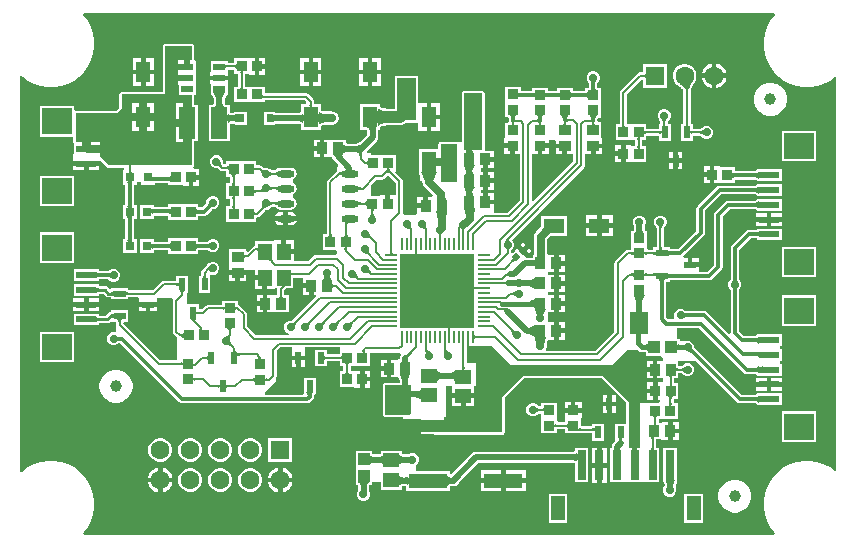
<source format=gtl>
G04*
G04 #@! TF.GenerationSoftware,Altium Limited,Altium Designer,25.4.2 (15)*
G04*
G04 Layer_Physical_Order=1*
G04 Layer_Color=255*
%FSLAX44Y44*%
%MOMM*%
G71*
G04*
G04 #@! TF.SameCoordinates,49B81D0F-A9A4-424D-AE8F-31BE1D99DEBE*
G04*
G04*
G04 #@! TF.FilePolarity,Positive*
G04*
G01*
G75*
%ADD11C,0.2000*%
%ADD12C,0.2500*%
%ADD13C,0.4000*%
%ADD15C,0.5000*%
%ADD17R,0.8500X0.9500*%
%ADD18R,0.6000X1.0000*%
%ADD19R,1.3000X1.8000*%
%ADD20R,1.0000X0.9000*%
%ADD21R,1.0500X0.2000*%
%ADD22R,0.2000X1.0500*%
%ADD23R,6.2500X6.2500*%
%ADD24R,0.9000X1.0000*%
%ADD25R,1.0500X1.0000*%
%ADD26R,1.0000X1.0500*%
%ADD27R,1.4000X1.3000*%
%ADD28R,0.8000X0.8000*%
%ADD29R,1.2000X1.4000*%
%ADD30R,1.8000X1.3000*%
%ADD31C,1.0000*%
%ADD32R,0.9500X0.8500*%
%ADD33R,0.7500X2.5000*%
%ADD34R,1.2000X2.0000*%
%ADD35R,3.3000X1.3000*%
%ADD36R,1.3500X1.1500*%
%ADD37R,2.5000X2.2000*%
%ADD38R,1.7000X0.6000*%
%ADD39R,1.4000X2.7000*%
%ADD40R,0.5600X0.6900*%
%ADD41R,1.0000X0.5500*%
%ADD42O,1.4500X0.6000*%
%ADD43R,1.0000X0.6000*%
%ADD76P,0.7071X4X90.0*%
%ADD77R,1.0000X1.0000*%
%ADD78C,0.3000*%
%ADD79C,1.0000*%
%ADD80C,0.7000*%
%ADD81C,0.3200*%
%ADD82R,1.4000X3.2000*%
%ADD83R,1.2000X1.0000*%
%ADD84R,0.8000X1.1000*%
%ADD85R,2.5000X1.7540*%
%ADD86R,0.1999X1.0250*%
%ADD87R,1.0250X0.1999*%
%ADD88R,1.5000X1.9000*%
%ADD89R,0.1941X0.4000*%
%ADD90R,0.1941X0.9000*%
%ADD91C,1.6000*%
%ADD92R,1.6000X1.6000*%
%ADD93C,0.7000*%
G36*
X642917Y444536D02*
X642159Y443778D01*
X638782Y439130D01*
X636174Y434011D01*
X634399Y428547D01*
X633500Y422873D01*
Y417127D01*
X634399Y411453D01*
X636174Y405989D01*
X638782Y400870D01*
X642159Y396222D01*
X646222Y392159D01*
X650870Y388782D01*
X655989Y386174D01*
X661453Y384399D01*
X667127Y383500D01*
X672873D01*
X678547Y384399D01*
X684011Y386174D01*
X689130Y388782D01*
X693500Y391957D01*
X695000Y391501D01*
Y58499D01*
X693500Y58043D01*
X689130Y61218D01*
X684011Y63826D01*
X678547Y65601D01*
X672873Y66500D01*
X667127D01*
X661453Y65601D01*
X655989Y63826D01*
X650870Y61218D01*
X646222Y57841D01*
X642159Y53778D01*
X638782Y49130D01*
X636174Y44011D01*
X634399Y38547D01*
X633500Y32873D01*
Y27127D01*
X634399Y21453D01*
X636174Y15989D01*
X638782Y10870D01*
X642159Y6222D01*
X642917Y5464D01*
X642343Y4078D01*
X57657Y4078D01*
X57083Y5464D01*
X57841Y6222D01*
X61218Y10870D01*
X63826Y15989D01*
X65601Y21453D01*
X66500Y27127D01*
Y32873D01*
X65601Y38547D01*
X63826Y44011D01*
X61218Y49130D01*
X57841Y53778D01*
X53778Y57841D01*
X49130Y61218D01*
X44011Y63826D01*
X38547Y65601D01*
X32873Y66500D01*
X27127D01*
X21453Y65601D01*
X15989Y63826D01*
X10870Y61218D01*
X6222Y57841D01*
X5464Y57083D01*
X4078Y57657D01*
X4078Y392343D01*
X5464Y392917D01*
X6222Y392159D01*
X10870Y388782D01*
X15989Y386174D01*
X21453Y384399D01*
X27127Y383500D01*
X32873D01*
X38547Y384399D01*
X44011Y386174D01*
X49130Y388782D01*
X53778Y392159D01*
X57841Y396222D01*
X61218Y400870D01*
X63826Y405989D01*
X65601Y411453D01*
X66500Y417127D01*
Y422873D01*
X65601Y428547D01*
X63826Y434011D01*
X61218Y439130D01*
X57841Y443778D01*
X57083Y444536D01*
X57657Y445922D01*
X642343D01*
X642917Y444536D01*
D02*
G37*
%LPC*%
G36*
X202500Y408250D02*
X197750D01*
Y407750D01*
X185250D01*
Y404265D01*
X184838Y404059D01*
X179500D01*
Y405250D01*
X165500D01*
Y396250D01*
X165000D01*
Y393000D01*
X172500D01*
X180000D01*
Y396250D01*
X179500D01*
Y397941D01*
X184838D01*
X185250Y397735D01*
Y394250D01*
X188441D01*
Y383750D01*
X185250D01*
Y370250D01*
X196750D01*
X197750Y370250D01*
X199250Y370250D01*
X210750D01*
Y371941D01*
X244733D01*
X246174Y370500D01*
X245553Y369000D01*
X241500D01*
Y362032D01*
X241369Y361953D01*
X241084Y361837D01*
X240651Y361720D01*
X240075Y361624D01*
X239663Y361588D01*
X221095D01*
X220002Y361674D01*
X220000Y361675D01*
Y362450D01*
X218013D01*
X217969Y362459D01*
X217926Y362450D01*
X210400D01*
Y351550D01*
X217926D01*
X217969Y351541D01*
X218013Y351550D01*
X220000D01*
Y352286D01*
X221595Y352412D01*
X239663D01*
X240075Y352376D01*
X240651Y352280D01*
X241084Y352163D01*
X241369Y352048D01*
X241500Y351968D01*
Y347000D01*
X258500D01*
Y349810D01*
X258542Y350213D01*
X258588Y350341D01*
X258663Y350454D01*
X258827Y350607D01*
X259143Y350800D01*
X259643Y351004D01*
X260333Y351190D01*
X261207Y351336D01*
X261849Y351392D01*
X268000D01*
X268542Y351500D01*
X269094D01*
X269604Y351711D01*
X270146Y351819D01*
X270605Y352126D01*
X271115Y352337D01*
X271506Y352728D01*
X271965Y353035D01*
X272272Y353494D01*
X272663Y353885D01*
X272874Y354395D01*
X273181Y354854D01*
X273289Y355396D01*
X273500Y355906D01*
Y356458D01*
X273608Y357000D01*
X273500Y357542D01*
Y358094D01*
X273289Y358604D01*
X273181Y359146D01*
X272874Y359605D01*
X272663Y360116D01*
X272272Y360506D01*
X271965Y360965D01*
X271506Y361272D01*
X271115Y361663D01*
X270605Y361874D01*
X270146Y362181D01*
X269604Y362289D01*
X269094Y362500D01*
X268542D01*
X268000Y362608D01*
X261849D01*
X261207Y362664D01*
X260333Y362810D01*
X259643Y362996D01*
X259143Y363200D01*
X258827Y363393D01*
X258663Y363546D01*
X258588Y363659D01*
X258542Y363787D01*
X258500Y364190D01*
Y369000D01*
X253059D01*
Y371000D01*
X253059Y371000D01*
X252826Y372170D01*
X252163Y373163D01*
X252163Y373163D01*
X248163Y377163D01*
X247171Y377826D01*
X246000Y378059D01*
X246000Y378059D01*
X210750D01*
Y383750D01*
X199250D01*
X198250Y383750D01*
X196750Y383750D01*
X194559D01*
Y394250D01*
X197750D01*
Y393750D01*
X202500D01*
Y401000D01*
Y408250D01*
D02*
G37*
G36*
X211250D02*
X206500D01*
Y403000D01*
X211250D01*
Y408250D01*
D02*
G37*
G36*
X309000Y407500D02*
X302000D01*
Y398000D01*
X309000D01*
Y407500D01*
D02*
G37*
G36*
X259000D02*
X252000D01*
Y398000D01*
X259000D01*
Y407500D01*
D02*
G37*
G36*
X298000D02*
X291000D01*
Y398000D01*
X298000D01*
Y407500D01*
D02*
G37*
G36*
X248000D02*
X241000D01*
Y398000D01*
X248000D01*
Y407500D01*
D02*
G37*
G36*
X117000D02*
X110000D01*
Y398000D01*
X117000D01*
Y407500D01*
D02*
G37*
G36*
X106000D02*
X99000D01*
Y398000D01*
X106000D01*
Y407500D01*
D02*
G37*
G36*
X551386Y402790D02*
X531386D01*
Y395849D01*
X528790D01*
X528790Y395849D01*
X527620Y395616D01*
X526627Y394953D01*
X512337Y380663D01*
X511674Y379670D01*
X511441Y378500D01*
X511441Y378500D01*
Y351750D01*
X508250D01*
Y338250D01*
X519750D01*
X520750Y338250D01*
X522250Y338250D01*
X524441D01*
Y333750D01*
X521250D01*
Y334250D01*
X516500D01*
Y327000D01*
Y319750D01*
X521250D01*
Y320250D01*
X533750D01*
Y333750D01*
X530559D01*
Y338250D01*
X533750D01*
Y341941D01*
X544500D01*
Y338000D01*
X554500D01*
Y352000D01*
X552059D01*
Y353741D01*
X552063Y353770D01*
X552091Y353888D01*
X552134Y354015D01*
X552195Y354153D01*
X552278Y354305D01*
X552385Y354471D01*
X552519Y354651D01*
X552683Y354842D01*
X552917Y355084D01*
X553016Y355238D01*
X553663Y355885D01*
X554500Y357906D01*
Y360094D01*
X553663Y362116D01*
X552116Y363663D01*
X550094Y364500D01*
X547906D01*
X545885Y363663D01*
X544337Y362116D01*
X543500Y360094D01*
Y357906D01*
X544337Y355885D01*
X544984Y355238D01*
X545083Y355084D01*
X545317Y354842D01*
X545480Y354651D01*
X545615Y354471D01*
X545722Y354305D01*
X545805Y354153D01*
X545866Y354015D01*
X545909Y353888D01*
X545937Y353770D01*
X545941Y353741D01*
Y352000D01*
X544500D01*
Y348059D01*
X533750D01*
Y351750D01*
X522250D01*
X521250Y351750D01*
X519750Y351750D01*
X517559D01*
Y377233D01*
X529886Y389560D01*
X531386Y389318D01*
Y382790D01*
X551386D01*
Y402790D01*
D02*
G37*
G36*
X593386Y403125D02*
Y394790D01*
X601720D01*
X601170Y396843D01*
X599788Y399237D01*
X597833Y401192D01*
X595439Y402575D01*
X593386Y403125D01*
D02*
G37*
G36*
X589386D02*
X587333Y402575D01*
X584939Y401192D01*
X582984Y399237D01*
X581601Y396843D01*
X581051Y394790D01*
X589386D01*
Y403125D01*
D02*
G37*
G36*
X211250Y399000D02*
X206500D01*
Y393750D01*
X211250D01*
Y399000D01*
D02*
G37*
G36*
X309000Y394000D02*
X302000D01*
Y384500D01*
X309000D01*
Y394000D01*
D02*
G37*
G36*
X298000D02*
X291000D01*
Y384500D01*
X298000D01*
Y394000D01*
D02*
G37*
G36*
X259000D02*
X252000D01*
Y384500D01*
X259000D01*
Y394000D01*
D02*
G37*
G36*
X248000D02*
X241000D01*
Y384500D01*
X248000D01*
Y394000D01*
D02*
G37*
G36*
X117000Y394000D02*
X110000D01*
Y384500D01*
X117000D01*
Y394000D01*
D02*
G37*
G36*
X106000D02*
X99000D01*
Y384500D01*
X106000D01*
Y394000D01*
D02*
G37*
G36*
X601720Y390790D02*
X593386D01*
Y382456D01*
X595439Y383006D01*
X597833Y384388D01*
X599788Y386343D01*
X601170Y388737D01*
X601720Y390790D01*
D02*
G37*
G36*
X589386D02*
X581051D01*
X581601Y388737D01*
X582984Y386343D01*
X584939Y384388D01*
X587333Y383006D01*
X589386Y382456D01*
Y390790D01*
D02*
G37*
G36*
X490094Y396500D02*
X487906D01*
X485885Y395663D01*
X484337Y394115D01*
X483500Y392094D01*
Y389906D01*
X484337Y387884D01*
X484969Y387253D01*
X485053Y387116D01*
X485165Y386995D01*
X485207Y386939D01*
X485249Y386871D01*
X485291Y386786D01*
X485333Y386679D01*
X485373Y386547D01*
X485407Y386388D01*
X485431Y386226D01*
Y383138D01*
X485416Y382958D01*
X485391Y382812D01*
X482250D01*
Y380171D01*
X482105Y380147D01*
X481924Y380131D01*
X472076D01*
X471895Y380147D01*
X471750Y380171D01*
Y382812D01*
X458250D01*
Y380171D01*
X458105Y380147D01*
X457924Y380131D01*
X451076D01*
X450895Y380147D01*
X450750Y380171D01*
Y382750D01*
X437250D01*
Y380171D01*
X437105Y380147D01*
X436924Y380131D01*
X428326D01*
X428145Y380147D01*
X428000Y380171D01*
Y383250D01*
X414500D01*
Y370750D01*
X414500D01*
Y370250D01*
X414500D01*
Y357750D01*
X416819D01*
X416991Y357601D01*
X417113Y357561D01*
X417220Y357490D01*
X417365Y357461D01*
X417370Y357444D01*
X417416Y357167D01*
X417431Y356987D01*
Y354562D01*
X417481Y354313D01*
X416293Y352812D01*
X414250D01*
Y340312D01*
X413750D01*
Y335563D01*
X421000D01*
Y333563D01*
X423000D01*
Y326813D01*
X426941D01*
Y287267D01*
X416733Y277059D01*
X404892D01*
X404750Y278500D01*
X404750D01*
Y284000D01*
X397750D01*
Y286000D01*
X395750D01*
Y293500D01*
X394000D01*
Y296500D01*
X395750D01*
Y304000D01*
Y311500D01*
X394000D01*
Y314500D01*
X395750D01*
Y322000D01*
X397750D01*
Y324000D01*
X404750D01*
Y329500D01*
X397565D01*
X397039Y330141D01*
Y363000D01*
Y370000D01*
Y378000D01*
X396884Y378780D01*
X396442Y379442D01*
X395780Y379884D01*
X395000Y380039D01*
X380000D01*
X379220Y379884D01*
X378558Y379442D01*
X378116Y378780D01*
X377961Y378000D01*
Y337000D01*
X374780D01*
Y337000D01*
X374666Y336907D01*
X374000Y337039D01*
X360000D01*
X359220Y336884D01*
X358558Y336442D01*
X358116Y335780D01*
X357961Y335000D01*
Y331000D01*
X341500D01*
Y311074D01*
X341491Y311031D01*
X341493Y311022D01*
X341491Y311013D01*
X341500Y310972D01*
Y309000D01*
X342174D01*
Y304000D01*
X344298D01*
X344392Y303778D01*
Y303000D01*
X344819Y300854D01*
X346035Y299035D01*
X353069Y292000D01*
X352448Y290500D01*
X349250D01*
Y283000D01*
X347250D01*
Y281000D01*
X340250D01*
Y276288D01*
X339040Y274801D01*
X328876Y274907D01*
X327943Y276417D01*
X328059Y277000D01*
Y303500D01*
X327826Y304671D01*
X327163Y305663D01*
X327163Y305663D01*
X321406Y311420D01*
X321750Y312250D01*
X321750D01*
Y325750D01*
X309250D01*
Y325750D01*
X308750D01*
Y325750D01*
X301000D01*
Y328000D01*
X300842Y327842D01*
X297727D01*
X297153Y329228D01*
X305680Y337756D01*
X306675Y339244D01*
X307024Y341000D01*
Y345433D01*
X307033Y345692D01*
X307096Y346310D01*
X307180Y346816D01*
X307226Y347000D01*
X308500D01*
Y348830D01*
X308552Y349225D01*
X308616Y349368D01*
X308775Y349558D01*
X309128Y349818D01*
X309733Y350112D01*
X310599Y350393D01*
X311684Y350625D01*
X314692Y350923D01*
X315475Y350940D01*
X325647D01*
X327474Y351180D01*
X329177Y351886D01*
X330578Y352961D01*
X339000D01*
X339500Y353060D01*
X340510Y352524D01*
X341000Y352127D01*
Y346500D01*
X348000D01*
Y358000D01*
Y369500D01*
X341039D01*
Y391000D01*
X340884Y391780D01*
X340442Y392442D01*
X339780Y392884D01*
X339000Y393039D01*
X323000D01*
X322220Y392884D01*
X321558Y392442D01*
X321116Y391780D01*
X320961Y391000D01*
Y365060D01*
X315475D01*
X314662Y365077D01*
X313074Y365189D01*
X311717Y365368D01*
X310599Y365607D01*
X309733Y365888D01*
X309128Y366182D01*
X308775Y366442D01*
X308616Y366632D01*
X308552Y366775D01*
X308500Y367170D01*
Y369000D01*
X306513D01*
X306469Y369009D01*
X306426Y369000D01*
X291500D01*
Y347000D01*
X297404D01*
X297484Y346869D01*
X297600Y346584D01*
X297716Y346151D01*
X297812Y345575D01*
X297848Y345163D01*
Y342901D01*
X292596Y337648D01*
X292091Y337245D01*
X291445Y336805D01*
X290780Y336428D01*
X290093Y336110D01*
X289383Y335849D01*
X288646Y335646D01*
X287878Y335499D01*
X287236Y335428D01*
X281206D01*
X280796Y335464D01*
X280222Y335560D01*
X279792Y335676D01*
X279512Y335790D01*
X279386Y335867D01*
X279368Y336030D01*
Y338340D01*
X266369D01*
X266369Y338840D01*
X261369D01*
Y331340D01*
Y323840D01*
X266369D01*
Y323840D01*
X267868Y323988D01*
X268308Y323535D01*
X268463Y322756D01*
X269457Y321267D01*
X272590Y318135D01*
X272526Y312640D01*
X271887Y312213D01*
X264337Y304663D01*
X263674Y303671D01*
X263441Y302500D01*
X263441Y302500D01*
Y258750D01*
X260250D01*
Y245250D01*
X270683D01*
X271738Y244183D01*
X271719Y242606D01*
X271767Y242559D01*
X271146Y241059D01*
X254000D01*
X252829Y240826D01*
X251837Y240163D01*
X251837Y240163D01*
X247733Y236059D01*
X235500D01*
Y242000D01*
X227000D01*
Y244000D01*
X225000D01*
Y253500D01*
X218500D01*
Y253000D01*
X203000D01*
Y249059D01*
X201829Y248826D01*
X200837Y248163D01*
X200837Y248163D01*
X196500Y243826D01*
X195000Y244447D01*
Y246250D01*
X181000D01*
Y233250D01*
X180500Y233250D01*
Y228250D01*
X188000D01*
X195500D01*
Y228500D01*
X202500D01*
Y224000D01*
X211000D01*
Y222000D01*
X213000D01*
Y212500D01*
X219500D01*
Y213000D01*
X221181D01*
X221524Y212583D01*
X221524Y212583D01*
Y208061D01*
X220463Y207000D01*
X219543D01*
X218250Y207500D01*
X216957Y207500D01*
X213250D01*
Y200000D01*
Y192500D01*
X216957D01*
X218250Y192500D01*
X219543Y193000D01*
X231250D01*
Y207000D01*
X227642D01*
Y211316D01*
X229163Y212837D01*
X229163Y212837D01*
X229272Y213000D01*
X235000D01*
Y221941D01*
X243250D01*
Y217000D01*
X250250D01*
Y215000D01*
X252250D01*
Y207500D01*
X254053D01*
X254674Y206000D01*
X234555Y185881D01*
X234532Y185864D01*
X234429Y185801D01*
X234309Y185741D01*
X234168Y185687D01*
X234002Y185637D01*
X233809Y185596D01*
X233587Y185564D01*
X233336Y185545D01*
X232999Y185539D01*
X232821Y185500D01*
X231906D01*
X229884Y184663D01*
X228337Y183116D01*
X227500Y181094D01*
Y178906D01*
X228337Y176884D01*
X229884Y175337D01*
X231906Y174500D01*
X231764Y173059D01*
X203267D01*
X196059Y180267D01*
Y191000D01*
X195826Y192171D01*
X195163Y193163D01*
X195163Y193163D01*
X190041Y198284D01*
X189049Y198948D01*
X188050Y199146D01*
Y202533D01*
X174550D01*
Y199180D01*
X163122D01*
X163122Y199180D01*
X161951Y198948D01*
X160959Y198284D01*
X160959Y198284D01*
X157733Y195059D01*
X155510D01*
Y199257D01*
X145510D01*
Y209257D01*
X146010D01*
Y223257D01*
X136010D01*
Y219316D01*
X125257D01*
X124087Y219083D01*
X123094Y218420D01*
X123094Y218420D01*
X116233Y211559D01*
X95000D01*
Y213500D01*
X81000D01*
Y212713D01*
X79500Y212186D01*
X77843Y213843D01*
X76768Y214561D01*
X75500Y214814D01*
X70500D01*
Y216500D01*
X49500D01*
Y206500D01*
X70500D01*
Y208186D01*
X74127D01*
X76157Y206157D01*
X77232Y205439D01*
X78500Y205186D01*
X81000D01*
Y203500D01*
X95000D01*
Y205441D01*
X103390D01*
X104500Y204500D01*
X104500Y203941D01*
Y201000D01*
X112000D01*
X119500D01*
Y204500D01*
X120793Y205000D01*
X132596D01*
X133394Y203500D01*
X133174Y203171D01*
X132941Y202000D01*
X132941Y202000D01*
Y176000D01*
X132941Y176000D01*
X133174Y174830D01*
X133837Y173837D01*
X136837Y170837D01*
X136837Y170837D01*
X137000Y170728D01*
Y152059D01*
X122267D01*
X91326Y183000D01*
X91703Y184500D01*
X95000D01*
Y194500D01*
X81000D01*
Y192814D01*
X80500D01*
X79232Y192561D01*
X78157Y191843D01*
X76128Y189814D01*
X70500D01*
Y191500D01*
X49500D01*
Y181500D01*
X70500D01*
Y183186D01*
X77500D01*
X78768Y183439D01*
X79634Y184017D01*
X81000Y184500D01*
X81000Y184500D01*
X81000Y184500D01*
X84941D01*
Y182000D01*
X84941Y182000D01*
X84941Y182000D01*
Y176773D01*
X84269Y175763D01*
X83673Y175500D01*
X81906D01*
X79885Y174663D01*
X78337Y173116D01*
X77500Y171094D01*
Y168906D01*
X78337Y166884D01*
X79885Y165337D01*
X81906Y164500D01*
X84094D01*
X86116Y165337D01*
X86747Y165969D01*
X86884Y166053D01*
X87006Y166165D01*
X87061Y166207D01*
X87129Y166249D01*
X87214Y166291D01*
X87321Y166333D01*
X87453Y166373D01*
X87612Y166408D01*
X87774Y166431D01*
X88579D01*
X138477Y116533D01*
X139634Y115760D01*
X141000Y115488D01*
X247000D01*
X248366Y115760D01*
X249523Y116533D01*
X251523Y118533D01*
X252297Y119691D01*
X252569Y121057D01*
Y121618D01*
X253246Y123000D01*
X254000D01*
Y124885D01*
X254005Y124902D01*
X254000Y124937D01*
Y124987D01*
X254009Y125030D01*
X254000Y125074D01*
Y137000D01*
X244000D01*
Y125074D01*
X243991Y125030D01*
X244000Y124987D01*
Y124937D01*
X243995Y124902D01*
X244000Y124885D01*
Y123000D01*
X242655Y122625D01*
X210894D01*
X210800Y124125D01*
X220783Y134108D01*
X220783Y137765D01*
X220826Y137830D01*
X221059Y139000D01*
X221059Y139000D01*
Y159733D01*
X224267Y162941D01*
X233858D01*
X234000Y161500D01*
X234000Y161441D01*
Y156000D01*
X245000D01*
Y161441D01*
X245000Y161500D01*
X245142Y162941D01*
X275000D01*
Y160750D01*
X274250D01*
Y157059D01*
X263500D01*
Y161000D01*
X253500D01*
Y147000D01*
X263500D01*
Y150941D01*
X274250D01*
Y147250D01*
X277441D01*
Y142750D01*
X274250D01*
Y129250D01*
X286750D01*
Y128750D01*
X291500D01*
Y136000D01*
Y143250D01*
X286750D01*
Y142750D01*
X283559D01*
Y147250D01*
X286750D01*
Y147250D01*
X287250D01*
Y147250D01*
X299750D01*
Y157972D01*
X325539Y158042D01*
X325614Y157962D01*
X326205Y156544D01*
X325511Y155506D01*
X325162Y153750D01*
Y153434D01*
X324633Y152783D01*
X323250Y152500D01*
Y152500D01*
X318250D01*
Y145000D01*
Y137500D01*
X323250D01*
X324409Y136678D01*
X325162Y134768D01*
Y133039D01*
X313000D01*
X312220Y132884D01*
X311558Y132442D01*
X311116Y131780D01*
X310961Y131000D01*
Y120000D01*
Y106000D01*
X311116Y105220D01*
X311558Y104558D01*
X312220Y104116D01*
X313000Y103961D01*
X327663D01*
Y98540D01*
X335163D01*
Y96540D01*
X337123D01*
Y91540D01*
X337163Y91341D01*
Y89040D01*
X342663D01*
Y89501D01*
X351163D01*
X351360Y89540D01*
X354585D01*
X355220Y89116D01*
X356000Y88961D01*
X412000D01*
X412780Y89116D01*
X413442Y89558D01*
X413884Y90220D01*
X414039Y91000D01*
Y120155D01*
X430845Y136961D01*
X496155D01*
X516961Y116155D01*
Y97910D01*
X507330D01*
Y83910D01*
X507330Y83910D01*
X507330D01*
X506563Y82755D01*
X506006Y82199D01*
X505012Y80710D01*
X504663Y78954D01*
Y77817D01*
X504626Y77500D01*
X503501D01*
Y75513D01*
X503492Y75469D01*
X503501Y75426D01*
Y48500D01*
X529539D01*
X530001Y48500D01*
Y48500D01*
X531039D01*
Y48500D01*
X545001D01*
Y77500D01*
X542309D01*
Y85060D01*
X546058D01*
X547351Y84560D01*
X548644Y84560D01*
X552351D01*
Y92060D01*
Y99560D01*
X548644D01*
X547351Y99560D01*
X546058Y99060D01*
X545470D01*
X544410Y100121D01*
Y102350D01*
X547601D01*
Y102350D01*
X548101D01*
Y102350D01*
X560601D01*
Y115850D01*
X557410D01*
Y119250D01*
X560750D01*
Y132750D01*
X557809D01*
Y137040D01*
X561250D01*
Y140941D01*
X563741D01*
X563770Y140937D01*
X563888Y140909D01*
X564015Y140866D01*
X564153Y140805D01*
X564305Y140722D01*
X564471Y140615D01*
X564651Y140480D01*
X564842Y140317D01*
X565084Y140083D01*
X565238Y139984D01*
X565885Y139337D01*
X567906Y138500D01*
X570094D01*
X572116Y139337D01*
X573663Y140885D01*
X574500Y142906D01*
Y145094D01*
X573663Y147115D01*
X572116Y148663D01*
X570094Y149500D01*
X567906D01*
X565885Y148663D01*
X565238Y148016D01*
X565084Y147917D01*
X564842Y147683D01*
X564651Y147520D01*
X564471Y147385D01*
X564305Y147278D01*
X564153Y147195D01*
X564015Y147134D01*
X563888Y147091D01*
X563770Y147063D01*
X563741Y147059D01*
X561250D01*
Y151000D01*
X575953D01*
X610477Y116477D01*
X611634Y115703D01*
X613000Y115431D01*
X626118D01*
X627500Y114754D01*
Y114000D01*
X629385D01*
X629403Y113995D01*
X629437Y114000D01*
X629487D01*
X629530Y113991D01*
X629574Y114000D01*
X648500D01*
Y124000D01*
X629574D01*
X629530Y124009D01*
X629487Y124000D01*
X629437D01*
X629403Y124005D01*
X629385Y124000D01*
X627500D01*
Y123246D01*
X626118Y122569D01*
X614478D01*
X574899Y162148D01*
X574802Y162279D01*
X574714Y162416D01*
X574648Y162538D01*
X574602Y162643D01*
X574572Y162733D01*
X574553Y162810D01*
X574544Y162879D01*
X574538Y163045D01*
X574500Y163201D01*
Y164094D01*
X573663Y166115D01*
X572116Y167663D01*
X570094Y168500D01*
X567906D01*
X566510Y167922D01*
X562500D01*
Y170000D01*
X560000D01*
Y179000D01*
X561321Y179431D01*
X578522D01*
X616477Y141477D01*
X617634Y140703D01*
X619000Y140431D01*
X626118D01*
X627500Y139754D01*
Y139000D01*
X629385D01*
X629403Y138995D01*
X629437Y139000D01*
X629487D01*
X629530Y138991D01*
X629574Y139000D01*
X632385D01*
X632402Y138995D01*
X632438Y139000D01*
X632487D01*
X632531Y138991D01*
X632574Y139000D01*
X648500D01*
Y149000D01*
X647000D01*
Y151500D01*
X648500D01*
Y161500D01*
X647000D01*
Y164000D01*
X648500D01*
Y174000D01*
X629574D01*
X629530Y174009D01*
X629487Y174000D01*
X629437D01*
X629403Y174005D01*
X629385Y174000D01*
X627500D01*
Y173246D01*
X626118Y172569D01*
X616478D01*
X612569Y176478D01*
Y211226D01*
X612593Y211388D01*
X612627Y211547D01*
X612667Y211679D01*
X612709Y211786D01*
X612751Y211871D01*
X612793Y211939D01*
X612835Y211994D01*
X612947Y212116D01*
X613031Y212253D01*
X613663Y212885D01*
X614500Y214906D01*
Y217094D01*
X613663Y219116D01*
X613036Y219742D01*
X612957Y219874D01*
X612870Y219968D01*
X612853Y219992D01*
X612828Y220035D01*
X612795Y220106D01*
X612759Y220206D01*
X612723Y220340D01*
X612696Y220479D01*
X612671Y220726D01*
Y245480D01*
X622520Y255329D01*
X627023D01*
X627227Y255312D01*
X627500Y255266D01*
Y253500D01*
X648500D01*
Y263500D01*
X629565D01*
X629520Y263509D01*
X629477Y263500D01*
X627500D01*
Y262691D01*
X627203Y262670D01*
X621000D01*
X619595Y262391D01*
X618405Y261595D01*
X606405Y249596D01*
X605609Y248405D01*
X605330Y247000D01*
Y220656D01*
X605310Y220509D01*
X605277Y220340D01*
X605241Y220206D01*
X605205Y220106D01*
X605172Y220035D01*
X605147Y219992D01*
X605130Y219968D01*
X605043Y219874D01*
X604964Y219742D01*
X604337Y219116D01*
X603500Y217094D01*
Y214906D01*
X604337Y212885D01*
X604969Y212253D01*
X605053Y212116D01*
X605165Y211994D01*
X605207Y211939D01*
X605249Y211871D01*
X605291Y211786D01*
X605333Y211679D01*
X605373Y211547D01*
X605407Y211388D01*
X605431Y211226D01*
Y175000D01*
X605497Y174671D01*
X604114Y173932D01*
X585523Y192523D01*
X584366Y193297D01*
X583000Y193569D01*
X567774D01*
X567612Y193592D01*
X567453Y193627D01*
X567321Y193667D01*
X567214Y193709D01*
X567129Y193751D01*
X567061Y193793D01*
X567006Y193835D01*
X566884Y193947D01*
X566747Y194031D01*
X566115Y194663D01*
X564094Y195500D01*
X561906D01*
X559884Y194663D01*
X558337Y193116D01*
X557500Y191094D01*
Y188906D01*
X557847Y188069D01*
X556845Y186569D01*
X552478D01*
X550569Y188478D01*
Y218174D01*
X550571Y218206D01*
X551970Y218491D01*
X552013Y218500D01*
X554000D01*
Y219893D01*
X554142Y219916D01*
X554318Y219931D01*
X587500D01*
X588866Y220203D01*
X590023Y220977D01*
X597523Y228477D01*
X598297Y229634D01*
X598569Y231000D01*
Y273378D01*
X605020Y279830D01*
X625986D01*
X627500Y279181D01*
Y278500D01*
X629466D01*
X629507Y278491D01*
X629519Y278494D01*
X629530Y278491D01*
X629574Y278500D01*
X648500D01*
Y288500D01*
X629574D01*
X629530Y288509D01*
X629519Y288506D01*
X629507Y288509D01*
X629466Y288500D01*
X627500D01*
Y287819D01*
X625986Y287171D01*
X603500D01*
X602095Y286891D01*
X600905Y286096D01*
X592405Y277596D01*
X591609Y276405D01*
X591329Y275000D01*
X591431Y274487D01*
Y232478D01*
X586022Y227069D01*
X579821D01*
X578500Y227500D01*
Y231000D01*
X571000D01*
Y233000D01*
X569000D01*
Y238500D01*
X565513D01*
X565049Y239900D01*
X565047Y240000D01*
X582523Y257477D01*
X583297Y258634D01*
X583569Y260000D01*
Y278378D01*
X597520Y292330D01*
X625986D01*
X627500Y291681D01*
Y291000D01*
X629466D01*
X629507Y290991D01*
X629519Y290994D01*
X629530Y290991D01*
X629574Y291000D01*
X648500D01*
Y301000D01*
X629574D01*
X629530Y301009D01*
X629519Y301006D01*
X629507Y301009D01*
X629466Y301000D01*
X627500D01*
Y300319D01*
X625986Y299671D01*
X596000D01*
X594595Y299391D01*
X593405Y298596D01*
X577405Y282595D01*
X576609Y281405D01*
X576329Y280000D01*
X576431Y279487D01*
Y261478D01*
X561022Y246069D01*
X554318D01*
X554142Y246084D01*
X554000Y246107D01*
Y247500D01*
X552013D01*
X551969Y247509D01*
X551926Y247500D01*
X549059D01*
Y263741D01*
X549063Y263770D01*
X549091Y263888D01*
X549134Y264015D01*
X549195Y264153D01*
X549278Y264305D01*
X549385Y264471D01*
X549520Y264651D01*
X549683Y264842D01*
X549917Y265084D01*
X550016Y265238D01*
X550663Y265884D01*
X551500Y267906D01*
Y270094D01*
X550663Y272115D01*
X549115Y273663D01*
X547094Y274500D01*
X544906D01*
X542884Y273663D01*
X541337Y272115D01*
X540500Y270094D01*
Y267906D01*
X541337Y265884D01*
X541984Y265238D01*
X542083Y265084D01*
X542317Y264842D01*
X542480Y264651D01*
X542615Y264471D01*
X542722Y264305D01*
X542805Y264153D01*
X542866Y264015D01*
X542909Y263888D01*
X542937Y263770D01*
X542941Y263741D01*
Y247500D01*
X540000D01*
Y245559D01*
X535811D01*
X534750Y246619D01*
X534750Y248750D01*
X534750Y250250D01*
Y259676D01*
X534759Y259720D01*
X534750Y259763D01*
Y261750D01*
X532951D01*
X532920Y261808D01*
X532811Y262107D01*
X532704Y262557D01*
X532616Y263148D01*
X532588Y263507D01*
Y265810D01*
X532663Y265884D01*
X533500Y267906D01*
Y270094D01*
X532663Y272115D01*
X531115Y273663D01*
X529094Y274500D01*
X526906D01*
X524884Y273663D01*
X523337Y272115D01*
X522500Y270094D01*
Y267906D01*
X523337Y265884D01*
X523412Y265810D01*
Y263507D01*
X523384Y263148D01*
X523296Y262557D01*
X523189Y262107D01*
X523080Y261808D01*
X523049Y261750D01*
X521250D01*
Y259763D01*
X521241Y259720D01*
X521250Y259676D01*
Y250250D01*
X521250Y249250D01*
X521250Y247750D01*
Y245559D01*
X518500D01*
X518500Y245559D01*
X517329Y245326D01*
X516337Y244663D01*
X507837Y236163D01*
X507174Y235170D01*
X506941Y234000D01*
X506941Y234000D01*
Y176267D01*
X490733Y160059D01*
X450004D01*
X449957Y160092D01*
X449299Y161045D01*
X449167Y161559D01*
X449364Y161854D01*
X449472Y162396D01*
X449683Y162906D01*
Y163458D01*
X449791Y164000D01*
Y165343D01*
X450217Y168221D01*
X450750Y169500D01*
X455750D01*
Y177000D01*
Y184500D01*
X451000D01*
Y192500D01*
X455750D01*
Y200000D01*
Y207500D01*
X451000D01*
Y209500D01*
X455750D01*
Y217000D01*
Y224500D01*
X451000D01*
Y226500D01*
X455750D01*
Y234000D01*
Y241500D01*
X450750D01*
X450041Y242706D01*
Y254427D01*
X453114Y257500D01*
X467183D01*
Y274500D01*
X445183D01*
Y265431D01*
X440468Y260715D01*
X439252Y258896D01*
X438825Y256750D01*
Y241000D01*
X437750D01*
Y238588D01*
X432780D01*
X432698Y238787D01*
X428243Y243243D01*
X424707Y246778D01*
X422586Y244657D01*
X422939Y244303D01*
X421160Y242524D01*
X419714Y243200D01*
Y244970D01*
X419771Y244993D01*
X421318Y246540D01*
X422156Y248562D01*
Y250750D01*
X421318Y252771D01*
X420669Y253421D01*
X420568Y253576D01*
X420330Y253821D01*
X420158Y254018D01*
X420123Y254062D01*
X481163Y315102D01*
X481826Y316094D01*
X482059Y317265D01*
X482059Y317265D01*
Y326312D01*
X487000D01*
Y333312D01*
X489000D01*
Y335312D01*
X496500D01*
Y340312D01*
X496000Y340312D01*
Y353312D01*
X493825D01*
X492569Y354688D01*
Y355920D01*
X493265Y357313D01*
X495750D01*
Y369812D01*
X495750D01*
Y370312D01*
X495750D01*
Y382812D01*
X492609D01*
X492584Y382958D01*
X492569Y383138D01*
Y386226D01*
X492593Y386388D01*
X492627Y386547D01*
X492667Y386679D01*
X492709Y386786D01*
X492751Y386871D01*
X492793Y386939D01*
X492835Y386994D01*
X492947Y387116D01*
X493031Y387253D01*
X493663Y387884D01*
X494500Y389906D01*
Y392094D01*
X493663Y394115D01*
X492116Y395663D01*
X490094Y396500D01*
D02*
G37*
G36*
X149000Y420039D02*
X126847D01*
X126067Y419884D01*
X125406Y419442D01*
X124964Y418780D01*
X124808Y418000D01*
Y379039D01*
X90000D01*
X89220Y378884D01*
X88558Y378442D01*
X88116Y377780D01*
X87961Y377000D01*
Y365845D01*
X85155Y363039D01*
X51000D01*
X49578Y364016D01*
X49500Y364154D01*
Y367250D01*
X20500D01*
Y341250D01*
X48961D01*
Y337000D01*
X49116Y336220D01*
X49500Y335645D01*
Y327000D01*
X49000D01*
Y322000D01*
Y320500D01*
X60000D01*
X71830D01*
X72386Y320730D01*
X77558Y315558D01*
X78220Y315116D01*
X79000Y314961D01*
X92000D01*
Y312780D01*
X91021D01*
Y300780D01*
X92912D01*
X92936Y300635D01*
X92952Y300454D01*
Y284106D01*
X92936Y283925D01*
X92912Y283780D01*
X90521D01*
Y271780D01*
X92912D01*
X92936Y271635D01*
X92952Y271454D01*
Y255106D01*
X92936Y254925D01*
X92912Y254780D01*
X90521D01*
Y242780D01*
X102521D01*
Y254780D01*
X100129D01*
X100105Y254925D01*
X100089Y255106D01*
Y271454D01*
X100105Y271635D01*
X100129Y271780D01*
X102521D01*
Y283780D01*
X100129D01*
X100105Y283925D01*
X100089Y284106D01*
Y300454D01*
X100105Y300635D01*
X100129Y300780D01*
X103021D01*
Y303000D01*
X106021D01*
Y300780D01*
X115947D01*
X115990Y300771D01*
X116034Y300780D01*
X118021D01*
Y302173D01*
X118163Y302196D01*
X118338Y302211D01*
X128945D01*
X129125Y302196D01*
X129271Y302171D01*
Y300030D01*
X141771D01*
Y299530D01*
X146521D01*
Y306780D01*
X148521D01*
Y308780D01*
X155271D01*
Y314030D01*
X150855D01*
X150400Y315530D01*
X150442Y315558D01*
X150884Y316220D01*
X151039Y317000D01*
Y333000D01*
Y337500D01*
X154500D01*
Y368500D01*
X151039D01*
Y376750D01*
X152500D01*
Y384750D01*
X152500Y386250D01*
X152500D01*
Y386250D01*
X152500D01*
Y394250D01*
X152500Y395750D01*
X152500D01*
Y395750D01*
X152500D01*
Y405250D01*
X152370D01*
X151039Y406250D01*
Y418000D01*
X150884Y418780D01*
X150442Y419442D01*
X149780Y419884D01*
X149000Y420039D01*
D02*
G37*
G36*
X359000Y369500D02*
X352000D01*
Y360000D01*
X359000D01*
Y369500D01*
D02*
G37*
G36*
X640843Y387000D02*
X637157D01*
X633596Y386046D01*
X630404Y384203D01*
X627797Y381596D01*
X625954Y378404D01*
X625000Y374843D01*
Y371157D01*
X625954Y367596D01*
X627797Y364404D01*
X630404Y361797D01*
X633596Y359954D01*
X637157Y359000D01*
X640843D01*
X644404Y359954D01*
X647596Y361797D01*
X650203Y364404D01*
X652046Y367596D01*
X653000Y371157D01*
Y374843D01*
X652046Y378404D01*
X650203Y381596D01*
X647596Y384203D01*
X644404Y386046D01*
X640843Y387000D01*
D02*
G37*
G36*
X180000Y389000D02*
X172500D01*
X165000D01*
Y385750D01*
X165500D01*
Y378824D01*
X165491Y378781D01*
X165500Y378737D01*
Y378678D01*
X165496Y378646D01*
X165500Y378630D01*
Y376750D01*
X166259D01*
X167912Y373404D01*
Y370337D01*
X167876Y369925D01*
X167780Y369349D01*
X167663Y368916D01*
X167547Y368631D01*
X167468Y368500D01*
X163500D01*
Y337500D01*
X181500D01*
Y351810D01*
X181517Y351973D01*
X181643Y352050D01*
X181923Y352164D01*
X182353Y352280D01*
X182927Y352376D01*
X183184Y352398D01*
X186000Y351880D01*
Y351550D01*
X187987D01*
X188030Y351541D01*
X188074Y351550D01*
X195600D01*
Y362450D01*
X188074D01*
X188030Y362459D01*
X187987Y362450D01*
X186000D01*
Y362119D01*
X183184Y361602D01*
X182927Y361624D01*
X182353Y361720D01*
X181923Y361836D01*
X181643Y361950D01*
X181517Y362027D01*
X181500Y362190D01*
Y368500D01*
X177532D01*
X177453Y368631D01*
X177337Y368916D01*
X177220Y369349D01*
X177124Y369925D01*
X177088Y370337D01*
Y373404D01*
X178741Y376750D01*
X179500D01*
Y378630D01*
X179504Y378646D01*
X179500Y378678D01*
Y378737D01*
X179509Y378781D01*
X179500Y378824D01*
Y385750D01*
X180000D01*
Y389000D01*
D02*
G37*
G36*
X359000Y356000D02*
X352000D01*
Y346500D01*
X359000D01*
Y356000D01*
D02*
G37*
G36*
X567702Y402790D02*
X565069D01*
X562526Y402108D01*
X560246Y400792D01*
X558384Y398930D01*
X557067Y396650D01*
X556386Y394107D01*
Y391474D01*
X557067Y388930D01*
X558384Y386650D01*
X560246Y384788D01*
X561321Y384167D01*
X561462Y384042D01*
X562366Y383510D01*
X563120Y383012D01*
X563762Y382529D01*
X564290Y382068D01*
X564708Y381634D01*
X565019Y381237D01*
X565233Y380885D01*
X565364Y380579D01*
X565433Y380313D01*
X565441Y380211D01*
Y352000D01*
X563500D01*
Y338000D01*
X573500D01*
Y341941D01*
X579742D01*
X579770Y341937D01*
X579888Y341909D01*
X580015Y341866D01*
X580153Y341805D01*
X580305Y341722D01*
X580471Y341615D01*
X580651Y341480D01*
X580842Y341317D01*
X581084Y341083D01*
X581238Y340984D01*
X581884Y340337D01*
X583906Y339500D01*
X586094D01*
X588116Y340337D01*
X589663Y341884D01*
X590500Y343906D01*
Y346094D01*
X589663Y348116D01*
X588116Y349663D01*
X586094Y350500D01*
X583906D01*
X581884Y349663D01*
X581237Y349016D01*
X581084Y348917D01*
X580842Y348683D01*
X580651Y348520D01*
X580471Y348385D01*
X580305Y348278D01*
X580153Y348195D01*
X580015Y348134D01*
X579888Y348091D01*
X579770Y348063D01*
X579742Y348059D01*
X573500D01*
Y352000D01*
X571559D01*
Y380677D01*
X571614Y380906D01*
X571730Y381255D01*
X574372Y386541D01*
X575064Y387743D01*
X575065Y387747D01*
X575068Y387750D01*
X575130Y387935D01*
X575704Y388930D01*
X576386Y391474D01*
Y394107D01*
X575704Y396650D01*
X574388Y398930D01*
X572526Y400792D01*
X570246Y402108D01*
X567702Y402790D01*
D02*
G37*
G36*
X257369Y338840D02*
X252369D01*
Y333340D01*
X257369D01*
Y338840D01*
D02*
G37*
G36*
X512500Y334250D02*
X507750D01*
Y329000D01*
X512500D01*
Y334250D01*
D02*
G37*
G36*
X419000Y331562D02*
X413750D01*
Y326813D01*
X419000D01*
Y331562D01*
D02*
G37*
G36*
X496500Y331312D02*
X491000D01*
Y326312D01*
X496500D01*
Y331312D01*
D02*
G37*
G36*
X257369Y329340D02*
X252369D01*
Y323840D01*
X257369D01*
Y329340D01*
D02*
G37*
G36*
X564500Y328500D02*
X561000D01*
Y323000D01*
X564500D01*
Y328500D01*
D02*
G37*
G36*
X557000D02*
X553500D01*
Y323000D01*
X557000D01*
Y328500D01*
D02*
G37*
G36*
X677500Y346500D02*
X648500D01*
Y320500D01*
X677500D01*
Y346500D01*
D02*
G37*
G36*
X512500Y325000D02*
X507750D01*
Y319750D01*
X512500D01*
Y325000D01*
D02*
G37*
G36*
X404750Y320000D02*
X399750D01*
Y314500D01*
X404750D01*
Y320000D01*
D02*
G37*
G36*
X564500Y319000D02*
X561000D01*
Y313500D01*
X564500D01*
Y319000D01*
D02*
G37*
G36*
X557000D02*
X553500D01*
Y313500D01*
X557000D01*
Y319000D01*
D02*
G37*
G36*
X71000Y316500D02*
X62000D01*
Y313000D01*
X71000D01*
Y316500D01*
D02*
G37*
G36*
X58000D02*
X49000D01*
Y313000D01*
X58000D01*
Y316500D01*
D02*
G37*
G36*
X587559Y316250D02*
X582809D01*
Y311000D01*
X587559D01*
Y316250D01*
D02*
G37*
G36*
X404750Y311500D02*
X399750D01*
Y306000D01*
X404750D01*
Y311500D01*
D02*
G37*
G36*
X596309Y316250D02*
X591559D01*
Y309000D01*
Y301750D01*
X596309D01*
Y302250D01*
X608809D01*
Y304766D01*
X609082Y304812D01*
X609285Y304830D01*
X625986D01*
X627500Y304181D01*
Y303500D01*
X629466D01*
X629507Y303491D01*
X629519Y303494D01*
X629530Y303491D01*
X629574Y303500D01*
X648500D01*
Y313500D01*
X629574D01*
X629530Y313509D01*
X629519Y313506D01*
X629507Y313509D01*
X629466Y313500D01*
X627500D01*
Y312819D01*
X625986Y312171D01*
X609285D01*
X609082Y312188D01*
X608809Y312234D01*
Y315750D01*
X596309D01*
Y316250D01*
D02*
G37*
G36*
X587559Y307000D02*
X582809D01*
Y301750D01*
X587559D01*
Y307000D01*
D02*
G37*
G36*
X155271Y304780D02*
X150521D01*
Y299530D01*
X155271D01*
Y304780D01*
D02*
G37*
G36*
X404750Y302000D02*
X399750D01*
Y296500D01*
X404750D01*
Y302000D01*
D02*
G37*
G36*
Y293500D02*
X399750D01*
Y288000D01*
X404750D01*
Y293500D01*
D02*
G37*
G36*
X345250Y290500D02*
X340250D01*
Y285000D01*
X345250D01*
Y290500D01*
D02*
G37*
G36*
X49500Y308250D02*
X20500D01*
Y282250D01*
X49500D01*
Y308250D01*
D02*
G37*
G36*
X168094Y290864D02*
X165906D01*
X163885Y290027D01*
X162337Y288479D01*
X161500Y286458D01*
Y285565D01*
X161462Y285409D01*
X161456Y285243D01*
X161446Y285174D01*
X161428Y285097D01*
X161398Y285007D01*
X161352Y284902D01*
X161286Y284780D01*
X161198Y284643D01*
X161101Y284512D01*
X157938Y281349D01*
X155097D01*
X154917Y281364D01*
X154771Y281389D01*
Y284530D01*
X143271D01*
X142271Y284530D01*
X140771Y284530D01*
X129271D01*
Y281609D01*
X129125Y281584D01*
X128945Y281569D01*
X117847D01*
X117668Y281584D01*
X117521Y281609D01*
Y283780D01*
X105521D01*
Y271780D01*
X117521D01*
Y274391D01*
X117668Y274416D01*
X117847Y274431D01*
X128945D01*
X129125Y274416D01*
X129271Y274391D01*
Y271030D01*
X140771D01*
X141771Y271030D01*
X143271Y271030D01*
X154771D01*
Y274171D01*
X154917Y274196D01*
X155097Y274212D01*
X159416D01*
X160782Y274483D01*
X161940Y275257D01*
X166148Y279465D01*
X166279Y279562D01*
X166416Y279650D01*
X166538Y279716D01*
X166643Y279762D01*
X166733Y279792D01*
X166810Y279811D01*
X166879Y279820D01*
X167045Y279827D01*
X167201Y279864D01*
X168094D01*
X170116Y280701D01*
X171663Y282248D01*
X172500Y284270D01*
Y286458D01*
X171663Y288479D01*
X170116Y290027D01*
X168094Y290864D01*
D02*
G37*
G36*
X171094Y325500D02*
X168906D01*
X166884Y324663D01*
X165337Y323116D01*
X164500Y321094D01*
Y318906D01*
X165337Y316884D01*
X166884Y315337D01*
X168906Y314500D01*
X169821D01*
X169999Y314461D01*
X170336Y314455D01*
X170587Y314436D01*
X170809Y314404D01*
X171002Y314363D01*
X171168Y314313D01*
X171309Y314259D01*
X171429Y314199D01*
X171532Y314136D01*
X171556Y314119D01*
X172837Y312837D01*
X172837Y312837D01*
X173829Y312174D01*
X175000Y311941D01*
X175000Y311941D01*
X178250D01*
Y307250D01*
X181441D01*
Y301750D01*
X178250D01*
Y288250D01*
X181441D01*
Y282750D01*
X178250D01*
Y269250D01*
X190750D01*
Y269250D01*
X191250D01*
Y269250D01*
X203750D01*
Y271807D01*
X204547Y272941D01*
X205718Y273174D01*
X206710Y273837D01*
X211047Y278174D01*
X211438Y278759D01*
X211474Y278796D01*
X211499Y278815D01*
X211619Y278898D01*
X212041Y279139D01*
X212209Y279218D01*
X212971Y279500D01*
X213094D01*
X215116Y280337D01*
X215611Y280833D01*
X215718Y280895D01*
X215979Y281124D01*
X216190Y281289D01*
X216388Y281426D01*
X216572Y281537D01*
X216741Y281623D01*
X216895Y281687D01*
X217035Y281732D01*
X217164Y281762D01*
X217195Y281766D01*
X219984D01*
X220026Y281762D01*
X220173Y281738D01*
X220292Y281709D01*
X220386Y281677D01*
X220459Y281645D01*
X220514Y281614D01*
X220516Y281612D01*
X220895Y281045D01*
X222549Y279940D01*
X224500Y279552D01*
X233000D01*
X234951Y279940D01*
X236605Y281045D01*
X237710Y282699D01*
X238098Y284650D01*
X237710Y286601D01*
X236605Y288255D01*
X235000Y289327D01*
Y292673D01*
X236605Y293745D01*
X237710Y295399D01*
X238098Y297350D01*
X237710Y299301D01*
X236605Y300955D01*
X235000Y302027D01*
Y305373D01*
X236605Y306445D01*
X237710Y308099D01*
X238098Y310050D01*
X237710Y312001D01*
X236605Y313655D01*
X234951Y314760D01*
X233000Y315148D01*
X224500D01*
X222549Y314760D01*
X220895Y313655D01*
X220481Y313035D01*
X220459Y313020D01*
X220404Y312989D01*
X220335Y312958D01*
X220245Y312927D01*
X220131Y312899D01*
X219991Y312875D01*
X219956Y312871D01*
X217170D01*
X217137Y312876D01*
X217005Y312906D01*
X216861Y312952D01*
X216701Y313017D01*
X216526Y313104D01*
X216336Y313215D01*
X216131Y313353D01*
X215913Y313518D01*
X215646Y313745D01*
X215562Y313792D01*
X215116Y314238D01*
X213094Y315075D01*
X210906D01*
X210730Y315002D01*
X210658Y314998D01*
X210489Y315002D01*
X210350Y315018D01*
X210236Y315043D01*
X210141Y315073D01*
X210060Y315110D01*
X209984Y315153D01*
X209969Y315164D01*
X208971Y316163D01*
X207978Y316826D01*
X206808Y317059D01*
X206807Y317059D01*
X203750D01*
Y320750D01*
X191250D01*
Y320750D01*
X190750D01*
Y320750D01*
X178250D01*
Y318059D01*
X176267D01*
X175881Y318444D01*
X175864Y318468D01*
X175801Y318571D01*
X175741Y318691D01*
X175687Y318832D01*
X175637Y318998D01*
X175596Y319191D01*
X175564Y319413D01*
X175545Y319664D01*
X175539Y320001D01*
X175500Y320179D01*
Y321094D01*
X174663Y323116D01*
X173116Y324663D01*
X171094Y325500D01*
D02*
G37*
G36*
X233000Y277558D02*
X230750D01*
Y273950D01*
X238210D01*
X238181Y274096D01*
X236965Y275915D01*
X235146Y277131D01*
X233000Y277558D01*
D02*
G37*
G36*
X226750D02*
X224500D01*
X222354Y277131D01*
X220535Y275915D01*
X219319Y274096D01*
X219290Y273950D01*
X226750D01*
Y277558D01*
D02*
G37*
G36*
X649000Y276500D02*
X640000D01*
Y273000D01*
X649000D01*
Y276500D01*
D02*
G37*
G36*
X636000D02*
X627000D01*
Y273000D01*
X636000D01*
Y276500D01*
D02*
G37*
G36*
X505683Y275000D02*
X496183D01*
Y268000D01*
X505683D01*
Y275000D01*
D02*
G37*
G36*
X492183D02*
X482683D01*
Y268000D01*
X492183D01*
Y275000D01*
D02*
G37*
G36*
X238210Y269950D02*
X230750D01*
Y266342D01*
X233000D01*
X235146Y266769D01*
X236965Y267985D01*
X238181Y269804D01*
X238210Y269950D01*
D02*
G37*
G36*
X226750D02*
X219290D01*
X219319Y269804D01*
X220535Y267985D01*
X222354Y266769D01*
X224500Y266342D01*
X226750D01*
Y269950D01*
D02*
G37*
G36*
X649000Y269000D02*
X640000D01*
Y265500D01*
X649000D01*
Y269000D01*
D02*
G37*
G36*
X636000D02*
X627000D01*
Y265500D01*
X636000D01*
Y269000D01*
D02*
G37*
G36*
X505683Y264000D02*
X496183D01*
Y257000D01*
X505683D01*
Y264000D01*
D02*
G37*
G36*
X492183D02*
X482683D01*
Y257000D01*
X492183D01*
Y264000D01*
D02*
G37*
G36*
X142271Y255530D02*
X140771Y255530D01*
X129271D01*
Y252389D01*
X129125Y252365D01*
X128945Y252349D01*
X117847D01*
X117668Y252364D01*
X117521Y252389D01*
Y254780D01*
X105521D01*
Y242780D01*
X117521D01*
Y245171D01*
X117668Y245196D01*
X117847Y245211D01*
X128945D01*
X129125Y245196D01*
X129271Y245171D01*
Y242030D01*
X140771D01*
X141771Y242030D01*
X143271Y242030D01*
X154771D01*
Y245171D01*
X154917Y245196D01*
X155097Y245211D01*
X162367D01*
X162532Y245189D01*
X162706Y245154D01*
X162854Y245113D01*
X162978Y245069D01*
X163081Y245023D01*
X163165Y244976D01*
X163235Y244929D01*
X163367Y244820D01*
X163441Y244781D01*
X163885Y244337D01*
X165906Y243500D01*
X168094D01*
X170116Y244337D01*
X171663Y245884D01*
X172500Y247906D01*
Y250094D01*
X171663Y252115D01*
X170116Y253663D01*
X168094Y254500D01*
X165906D01*
X163885Y253663D01*
X163018Y252797D01*
X162880Y252700D01*
X162771Y252586D01*
X162731Y252552D01*
X162680Y252518D01*
X162614Y252482D01*
X162525Y252444D01*
X162410Y252407D01*
X162265Y252373D01*
X162110Y252349D01*
X155097D01*
X154917Y252364D01*
X154771Y252389D01*
Y255530D01*
X143271D01*
X142271Y255530D01*
D02*
G37*
G36*
X429657Y251728D02*
X427536Y249607D01*
X429657Y247485D01*
X431778Y249607D01*
X429657Y251728D01*
D02*
G37*
G36*
X235500Y253500D02*
X229000D01*
Y246000D01*
X235500D01*
Y253500D01*
D02*
G37*
G36*
X434607Y246778D02*
X432485Y244657D01*
X434607Y242536D01*
X436728Y244657D01*
X434607Y246778D01*
D02*
G37*
G36*
X459750Y241500D02*
Y236000D01*
X464750D01*
Y241500D01*
X459750D01*
D02*
G37*
G36*
X578500Y238500D02*
X573000D01*
Y235000D01*
X578500D01*
Y238500D01*
D02*
G37*
G36*
X49500Y260250D02*
X20500D01*
Y234250D01*
X49500D01*
Y260250D01*
D02*
G37*
G36*
X84094Y229500D02*
X81906D01*
X79885Y228663D01*
X79253Y228031D01*
X79116Y227947D01*
X78994Y227835D01*
X78939Y227793D01*
X78871Y227751D01*
X78786Y227709D01*
X78679Y227667D01*
X78547Y227627D01*
X78388Y227593D01*
X78226Y227569D01*
X70818D01*
X70642Y227584D01*
X70500Y227607D01*
Y229000D01*
X68513D01*
X68470Y229009D01*
X68426Y229000D01*
X49500D01*
Y219000D01*
X68426D01*
X68470Y218991D01*
X68513Y219000D01*
X70500D01*
Y220393D01*
X70642Y220416D01*
X70817Y220431D01*
X78226D01*
X78388Y220408D01*
X78547Y220373D01*
X78679Y220333D01*
X78786Y220291D01*
X78871Y220249D01*
X78939Y220207D01*
X78994Y220165D01*
X79116Y220053D01*
X79253Y219969D01*
X79885Y219337D01*
X81906Y218500D01*
X84094D01*
X86116Y219337D01*
X87663Y220884D01*
X88500Y222906D01*
Y225094D01*
X87663Y227115D01*
X86116Y228663D01*
X84094Y229500D01*
D02*
G37*
G36*
X464750Y232000D02*
X459750D01*
Y226500D01*
X464750D01*
Y232000D01*
D02*
G37*
G36*
X168094Y235500D02*
X165906D01*
X163885Y234663D01*
X162337Y233116D01*
X162157Y232681D01*
X162145Y232666D01*
X162141Y232654D01*
X162133Y232644D01*
X161623Y231702D01*
X160880Y231206D01*
X157837Y228163D01*
X157174Y227171D01*
X156941Y226000D01*
X156941Y226000D01*
Y223257D01*
X155010D01*
Y209257D01*
X165010D01*
Y223257D01*
X164329D01*
X164232Y223570D01*
X165455Y224687D01*
X165906Y224500D01*
X168094D01*
X170116Y225337D01*
X171663Y226884D01*
X172500Y228906D01*
Y231094D01*
X171663Y233116D01*
X170116Y234663D01*
X168094Y235500D01*
D02*
G37*
G36*
X677500Y248250D02*
X648500D01*
Y222250D01*
X677500D01*
Y248250D01*
D02*
G37*
G36*
X195500Y224250D02*
X190000D01*
Y219250D01*
X195500D01*
Y224250D01*
D02*
G37*
G36*
X186000D02*
X180500D01*
Y219250D01*
X186000D01*
Y224250D01*
D02*
G37*
G36*
X464750Y224500D02*
X459750D01*
Y219000D01*
X464750D01*
Y224500D01*
D02*
G37*
G36*
X209000Y220000D02*
X202500D01*
Y212500D01*
X209000D01*
Y220000D01*
D02*
G37*
G36*
X464750Y215000D02*
X459750D01*
Y209500D01*
X464750D01*
Y215000D01*
D02*
G37*
G36*
X248250Y213000D02*
X243250D01*
Y207500D01*
X248250D01*
Y213000D01*
D02*
G37*
G36*
X464750Y207500D02*
X459750D01*
Y202000D01*
X464750D01*
Y207500D01*
D02*
G37*
G36*
X209250D02*
X204250D01*
Y202000D01*
X209250D01*
Y207500D01*
D02*
G37*
G36*
X71000Y204500D02*
X62000D01*
Y201000D01*
X71000D01*
Y204500D01*
D02*
G37*
G36*
X58000D02*
X49000D01*
Y201000D01*
X58000D01*
Y204500D01*
D02*
G37*
G36*
X119500Y197000D02*
X114000D01*
Y193500D01*
X119500D01*
Y197000D01*
D02*
G37*
G36*
X110000D02*
X104500D01*
Y193500D01*
X110000D01*
Y197000D01*
D02*
G37*
G36*
X71000D02*
X62000D01*
Y193500D01*
X71000D01*
Y197000D01*
D02*
G37*
G36*
X58000D02*
X49000D01*
Y193500D01*
X58000D01*
Y197000D01*
D02*
G37*
G36*
X464750Y198000D02*
X459750D01*
Y192500D01*
X464750D01*
Y198000D01*
D02*
G37*
G36*
X209250Y198000D02*
X204250D01*
Y192500D01*
X209250D01*
Y198000D01*
D02*
G37*
G36*
X677500Y207000D02*
X648500D01*
Y181000D01*
X677500D01*
Y207000D01*
D02*
G37*
G36*
X464750Y184500D02*
X459750D01*
Y179000D01*
X464750D01*
Y184500D01*
D02*
G37*
G36*
Y175000D02*
X459750D01*
Y169500D01*
X464750D01*
Y175000D01*
D02*
G37*
G36*
X49500Y176250D02*
X20500D01*
Y150250D01*
X49500D01*
Y176250D01*
D02*
G37*
G36*
X314250Y152500D02*
X309250D01*
Y147000D01*
X314250D01*
Y152500D01*
D02*
G37*
G36*
X245000Y152000D02*
X241500D01*
Y146500D01*
X245000D01*
Y152000D01*
D02*
G37*
G36*
X237500D02*
X234000D01*
Y146500D01*
X237500D01*
Y152000D01*
D02*
G37*
G36*
X300250Y143250D02*
X295500D01*
Y138000D01*
X300250D01*
Y143250D01*
D02*
G37*
G36*
X314250Y143000D02*
X309250D01*
Y137500D01*
X314250D01*
Y143000D01*
D02*
G37*
G36*
X649000Y137000D02*
X640000D01*
Y133500D01*
X649000D01*
Y137000D01*
D02*
G37*
G36*
X636000D02*
X627000D01*
Y133500D01*
X636000D01*
Y137000D01*
D02*
G37*
G36*
X300250Y134000D02*
X295500D01*
Y128750D01*
X300250D01*
Y134000D01*
D02*
G37*
G36*
X649000Y129500D02*
X640000D01*
Y126000D01*
X649000D01*
Y129500D01*
D02*
G37*
G36*
X636000D02*
X627000D01*
Y126000D01*
X636000D01*
Y129500D01*
D02*
G37*
G36*
X508330Y122410D02*
X504830D01*
Y116910D01*
X508330D01*
Y122410D01*
D02*
G37*
G36*
X500830D02*
X497330D01*
Y116910D01*
X500830D01*
Y122410D01*
D02*
G37*
G36*
X86843Y144000D02*
X83157D01*
X79596Y143046D01*
X76404Y141203D01*
X73797Y138596D01*
X71954Y135404D01*
X71000Y131843D01*
Y128157D01*
X71954Y124596D01*
X73797Y121404D01*
X76404Y118797D01*
X79596Y116954D01*
X83157Y116000D01*
X86843D01*
X90404Y116954D01*
X93596Y118797D01*
X96203Y121404D01*
X98046Y124596D01*
X99000Y128157D01*
Y131843D01*
X98046Y135404D01*
X96203Y138596D01*
X93596Y141203D01*
X90404Y143046D01*
X86843Y144000D01*
D02*
G37*
G36*
X458750Y115750D02*
X445250D01*
Y113059D01*
X443259D01*
X443230Y113063D01*
X443112Y113091D01*
X442985Y113134D01*
X442847Y113195D01*
X442695Y113278D01*
X442529Y113385D01*
X442349Y113519D01*
X442158Y113683D01*
X441916Y113917D01*
X441762Y114016D01*
X441115Y114663D01*
X439094Y115500D01*
X436906D01*
X434884Y114663D01*
X433337Y113116D01*
X432500Y111094D01*
Y108906D01*
X433337Y106884D01*
X434884Y105337D01*
X436906Y104500D01*
X439094D01*
X441115Y105337D01*
X441762Y105984D01*
X441916Y106083D01*
X442158Y106317D01*
X442349Y106480D01*
X442529Y106615D01*
X442695Y106722D01*
X442847Y106805D01*
X442985Y106866D01*
X443112Y106909D01*
X443230Y106937D01*
X443259Y106941D01*
X444189D01*
X445250Y105881D01*
X445250Y103250D01*
X445250Y101750D01*
Y90250D01*
X458750D01*
Y93438D01*
X465290D01*
Y90250D01*
X474995D01*
X475290Y90191D01*
X475290Y90191D01*
X488330D01*
Y83910D01*
X498330D01*
Y97910D01*
X488330D01*
Y96309D01*
X478790D01*
Y102750D01*
X479290D01*
Y107500D01*
X464790D01*
Y102750D01*
X465290D01*
Y99556D01*
X459811D01*
X458750Y100616D01*
X458750Y102750D01*
X458750Y104250D01*
Y115750D01*
D02*
G37*
G36*
X479290Y116250D02*
X474040D01*
Y111500D01*
X479290D01*
Y116250D01*
D02*
G37*
G36*
X470040D02*
X464790D01*
Y111500D01*
X470040D01*
Y116250D01*
D02*
G37*
G36*
X508330Y112910D02*
X504830D01*
Y107410D01*
X508330D01*
Y112910D01*
D02*
G37*
G36*
X500830D02*
X497330D01*
Y107410D01*
X500830D01*
Y112910D01*
D02*
G37*
G36*
X556351Y99560D02*
Y94060D01*
X561351D01*
Y99560D01*
X556351D01*
D02*
G37*
G36*
X333163Y94540D02*
X327663D01*
Y89040D01*
X333163D01*
Y94540D01*
D02*
G37*
G36*
X561351Y90060D02*
X556351D01*
Y84560D01*
X561351D01*
Y90060D01*
D02*
G37*
G36*
X677500Y108750D02*
X648500D01*
Y82750D01*
X677500D01*
Y108750D01*
D02*
G37*
G36*
X234000Y86000D02*
X214000D01*
Y66000D01*
X234000D01*
Y86000D01*
D02*
G37*
G36*
X199916D02*
X197283D01*
X194740Y85318D01*
X192460Y84002D01*
X190598Y82140D01*
X189282Y79860D01*
X188600Y77316D01*
Y74683D01*
X189282Y72140D01*
X190598Y69860D01*
X192460Y67998D01*
X194740Y66681D01*
X197283Y66000D01*
X199916D01*
X202460Y66681D01*
X204740Y67998D01*
X206602Y69860D01*
X207918Y72140D01*
X208600Y74683D01*
Y77316D01*
X207918Y79860D01*
X206602Y82140D01*
X204740Y84002D01*
X202460Y85318D01*
X199916Y86000D01*
D02*
G37*
G36*
X174517D02*
X171884D01*
X169340Y85318D01*
X167060Y84002D01*
X165198Y82140D01*
X163881Y79860D01*
X163200Y77316D01*
Y74683D01*
X163881Y72140D01*
X165198Y69860D01*
X167060Y67998D01*
X169340Y66681D01*
X171884Y66000D01*
X174517D01*
X177060Y66681D01*
X179340Y67998D01*
X181202Y69860D01*
X182519Y72140D01*
X183200Y74683D01*
Y77316D01*
X182519Y79860D01*
X181202Y82140D01*
X179340Y84002D01*
X177060Y85318D01*
X174517Y86000D01*
D02*
G37*
G36*
X149116D02*
X146483D01*
X143940Y85318D01*
X141660Y84002D01*
X139798Y82140D01*
X138482Y79860D01*
X137800Y77316D01*
Y74683D01*
X138482Y72140D01*
X139798Y69860D01*
X141660Y67998D01*
X143940Y66681D01*
X146483Y66000D01*
X149116D01*
X151660Y66681D01*
X153940Y67998D01*
X155802Y69860D01*
X157119Y72140D01*
X157800Y74683D01*
Y77316D01*
X157119Y79860D01*
X155802Y82140D01*
X153940Y84002D01*
X151660Y85318D01*
X149116Y86000D01*
D02*
G37*
G36*
X123716D02*
X121083D01*
X118540Y85318D01*
X116260Y84002D01*
X114398Y82140D01*
X113082Y79860D01*
X112400Y77316D01*
Y74683D01*
X113082Y72140D01*
X114398Y69860D01*
X116260Y67998D01*
X118540Y66681D01*
X121083Y66000D01*
X123716D01*
X126260Y66681D01*
X128540Y67998D01*
X130402Y69860D01*
X131719Y72140D01*
X132400Y74683D01*
Y77316D01*
X131719Y79860D01*
X130402Y82140D01*
X128540Y84002D01*
X126260Y85318D01*
X123716Y86000D01*
D02*
G37*
G36*
X500501Y78000D02*
X496251D01*
Y65000D01*
X500501D01*
Y78000D01*
D02*
G37*
G36*
X492251D02*
X488001D01*
Y65000D01*
X492251D01*
Y78000D01*
D02*
G37*
G36*
X485001Y77500D02*
X473501D01*
Y75032D01*
X473370Y74953D01*
X473085Y74837D01*
X472651Y74720D01*
X472075Y74624D01*
X471664Y74588D01*
X390000D01*
X388244Y74239D01*
X386756Y73244D01*
X369000Y55489D01*
X367500Y56110D01*
Y58500D01*
X339000D01*
Y63203D01*
X338991Y63212D01*
X340538Y64759D01*
X341375Y66781D01*
Y68969D01*
X340538Y70991D01*
X338991Y72538D01*
X336969Y73375D01*
X334781D01*
X332760Y72538D01*
X332685Y72463D01*
X328587D01*
X328175Y72499D01*
X327599Y72595D01*
X327166Y72712D01*
X326881Y72828D01*
X326750Y72907D01*
Y75500D01*
X309250D01*
Y72757D01*
X309119Y72678D01*
X308834Y72562D01*
X308401Y72445D01*
X307825Y72349D01*
X307413Y72313D01*
X303837D01*
X303425Y72349D01*
X302849Y72445D01*
X302416Y72562D01*
X302131Y72678D01*
X302000Y72757D01*
Y75500D01*
X288000D01*
Y61000D01*
Y48569D01*
X287991Y48524D01*
X288000Y48481D01*
Y46500D01*
X289813D01*
X289849Y46435D01*
X289958Y46139D01*
X290066Y45690D01*
X290154Y45099D01*
X290183Y44736D01*
Y41919D01*
X289879Y41616D01*
X289042Y39594D01*
Y37406D01*
X289879Y35385D01*
X291426Y33837D01*
X293448Y33000D01*
X295636D01*
X297657Y33837D01*
X299204Y35385D01*
X300042Y37406D01*
Y39594D01*
X299359Y41242D01*
Y44663D01*
X299395Y45075D01*
X299491Y45651D01*
X299608Y46084D01*
X299723Y46369D01*
X299803Y46500D01*
X302000D01*
Y49000D01*
X309250D01*
Y42500D01*
X326750D01*
Y45093D01*
X326881Y45173D01*
X327166Y45289D01*
X327599Y45405D01*
X328175Y45501D01*
X328587Y45537D01*
X328663D01*
X329075Y45501D01*
X329651Y45405D01*
X330084Y45289D01*
X330369Y45173D01*
X330500Y45093D01*
Y41500D01*
X367500D01*
Y44968D01*
X367631Y45047D01*
X367916Y45163D01*
X368349Y45280D01*
X368926Y45376D01*
X369337Y45412D01*
X371000D01*
X372756Y45761D01*
X374244Y46756D01*
X375239Y48244D01*
X375365Y48876D01*
X391900Y65412D01*
X471664D01*
X472075Y65376D01*
X472651Y65280D01*
X473085Y65163D01*
X473370Y65047D01*
X473501Y64968D01*
Y48500D01*
X485001D01*
Y77500D01*
D02*
G37*
G36*
X226000Y60935D02*
Y52600D01*
X234335D01*
X233784Y54653D01*
X232402Y57047D01*
X230447Y59002D01*
X228053Y60384D01*
X226000Y60935D01*
D02*
G37*
G36*
X222000D02*
X219947Y60384D01*
X217553Y59002D01*
X215598Y57047D01*
X214216Y54653D01*
X213666Y52600D01*
X222000D01*
Y60935D01*
D02*
G37*
G36*
X124400D02*
Y52600D01*
X132734D01*
X132184Y54653D01*
X130802Y57047D01*
X128847Y59002D01*
X126453Y60384D01*
X124400Y60935D01*
D02*
G37*
G36*
X120400D02*
X118347Y60384D01*
X115953Y59002D01*
X113998Y57047D01*
X112616Y54653D01*
X112065Y52600D01*
X120400D01*
Y60935D01*
D02*
G37*
G36*
X432000Y59000D02*
X415000D01*
Y52000D01*
X432000D01*
Y59000D01*
D02*
G37*
G36*
X411000D02*
X394000D01*
Y52000D01*
X411000D01*
Y59000D01*
D02*
G37*
G36*
X500501Y61000D02*
X496251D01*
Y48000D01*
X500501D01*
Y61000D01*
D02*
G37*
G36*
X492251D02*
X488001D01*
Y48000D01*
X492251D01*
Y61000D01*
D02*
G37*
G36*
X432000Y48000D02*
X415000D01*
Y41000D01*
X432000D01*
Y48000D01*
D02*
G37*
G36*
X411000D02*
X394000D01*
Y41000D01*
X411000D01*
Y48000D01*
D02*
G37*
G36*
X199916Y60600D02*
X197283D01*
X194740Y59918D01*
X192460Y58602D01*
X190598Y56740D01*
X189282Y54460D01*
X188600Y51916D01*
Y49283D01*
X189282Y46740D01*
X190598Y44460D01*
X192460Y42598D01*
X194740Y41281D01*
X197283Y40600D01*
X199916D01*
X202460Y41281D01*
X204740Y42598D01*
X206602Y44460D01*
X207918Y46740D01*
X208600Y49283D01*
Y51916D01*
X207918Y54460D01*
X206602Y56740D01*
X204740Y58602D01*
X202460Y59918D01*
X199916Y60600D01*
D02*
G37*
G36*
X174517D02*
X171884D01*
X169340Y59918D01*
X167060Y58602D01*
X165198Y56740D01*
X163881Y54460D01*
X163200Y51916D01*
Y49283D01*
X163881Y46740D01*
X165198Y44460D01*
X167060Y42598D01*
X169340Y41281D01*
X171884Y40600D01*
X174517D01*
X177060Y41281D01*
X179340Y42598D01*
X181202Y44460D01*
X182519Y46740D01*
X183200Y49283D01*
Y51916D01*
X182519Y54460D01*
X181202Y56740D01*
X179340Y58602D01*
X177060Y59918D01*
X174517Y60600D01*
D02*
G37*
G36*
X149116D02*
X146483D01*
X143940Y59918D01*
X141660Y58602D01*
X139798Y56740D01*
X138482Y54460D01*
X137800Y51916D01*
Y49283D01*
X138482Y46740D01*
X139798Y44460D01*
X141660Y42598D01*
X143940Y41281D01*
X146483Y40600D01*
X149116D01*
X151660Y41281D01*
X153940Y42598D01*
X155802Y44460D01*
X157119Y46740D01*
X157800Y49283D01*
Y51916D01*
X157119Y54460D01*
X155802Y56740D01*
X153940Y58602D01*
X151660Y59918D01*
X149116Y60600D01*
D02*
G37*
G36*
X234335Y48600D02*
X226000D01*
Y40265D01*
X228053Y40816D01*
X230447Y42198D01*
X232402Y44153D01*
X233784Y46547D01*
X234335Y48600D01*
D02*
G37*
G36*
X222000D02*
X213666D01*
X214216Y46547D01*
X215598Y44153D01*
X217553Y42198D01*
X219947Y40816D01*
X222000Y40265D01*
Y48600D01*
D02*
G37*
G36*
X132734D02*
X124400D01*
Y40265D01*
X126453Y40816D01*
X128847Y42198D01*
X130802Y44153D01*
X132184Y46547D01*
X132734Y48600D01*
D02*
G37*
G36*
X120400D02*
X112065D01*
X112616Y46547D01*
X113998Y44153D01*
X115953Y42198D01*
X118347Y40816D01*
X120400Y40265D01*
Y48600D01*
D02*
G37*
G36*
X560001Y77500D02*
X548501D01*
Y50574D01*
X548492Y50531D01*
X548501Y50487D01*
Y48500D01*
X548927D01*
X549663Y45486D01*
Y45441D01*
X549337Y45115D01*
X548500Y43094D01*
Y40906D01*
X549337Y38884D01*
X550885Y37337D01*
X552906Y36500D01*
X555094D01*
X557116Y37337D01*
X558663Y38884D01*
X559500Y40906D01*
Y43094D01*
X558839Y44690D01*
Y45486D01*
X559574Y48500D01*
X560001D01*
Y50487D01*
X560009Y50531D01*
X560001Y50574D01*
Y77500D01*
D02*
G37*
G36*
X610843Y51000D02*
X607157D01*
X603596Y50046D01*
X600404Y48203D01*
X597797Y45596D01*
X595954Y42404D01*
X595000Y38843D01*
Y35157D01*
X595954Y31596D01*
X597797Y28404D01*
X600404Y25797D01*
X603596Y23954D01*
X607157Y23000D01*
X610843D01*
X614404Y23954D01*
X617596Y25797D01*
X620203Y28404D01*
X622046Y31596D01*
X623000Y35157D01*
Y38843D01*
X622046Y42404D01*
X620203Y45596D01*
X617596Y48203D01*
X614404Y50046D01*
X610843Y51000D01*
D02*
G37*
G36*
X582251Y38500D02*
X566251D01*
Y14500D01*
X582251D01*
Y38500D01*
D02*
G37*
G36*
X467251D02*
X451251D01*
Y14500D01*
X467251D01*
Y38500D01*
D02*
G37*
%LPD*%
G36*
X187281Y399000D02*
X185280Y400000D01*
Y402000D01*
X187281Y403000D01*
Y399000D01*
D02*
G37*
G36*
X177465Y402810D02*
X177530Y402640D01*
X177635Y402490D01*
X177778Y402360D01*
X177962Y402250D01*
X178185Y402160D01*
X178447Y402090D01*
X178748Y402040D01*
X179089Y402010D01*
X179470Y402000D01*
Y400000D01*
X179089Y399990D01*
X178748Y399960D01*
X178447Y399910D01*
X178185Y399840D01*
X177962Y399750D01*
X177778Y399640D01*
X177635Y399510D01*
X177530Y399360D01*
X177465Y399190D01*
X177439Y399000D01*
Y403000D01*
X177465Y402810D01*
D02*
G37*
G36*
X193310Y396285D02*
X193140Y396220D01*
X192990Y396115D01*
X192860Y395971D01*
X192750Y395788D01*
X192660Y395565D01*
X192590Y395303D01*
X192540Y395002D01*
X192510Y394661D01*
X192500Y394281D01*
X190500D01*
X190490Y394661D01*
X190460Y395002D01*
X190410Y395303D01*
X190340Y395565D01*
X190250Y395788D01*
X190140Y395971D01*
X190010Y396115D01*
X189860Y396220D01*
X189690Y396285D01*
X189500Y396311D01*
X193500D01*
X193310Y396285D01*
D02*
G37*
G36*
X192510Y383339D02*
X192540Y382998D01*
X192590Y382697D01*
X192660Y382435D01*
X192750Y382212D01*
X192860Y382029D01*
X192990Y381885D01*
X193140Y381780D01*
X193310Y381715D01*
X193500Y381689D01*
X189500D01*
X189690Y381715D01*
X189860Y381780D01*
X190010Y381885D01*
X190140Y382029D01*
X190250Y382212D01*
X190340Y382435D01*
X190410Y382697D01*
X190460Y382998D01*
X190490Y383339D01*
X190500Y383719D01*
X192500D01*
X192510Y383339D01*
D02*
G37*
G36*
X208739Y376810D02*
X208799Y376640D01*
X208899Y376490D01*
X209039Y376360D01*
X209219Y376250D01*
X209440Y376160D01*
X209699Y376090D01*
X210000Y376040D01*
X210340Y376010D01*
X210720Y376000D01*
Y374000D01*
X210340Y373990D01*
X210000Y373960D01*
X209699Y373910D01*
X209440Y373840D01*
X209219Y373750D01*
X209039Y373640D01*
X208899Y373510D01*
X208799Y373360D01*
X208739Y373190D01*
X208720Y373000D01*
Y377000D01*
X208739Y376810D01*
D02*
G37*
G36*
X251010Y368589D02*
X251040Y368248D01*
X251090Y367947D01*
X251160Y367685D01*
X251250Y367462D01*
X251360Y367279D01*
X251490Y367135D01*
X251640Y367030D01*
X251810Y366965D01*
X252000Y366939D01*
X251028D01*
X251236Y364020D01*
X251369Y363183D01*
X251532Y362444D01*
X251723Y361804D01*
X251945Y361262D01*
X252196Y360818D01*
X252476Y360473D01*
X251414D01*
X251492Y360234D01*
X251623Y359961D01*
X251769Y359767D01*
X248231D01*
X248377Y359961D01*
X248508Y360234D01*
X248586Y360473D01*
X247524D01*
X247804Y360818D01*
X248055Y361262D01*
X248277Y361804D01*
X248468Y362444D01*
X248631Y363183D01*
X248764Y364020D01*
X248941Y365990D01*
X248965Y366939D01*
X248000D01*
X248190Y366965D01*
X248360Y367030D01*
X248510Y367135D01*
X248640Y367279D01*
X248750Y367462D01*
X248840Y367685D01*
X248910Y367947D01*
X248960Y368248D01*
X248990Y368589D01*
X249000Y368969D01*
X251000D01*
X251010Y368589D01*
D02*
G37*
G36*
X218020Y360245D02*
X218169Y360089D01*
X218419Y359951D01*
X218769Y359831D01*
X219219Y359730D01*
X219769Y359647D01*
X221169Y359537D01*
X222969Y359500D01*
Y354500D01*
X222020Y354491D01*
X219219Y354270D01*
X218769Y354169D01*
X218419Y354049D01*
X218169Y353912D01*
X218020Y353755D01*
X217969Y353581D01*
Y360420D01*
X218020Y360245D01*
D02*
G37*
G36*
X243561Y352000D02*
X243505Y352475D01*
X243350Y352900D01*
X243095Y353275D01*
X242742Y353600D01*
X242288Y353875D01*
X241735Y354100D01*
X241083Y354275D01*
X240332Y354400D01*
X239481Y354475D01*
X238531Y354500D01*
Y359500D01*
X239481Y359525D01*
X240332Y359600D01*
X241083Y359725D01*
X241735Y359900D01*
X242288Y360125D01*
X242742Y360400D01*
X243095Y360725D01*
X243350Y361100D01*
X243505Y361525D01*
X243561Y362000D01*
Y352000D01*
D02*
G37*
G36*
X256539Y363335D02*
X256749Y362740D01*
X257099Y362215D01*
X257589Y361760D01*
X258220Y361375D01*
X258990Y361060D01*
X259900Y360815D01*
X260949Y360640D01*
X262139Y360535D01*
X263470Y360500D01*
Y353500D01*
X262139Y353465D01*
X260949Y353360D01*
X259900Y353185D01*
X258990Y352940D01*
X258220Y352625D01*
X257589Y352240D01*
X257099Y351785D01*
X256749Y351260D01*
X256539Y350665D01*
X256469Y350000D01*
Y364000D01*
X256539Y363335D01*
D02*
G37*
G36*
X533447Y390790D02*
X533421Y390980D01*
X533356Y391150D01*
X533251Y391300D01*
X533107Y391430D01*
X532924Y391540D01*
X532701Y391630D01*
X532439Y391700D01*
X532137Y391750D01*
X531797Y391780D01*
X531416Y391790D01*
Y393790D01*
X531797Y393800D01*
X532137Y393830D01*
X532439Y393880D01*
X532701Y393950D01*
X532924Y394040D01*
X533107Y394150D01*
X533251Y394280D01*
X533356Y394430D01*
X533421Y394600D01*
X533447Y394790D01*
Y390790D01*
D02*
G37*
G36*
X551175Y356215D02*
X550928Y355928D01*
X550710Y355638D01*
X550522Y355345D01*
X550363Y355051D01*
X550232Y354755D01*
X550131Y354456D01*
X550058Y354155D01*
X550014Y353851D01*
X550000Y353546D01*
X548000D01*
X547985Y353851D01*
X547942Y354155D01*
X547869Y354456D01*
X547768Y354755D01*
X547637Y355051D01*
X547478Y355345D01*
X547290Y355638D01*
X547072Y355928D01*
X546825Y356215D01*
X546550Y356501D01*
X551450D01*
X551175Y356215D01*
D02*
G37*
G36*
X550010Y351589D02*
X550040Y351248D01*
X550090Y350947D01*
X550160Y350685D01*
X550250Y350462D01*
X550360Y350279D01*
X550490Y350135D01*
X550640Y350030D01*
X550810Y349965D01*
X551000Y349939D01*
X547000D01*
X547190Y349965D01*
X547360Y350030D01*
X547510Y350135D01*
X547640Y350279D01*
X547750Y350462D01*
X547840Y350685D01*
X547910Y350947D01*
X547960Y351248D01*
X547990Y351589D01*
X548000Y351969D01*
X550000D01*
X550010Y351589D01*
D02*
G37*
G36*
X515510Y351339D02*
X515540Y350998D01*
X515590Y350697D01*
X515660Y350435D01*
X515750Y350212D01*
X515860Y350028D01*
X515990Y349885D01*
X516140Y349780D01*
X516310Y349715D01*
X516500Y349689D01*
X512500D01*
X512690Y349715D01*
X512860Y349780D01*
X513010Y349885D01*
X513140Y350028D01*
X513250Y350212D01*
X513340Y350435D01*
X513410Y350697D01*
X513460Y350998D01*
X513490Y351339D01*
X513500Y351720D01*
X515500D01*
X515510Y351339D01*
D02*
G37*
G36*
X546561Y343000D02*
X546535Y343190D01*
X546470Y343360D01*
X546365Y343510D01*
X546222Y343640D01*
X546038Y343750D01*
X545815Y343840D01*
X545553Y343910D01*
X545252Y343960D01*
X544911Y343990D01*
X544530Y344000D01*
Y346000D01*
X544911Y346010D01*
X545252Y346040D01*
X545553Y346090D01*
X545815Y346160D01*
X546038Y346250D01*
X546222Y346360D01*
X546365Y346490D01*
X546470Y346640D01*
X546535Y346810D01*
X546561Y347000D01*
Y343000D01*
D02*
G37*
G36*
X531740Y346810D02*
X531800Y346640D01*
X531899Y346490D01*
X532039Y346360D01*
X532220Y346250D01*
X532439Y346160D01*
X532700Y346090D01*
X532999Y346040D01*
X533340Y346010D01*
X533719Y346000D01*
Y344000D01*
X533340Y343990D01*
X532999Y343960D01*
X532700Y343910D01*
X532439Y343840D01*
X532220Y343750D01*
X532039Y343640D01*
X531899Y343510D01*
X531800Y343360D01*
X531740Y343190D01*
X531720Y343000D01*
Y347000D01*
X531740Y346810D01*
D02*
G37*
G36*
X529310Y340285D02*
X529140Y340220D01*
X528990Y340115D01*
X528860Y339972D01*
X528750Y339788D01*
X528660Y339565D01*
X528590Y339303D01*
X528540Y339002D01*
X528510Y338661D01*
X528500Y338280D01*
X526500D01*
X526490Y338661D01*
X526460Y339002D01*
X526410Y339303D01*
X526340Y339565D01*
X526250Y339788D01*
X526140Y339972D01*
X526010Y340115D01*
X525860Y340220D01*
X525690Y340285D01*
X525500Y340311D01*
X529500D01*
X529310Y340285D01*
D02*
G37*
G36*
X528510Y333339D02*
X528540Y332998D01*
X528590Y332697D01*
X528660Y332435D01*
X528750Y332212D01*
X528860Y332029D01*
X528990Y331885D01*
X529140Y331780D01*
X529310Y331715D01*
X529500Y331689D01*
X525500D01*
X525690Y331715D01*
X525860Y331780D01*
X526010Y331885D01*
X526140Y332029D01*
X526250Y332212D01*
X526340Y332435D01*
X526410Y332697D01*
X526460Y332998D01*
X526490Y333339D01*
X526500Y333719D01*
X528500D01*
X528510Y333339D01*
D02*
G37*
G36*
X491269Y388305D02*
X491108Y388092D01*
X490965Y387861D01*
X490842Y387612D01*
X490737Y387344D01*
X490652Y387059D01*
X490586Y386756D01*
X490538Y386434D01*
X490509Y386095D01*
X490500Y385738D01*
X487500D01*
X487491Y386095D01*
X487462Y386434D01*
X487415Y386756D01*
X487348Y387059D01*
X487262Y387344D01*
X487158Y387612D01*
X487034Y387861D01*
X486892Y388092D01*
X486730Y388305D01*
X486550Y388501D01*
X491450D01*
X491269Y388305D01*
D02*
G37*
G36*
X490515Y383212D02*
X490560Y382701D01*
X490635Y382249D01*
X490740Y381857D01*
X490875Y381524D01*
X491040Y381251D01*
X491235Y381037D01*
X491460Y380882D01*
X491715Y380787D01*
X492000Y380751D01*
X486000D01*
X486285Y380787D01*
X486540Y380882D01*
X486765Y381037D01*
X486960Y381251D01*
X487125Y381524D01*
X487260Y381857D01*
X487365Y382249D01*
X487440Y382701D01*
X487485Y383212D01*
X487500Y383782D01*
X490500D01*
X490515Y383212D01*
D02*
G37*
G36*
X484311Y373563D02*
X484275Y373848D01*
X484180Y374103D01*
X484025Y374328D01*
X483811Y374523D01*
X483538Y374688D01*
X483205Y374823D01*
X482813Y374927D01*
X482362Y375003D01*
X481851Y375047D01*
X481281Y375062D01*
Y378063D01*
X481851Y378078D01*
X482362Y378122D01*
X482813Y378198D01*
X483205Y378302D01*
X483538Y378438D01*
X483811Y378602D01*
X484025Y378797D01*
X484180Y379022D01*
X484275Y379277D01*
X484311Y379562D01*
Y373563D01*
D02*
G37*
G36*
X469725Y379277D02*
X469820Y379022D01*
X469975Y378797D01*
X470189Y378602D01*
X470462Y378438D01*
X470795Y378302D01*
X471187Y378198D01*
X471638Y378122D01*
X472149Y378078D01*
X472719Y378063D01*
Y375062D01*
X472149Y375047D01*
X471638Y375003D01*
X471187Y374927D01*
X470795Y374823D01*
X470462Y374688D01*
X470189Y374523D01*
X469975Y374328D01*
X469820Y374103D01*
X469725Y373848D01*
X469689Y373563D01*
Y379562D01*
X469725Y379277D01*
D02*
G37*
G36*
X460311Y373563D02*
X460275Y373848D01*
X460180Y374103D01*
X460025Y374328D01*
X459812Y374523D01*
X459538Y374688D01*
X459205Y374823D01*
X458813Y374927D01*
X458362Y375003D01*
X457851Y375047D01*
X457281Y375062D01*
Y378063D01*
X457851Y378078D01*
X458362Y378122D01*
X458813Y378198D01*
X459205Y378302D01*
X459538Y378438D01*
X459812Y378602D01*
X460025Y378797D01*
X460180Y379022D01*
X460275Y379277D01*
X460311Y379562D01*
Y373563D01*
D02*
G37*
G36*
X448725Y379277D02*
X448820Y379022D01*
X448975Y378797D01*
X449189Y378602D01*
X449462Y378438D01*
X449795Y378302D01*
X450187Y378198D01*
X450638Y378122D01*
X451149Y378078D01*
X451720Y378063D01*
Y375062D01*
X451149Y375047D01*
X450638Y375003D01*
X450187Y374927D01*
X449795Y374823D01*
X449462Y374688D01*
X449189Y374523D01*
X448975Y374328D01*
X448820Y374103D01*
X448725Y373848D01*
X448689Y373563D01*
Y379562D01*
X448725Y379277D01*
D02*
G37*
G36*
X439311Y373563D02*
X439275Y373848D01*
X439180Y374103D01*
X439025Y374328D01*
X438811Y374523D01*
X438538Y374688D01*
X438205Y374823D01*
X437813Y374927D01*
X437362Y375003D01*
X436851Y375047D01*
X436281Y375062D01*
Y378063D01*
X436851Y378078D01*
X437362Y378122D01*
X437813Y378198D01*
X438205Y378302D01*
X438538Y378438D01*
X438811Y378602D01*
X439025Y378797D01*
X439180Y379022D01*
X439275Y379277D01*
X439311Y379562D01*
Y373563D01*
D02*
G37*
G36*
X425975Y379277D02*
X426070Y379022D01*
X426225Y378797D01*
X426439Y378602D01*
X426712Y378438D01*
X427045Y378302D01*
X427437Y378198D01*
X427888Y378122D01*
X428399Y378078D01*
X428969Y378063D01*
Y375062D01*
X428399Y375047D01*
X427888Y375003D01*
X427437Y374927D01*
X427045Y374823D01*
X426712Y374688D01*
X426439Y374523D01*
X426225Y374328D01*
X426070Y374103D01*
X425975Y373848D01*
X425939Y373563D01*
Y379562D01*
X425975Y379277D01*
D02*
G37*
G36*
X490500Y356343D02*
X487500D01*
X486000Y359343D01*
X492000D01*
X490500Y356343D01*
D02*
G37*
G36*
X466500D02*
X463500D01*
X462000Y359343D01*
X468000D01*
X466500Y356343D01*
D02*
G37*
G36*
X423715Y359775D02*
X423460Y359680D01*
X423235Y359525D01*
X423097Y359373D01*
X424000D01*
X423715Y359338D01*
X423460Y359243D01*
X423235Y359088D01*
X423040Y358874D01*
X422875Y358601D01*
X422740Y358268D01*
X422635Y357876D01*
X422560Y357424D01*
X422515Y356913D01*
X422500Y356343D01*
X419500D01*
X419485Y356913D01*
X419440Y357424D01*
X419365Y357876D01*
X419260Y358268D01*
X419125Y358601D01*
X418960Y358874D01*
X418765Y359088D01*
X418540Y359243D01*
X418285Y359338D01*
X418000Y359373D01*
X418904D01*
X418765Y359525D01*
X418540Y359680D01*
X418285Y359775D01*
X418000Y359811D01*
X424000D01*
X423715Y359775D01*
D02*
G37*
G36*
X339000Y355000D02*
X323000D01*
Y391000D01*
X339000D01*
Y355000D01*
D02*
G37*
G36*
X466102Y356237D02*
X466202Y356227D01*
X466579Y356210D01*
X469118Y356188D01*
Y354188D01*
X466061Y354126D01*
X466050Y354086D01*
X466039Y353986D01*
X466022Y353609D01*
X466015Y352841D01*
X466040Y352562D01*
X466090Y352262D01*
X466160Y352002D01*
X466250Y351782D01*
X466360Y351602D01*
X466490Y351462D01*
X466640Y351362D01*
X466810Y351302D01*
X467000Y351282D01*
X466002D01*
X466000Y351069D01*
X464000D01*
X463996Y351282D01*
X463000D01*
X463190Y351302D01*
X463360Y351362D01*
X463510Y351462D01*
X463640Y351602D01*
X463750Y351782D01*
X463840Y352002D01*
X463910Y352262D01*
X463960Y352562D01*
X463968Y352655D01*
X463939Y354128D01*
X466060D01*
Y356249D01*
X466102Y356237D01*
D02*
G37*
G36*
X487940Y353628D02*
X490061D01*
X490050Y353586D01*
X490039Y353486D01*
X490022Y353109D01*
X490019Y352796D01*
X490040Y352562D01*
X490090Y352262D01*
X490160Y352002D01*
X490250Y351782D01*
X490360Y351602D01*
X490490Y351462D01*
X490640Y351362D01*
X490810Y351302D01*
X491000Y351282D01*
X490006D01*
X490000Y350569D01*
X488000D01*
X487986Y351282D01*
X487000D01*
X487190Y351302D01*
X487360Y351362D01*
X487510Y351462D01*
X487640Y351602D01*
X487750Y351782D01*
X487840Y352002D01*
X487910Y352262D01*
X487960Y352562D01*
X487960Y352562D01*
X487939Y353627D01*
X487898Y353638D01*
X487798Y353648D01*
X487421Y353665D01*
X484882Y353688D01*
Y355687D01*
X487940Y355749D01*
Y353628D01*
D02*
G37*
G36*
X446715Y359275D02*
X446460Y359180D01*
X446287Y359061D01*
X447000D01*
X446715Y359025D01*
X446460Y358930D01*
X446235Y358775D01*
X446040Y358561D01*
X445875Y358288D01*
X445740Y357955D01*
X445635Y357563D01*
X445560Y357112D01*
X445515Y356601D01*
X445500Y356031D01*
X443450D01*
X444000Y354562D01*
X443647Y353503D01*
X445061D01*
X445050Y353461D01*
X445039Y353360D01*
X445022Y352984D01*
X445016Y352330D01*
X445040Y352062D01*
X445090Y351762D01*
X445160Y351502D01*
X445250Y351282D01*
X445360Y351102D01*
X445490Y350962D01*
X445640Y350862D01*
X445810Y350802D01*
X446000Y350782D01*
X445003D01*
X445000Y350444D01*
X443000D01*
X442993Y350782D01*
X442000D01*
X442190Y350802D01*
X442360Y350862D01*
X442510Y350962D01*
X442640Y351102D01*
X442750Y351282D01*
X442840Y351502D01*
X442910Y351762D01*
X442960Y352059D01*
X442920Y352282D01*
X442820Y352583D01*
X442680Y352842D01*
X442500Y353063D01*
X442280Y353242D01*
X442020Y353382D01*
X441720Y353483D01*
X441380Y353543D01*
X441221Y353551D01*
X439882Y353563D01*
Y355563D01*
X440710Y355579D01*
X440880Y355592D01*
X441220Y355682D01*
X441520Y355832D01*
X441780Y356043D01*
X442000Y356312D01*
X442180Y356642D01*
X442320Y357033D01*
X442396Y357375D01*
X442365Y357563D01*
X442260Y357955D01*
X442125Y358288D01*
X441960Y358561D01*
X441765Y358775D01*
X441540Y358930D01*
X441285Y359025D01*
X441000Y359061D01*
X441713D01*
X441540Y359180D01*
X441285Y359275D01*
X441000Y359311D01*
X447000D01*
X446715Y359275D01*
D02*
G37*
G36*
X422102Y355612D02*
X422202Y355602D01*
X422579Y355585D01*
X425118Y355563D01*
Y353563D01*
X422061Y353501D01*
X422050Y353461D01*
X422039Y353360D01*
X422022Y352984D01*
X422016Y352330D01*
X422040Y352062D01*
X422090Y351762D01*
X422160Y351502D01*
X422250Y351282D01*
X422360Y351102D01*
X422490Y350962D01*
X422640Y350862D01*
X422810Y350802D01*
X423000Y350782D01*
X422003D01*
X422000Y350444D01*
X420000D01*
X419993Y350782D01*
X419000D01*
X419190Y350802D01*
X419360Y350862D01*
X419510Y350962D01*
X419640Y351102D01*
X419750Y351282D01*
X419840Y351502D01*
X419910Y351762D01*
X419960Y352062D01*
X419966Y352132D01*
X419939Y353503D01*
X422060D01*
Y355624D01*
X422102Y355612D01*
D02*
G37*
G36*
X306569Y366215D02*
X306870Y365541D01*
X307369Y364945D01*
X308069Y364429D01*
X308969Y363992D01*
X310070Y363635D01*
X311369Y363357D01*
X312869Y363159D01*
X314569Y363040D01*
X316469Y363000D01*
Y353000D01*
X314569Y352960D01*
X311369Y352643D01*
X310070Y352365D01*
X308969Y352008D01*
X308069Y351571D01*
X307369Y351055D01*
X306870Y350460D01*
X306569Y349785D01*
X306469Y349030D01*
Y366969D01*
X306569Y366215D01*
D02*
G37*
G36*
X306469Y349030D02*
X306178Y348981D01*
X305917Y348830D01*
X305688Y348581D01*
X305488Y348231D01*
X305319Y347781D01*
X305181Y347230D01*
X305074Y346581D01*
X304997Y345831D01*
X304936Y344031D01*
X299936D01*
X299911Y344981D01*
X299836Y345832D01*
X299711Y346583D01*
X299536Y347235D01*
X299311Y347788D01*
X299036Y348242D01*
X298711Y348596D01*
X298336Y348850D01*
X297911Y349005D01*
X297436Y349061D01*
X306469Y349030D01*
D02*
G37*
G36*
X395000Y370000D02*
Y363000D01*
Y330141D01*
X386842D01*
X386927Y329312D01*
X387065Y328690D01*
X387242Y328165D01*
X387459Y327734D01*
X387715Y327400D01*
X388010Y327161D01*
X388345Y327017D01*
X388719Y326969D01*
X379781D01*
X380155Y327017D01*
X380490Y327161D01*
X380785Y327400D01*
X381041Y327734D01*
X381258Y328165D01*
X381435Y328690D01*
X381573Y329312D01*
X381671Y330029D01*
X381679Y330141D01*
X380000D01*
Y378000D01*
X395000D01*
Y370000D01*
D02*
G37*
G36*
X277388Y335365D02*
X277538Y334940D01*
X277788Y334565D01*
X278138Y334240D01*
X278588Y333965D01*
X279138Y333740D01*
X279788Y333565D01*
X280538Y333440D01*
X281388Y333365D01*
X282338Y333340D01*
Y328340D01*
X281388Y328320D01*
X279788Y328163D01*
X279138Y328025D01*
X278588Y327848D01*
X278138Y327631D01*
X277788Y327375D01*
X277538Y327080D01*
X277388Y326745D01*
X277338Y326371D01*
X275202Y324512D01*
X270202D01*
X268399Y326371D01*
X277338D01*
Y335840D01*
X277388Y335365D01*
D02*
G37*
G36*
X292276Y330840D02*
X291884Y329073D01*
X294045D01*
X293899Y328880D01*
X293768Y328606D01*
X293653Y328253D01*
X293553Y327820D01*
X293468Y327307D01*
X293345Y326043D01*
X293284Y324460D01*
X293276Y323549D01*
X291276D01*
X291268Y324460D01*
X291104Y326997D01*
X291076Y327060D01*
X290826Y327360D01*
X290476Y327620D01*
X290026Y327840D01*
X289476Y328020D01*
X288826Y328160D01*
X287226Y328320D01*
X286276Y328340D01*
X286241Y333340D01*
X287226Y333375D01*
X288182Y333481D01*
X289109Y333658D01*
X290006Y333906D01*
X290875Y334224D01*
X291713Y334613D01*
X292523Y335072D01*
X293303Y335603D01*
X294054Y336204D01*
X294776Y336876D01*
X292276Y330840D01*
D02*
G37*
G36*
X298281Y317000D02*
X296280Y318000D01*
Y320000D01*
X298281Y321000D01*
Y317000D01*
D02*
G37*
G36*
X284860Y314528D02*
X284935Y314213D01*
X285060Y313935D01*
X285235Y313693D01*
X285460Y313487D01*
X285735Y313318D01*
X286060Y313185D01*
X286435Y313088D01*
X286860Y313028D01*
X287335Y313003D01*
X277858Y312807D01*
X278234Y312935D01*
X278570Y313081D01*
X278866Y313245D01*
X279123Y313426D01*
X279341Y313624D01*
X279519Y313840D01*
X279657Y314074D01*
X279756Y314324D01*
X279815Y314593D01*
X279835Y314878D01*
X284835D01*
X284860Y314528D01*
D02*
G37*
G36*
X316514Y315020D02*
X316557Y314638D01*
X316619Y314311D01*
X317500D01*
X317310Y314292D01*
X317140Y314249D01*
X316990Y314180D01*
X316860Y314087D01*
X316750Y313968D01*
X316722Y313923D01*
X316726Y313908D01*
X316854Y313561D01*
X317009Y313225D01*
X317193Y312901D01*
X317405Y312589D01*
X317645Y312289D01*
X317914Y312000D01*
X316914Y310172D01*
X316631Y310426D01*
X316348Y310624D01*
X316066Y310765D01*
X315783Y310850D01*
X315500Y310879D01*
X315217Y310850D01*
X314934Y310765D01*
X314652Y310624D01*
X314369Y310426D01*
X314086Y310172D01*
X313086Y312000D01*
X313354Y312289D01*
X313595Y312589D01*
X313807Y312901D01*
X313991Y313225D01*
X314146Y313561D01*
X314274Y313908D01*
X314278Y313923D01*
X314250Y313968D01*
X314140Y314087D01*
X314010Y314180D01*
X313860Y314249D01*
X313690Y314292D01*
X313500Y314311D01*
X314381D01*
X314443Y314638D01*
X314486Y315020D01*
X314500Y315414D01*
X316500D01*
X316514Y315020D01*
D02*
G37*
G36*
X386844Y312268D02*
X386927Y311420D01*
X387065Y310770D01*
X387242Y310219D01*
X387459Y309769D01*
X387715Y309419D01*
X388010Y309170D01*
X388345Y309020D01*
X388719Y308969D01*
X379781D01*
X380155Y309020D01*
X380490Y309170D01*
X380785Y309419D01*
X381041Y309769D01*
X381258Y310219D01*
X381435Y310770D01*
X381573Y311420D01*
X381671Y312169D01*
X381675Y312221D01*
X379781Y317031D01*
X388719D01*
X386844Y312268D01*
D02*
G37*
G36*
X276823Y308069D02*
X276645Y308256D01*
X276448Y308422D01*
X276233Y308570D01*
X275998Y308697D01*
X275745Y308805D01*
X275474Y308893D01*
X275183Y308962D01*
X274874Y309011D01*
X274547Y309040D01*
X274200Y309050D01*
Y311050D01*
X274547Y311060D01*
X274874Y311089D01*
X275183Y311138D01*
X275474Y311207D01*
X275745Y311295D01*
X275998Y311403D01*
X276233Y311530D01*
X276448Y311678D01*
X276645Y311844D01*
X276823Y312031D01*
Y308069D01*
D02*
G37*
G36*
X321941Y302233D02*
Y293232D01*
X321878Y291758D01*
X317128D01*
Y284508D01*
X313128D01*
Y289197D01*
X313000D01*
X313128Y289214D01*
Y291758D01*
X308378D01*
Y291258D01*
X301000D01*
Y300174D01*
X305767Y304941D01*
X310500D01*
X310500Y304941D01*
X311670Y305174D01*
X312663Y305837D01*
X315500Y308674D01*
X321941Y302233D01*
D02*
G37*
G36*
X353500Y304030D02*
X346500D01*
X343531Y311031D01*
X356469D01*
X353500Y304030D01*
D02*
G37*
G36*
X289855Y299144D02*
X290052Y298978D01*
X290267Y298831D01*
X290501Y298703D01*
X290755Y298595D01*
X291026Y298507D01*
X291317Y298438D01*
X291626Y298389D01*
X291953Y298360D01*
X292300Y298350D01*
Y296350D01*
X291953Y296340D01*
X291626Y296311D01*
X291317Y296262D01*
X291026Y296193D01*
X290755Y296105D01*
X290501Y295997D01*
X290267Y295870D01*
X290052Y295722D01*
X289855Y295556D01*
X289677Y295369D01*
Y299331D01*
X289855Y299144D01*
D02*
G37*
G36*
X629530Y293030D02*
X626330Y294400D01*
Y297600D01*
X629530Y298969D01*
Y293030D01*
D02*
G37*
G36*
X386844Y294268D02*
X386927Y293419D01*
X387065Y292770D01*
X387242Y292220D01*
X387459Y291770D01*
X387715Y291420D01*
X388010Y291169D01*
X388345Y291019D01*
X388719Y290970D01*
X379781D01*
X380155Y291019D01*
X380490Y291169D01*
X380785Y291420D01*
X381041Y291770D01*
X381258Y292220D01*
X381435Y292770D01*
X381573Y293419D01*
X381671Y294170D01*
X381675Y294221D01*
X379781Y299030D01*
X388719D01*
X386844Y294268D01*
D02*
G37*
G36*
X363716Y291882D02*
X363837Y290336D01*
X363943Y289708D01*
X364080Y289177D01*
X364247Y288742D01*
X364445Y288404D01*
X364673Y288163D01*
X364931Y288018D01*
X365219Y287969D01*
X356281D01*
X356360Y288018D01*
X356432Y288163D01*
X356495Y288404D01*
X356549Y288742D01*
X356595Y289177D01*
X356684Y291061D01*
X356700Y292800D01*
X363700D01*
X363716Y291882D01*
D02*
G37*
G36*
X457500Y337639D02*
Y335312D01*
X465000D01*
Y333312D01*
X467000D01*
Y326312D01*
X471941D01*
Y320267D01*
X438445Y286770D01*
X437059Y287344D01*
Y326813D01*
X442000D01*
Y333563D01*
X444000D01*
Y335563D01*
X451250D01*
Y338674D01*
X456437Y338697D01*
X457500Y337639D01*
D02*
G37*
G36*
X289855Y286444D02*
X290052Y286278D01*
X290267Y286131D01*
X290501Y286003D01*
X290755Y285895D01*
X291026Y285807D01*
X291317Y285738D01*
X291626Y285689D01*
X291953Y285660D01*
X292300Y285650D01*
Y283650D01*
X291953Y283640D01*
X291626Y283611D01*
X291317Y283562D01*
X291026Y283493D01*
X290755Y283405D01*
X290501Y283297D01*
X290267Y283169D01*
X290052Y283022D01*
X289855Y282856D01*
X289677Y282669D01*
Y286631D01*
X289855Y286444D01*
D02*
G37*
G36*
X297908Y282650D02*
X295908Y283650D01*
Y285650D01*
X297908Y286650D01*
Y282650D01*
D02*
G37*
G36*
X629530Y280530D02*
X626330Y281900D01*
Y285100D01*
X629530Y286469D01*
Y280530D01*
D02*
G37*
G36*
X303810Y279793D02*
X303640Y279728D01*
X303490Y279624D01*
X303360Y279480D01*
X303250Y279296D01*
X303160Y279074D01*
X303090Y278811D01*
X303040Y278510D01*
X303010Y278169D01*
X303000Y277789D01*
X301000D01*
X300990Y278169D01*
X300960Y278510D01*
X300910Y278811D01*
X300840Y279074D01*
X300750Y279296D01*
X300640Y279480D01*
X300510Y279624D01*
X300360Y279728D01*
X300190Y279793D01*
X300000Y279819D01*
X304000D01*
X303810Y279793D01*
D02*
G37*
G36*
X387933Y274030D02*
X380933D01*
X379781Y281031D01*
X388719D01*
X387933Y274030D01*
D02*
G37*
G36*
X303015Y276149D02*
X303058Y275845D01*
X303130Y275544D01*
X303232Y275245D01*
X303363Y274949D01*
X303522Y274654D01*
X303710Y274362D01*
X303928Y274072D01*
X304174Y273785D01*
X304450Y273500D01*
X299550D01*
X299825Y273785D01*
X300072Y274072D01*
X300289Y274362D01*
X300478Y274654D01*
X300637Y274949D01*
X300768Y275245D01*
X300870Y275544D01*
X300942Y275845D01*
X300986Y276149D01*
X301000Y276454D01*
X303000D01*
X303015Y276149D01*
D02*
G37*
G36*
X364250Y271031D02*
X357250D01*
X356281Y278030D01*
X365219D01*
X364250Y271031D01*
D02*
G37*
G36*
X282000Y268997D02*
X281810Y268971D01*
X281640Y268906D01*
X281490Y268801D01*
X281360Y268657D01*
X281250Y268474D01*
X281160Y268251D01*
X281090Y267989D01*
X281040Y267687D01*
X281010Y267346D01*
X281000Y266966D01*
X279000D01*
X278990Y267327D01*
X278960Y267656D01*
X278911Y267955D01*
X278841Y268223D01*
X278752Y268460D01*
X278643Y268666D01*
X278514Y268841D01*
X278366Y268984D01*
X278197Y269097D01*
X278009Y269179D01*
X282000Y268997D01*
D02*
G37*
G36*
X548175Y266215D02*
X547928Y265928D01*
X547710Y265638D01*
X547522Y265345D01*
X547363Y265051D01*
X547232Y264755D01*
X547131Y264456D01*
X547058Y264155D01*
X547015Y263851D01*
X547000Y263546D01*
X545000D01*
X544986Y263851D01*
X544942Y264155D01*
X544869Y264456D01*
X544768Y264755D01*
X544637Y265051D01*
X544478Y265345D01*
X544290Y265638D01*
X544072Y265928D01*
X543825Y266215D01*
X543550Y266500D01*
X548450D01*
X548175Y266215D01*
D02*
G37*
G36*
X347445Y266241D02*
X347426Y265564D01*
X347442Y265266D01*
X347475Y264994D01*
X347524Y264749D01*
X347591Y264531D01*
X347674Y264339D01*
X347774Y264174D01*
X347890Y264035D01*
X346476Y262621D01*
X346321Y262757D01*
X346138Y262883D01*
X345928Y262999D01*
X345691Y263104D01*
X345426Y263198D01*
X345133Y263282D01*
X344814Y263356D01*
X344092Y263472D01*
X343689Y263514D01*
X347479Y266620D01*
X347445Y266241D01*
D02*
G37*
G36*
X334507Y266568D02*
X334536Y266191D01*
X334587Y265832D01*
X334660Y265492D01*
X334756Y265171D01*
X334873Y264869D01*
X335013Y264586D01*
X335174Y264322D01*
X335358Y264077D01*
X335564Y263850D01*
X334150Y262436D01*
X333923Y262642D01*
X333678Y262826D01*
X333414Y262987D01*
X333131Y263127D01*
X332829Y263244D01*
X332508Y263340D01*
X332168Y263413D01*
X331809Y263464D01*
X331432Y263493D01*
X331035Y263500D01*
X334500Y266965D01*
X334507Y266568D01*
D02*
G37*
G36*
X530522Y263769D02*
X530589Y262920D01*
X530700Y262169D01*
X530855Y261520D01*
X531055Y260970D01*
X531299Y260520D01*
X531588Y260170D01*
X531921Y259919D01*
X532298Y259769D01*
X532719Y259720D01*
X523280D01*
X523702Y259769D01*
X524080Y259919D01*
X524412Y260170D01*
X524701Y260520D01*
X524945Y260970D01*
X525145Y261520D01*
X525300Y262169D01*
X525411Y262920D01*
X525478Y263769D01*
X525500Y264720D01*
X530500D01*
X530522Y263769D01*
D02*
G37*
G36*
X281010Y258339D02*
X281040Y257998D01*
X281090Y257697D01*
X281160Y257435D01*
X281250Y257212D01*
X281360Y257029D01*
X281490Y256885D01*
X281640Y256780D01*
X281810Y256715D01*
X282000Y256689D01*
X278000D01*
X278190Y256715D01*
X278360Y256780D01*
X278510Y256885D01*
X278640Y257029D01*
X278750Y257212D01*
X278840Y257435D01*
X278910Y257697D01*
X278960Y257998D01*
X278990Y258339D01*
X279000Y258720D01*
X281000D01*
X281010Y258339D01*
D02*
G37*
G36*
X267510D02*
X267540Y257998D01*
X267590Y257697D01*
X267660Y257435D01*
X267750Y257212D01*
X267860Y257029D01*
X267990Y256885D01*
X268140Y256780D01*
X268310Y256715D01*
X268500Y256689D01*
X264500D01*
X264690Y256715D01*
X264860Y256780D01*
X265010Y256885D01*
X265140Y257029D01*
X265250Y257212D01*
X265340Y257435D01*
X265410Y257697D01*
X265460Y257998D01*
X265490Y258339D01*
X265500Y258720D01*
X267500D01*
X267510Y258339D01*
D02*
G37*
G36*
X629561Y255800D02*
X629523Y256104D01*
X629422Y256376D01*
X629257Y256616D01*
X629030Y256824D01*
X628738Y257000D01*
X628383Y257144D01*
X627965Y257256D01*
X627484Y257336D01*
X626939Y257384D01*
X626330Y257400D01*
Y260600D01*
X626939Y260609D01*
X627962Y260678D01*
X628378Y260739D01*
X628731Y260817D01*
X629019Y260913D01*
X629243Y261026D01*
X629403Y261157D01*
X629498Y261304D01*
X629530Y261469D01*
X629561Y255800D01*
D02*
G37*
G36*
X299495Y259513D02*
X299900Y258419D01*
X300050Y258100D01*
X300375Y257530D01*
X300549Y257279D01*
X300731Y257052D01*
X300921Y256847D01*
X299929Y255010D01*
X299691Y255225D01*
X299441Y255406D01*
X299178Y255553D01*
X298903Y255667D01*
X298615Y255747D01*
X298315Y255794D01*
X298002Y255807D01*
X297678Y255786D01*
X297340Y255731D01*
X296990Y255643D01*
X299376Y259923D01*
X299495Y259513D01*
D02*
G37*
G36*
X417670Y254651D02*
X417714Y254380D01*
X417786Y254107D01*
X417888Y253833D01*
X418018Y253557D01*
X418178Y253280D01*
X418366Y253001D01*
X418584Y252721D01*
X418830Y252439D01*
X419106Y252155D01*
X414206D01*
X414481Y252439D01*
X414728Y252721D01*
X414945Y253001D01*
X415134Y253280D01*
X415293Y253557D01*
X415424Y253833D01*
X415525Y254107D01*
X415598Y254380D01*
X415641Y254651D01*
X415656Y254920D01*
X417656D01*
X417670Y254651D01*
D02*
G37*
G36*
X547010Y247089D02*
X547040Y246748D01*
X547090Y246447D01*
X547160Y246185D01*
X547250Y245962D01*
X547360Y245779D01*
X547490Y245635D01*
X547640Y245530D01*
X547810Y245465D01*
X548000Y245439D01*
X544000D01*
X544190Y245465D01*
X544360Y245530D01*
X544510Y245635D01*
X544640Y245779D01*
X544750Y245962D01*
X544840Y246185D01*
X544910Y246447D01*
X544960Y246748D01*
X544990Y247089D01*
X545000Y247470D01*
X547000D01*
X547010Y247089D01*
D02*
G37*
G36*
X281310Y247285D02*
X281140Y247220D01*
X280990Y247115D01*
X280860Y246971D01*
X280750Y246788D01*
X280660Y246565D01*
X280590Y246303D01*
X280540Y246002D01*
X280510Y245661D01*
X280500Y245280D01*
X278500D01*
X278490Y245661D01*
X278460Y246002D01*
X278410Y246303D01*
X278340Y246565D01*
X278250Y246788D01*
X278140Y246971D01*
X278010Y247115D01*
X277860Y247220D01*
X277690Y247285D01*
X277500Y247311D01*
X281500D01*
X281310Y247285D01*
D02*
G37*
G36*
X205061Y244000D02*
X205035Y244190D01*
X204970Y244360D01*
X204865Y244510D01*
X204722Y244640D01*
X204538Y244750D01*
X204315Y244840D01*
X204053Y244910D01*
X203752Y244960D01*
X203411Y244990D01*
X203030Y245000D01*
Y247000D01*
X203411Y247010D01*
X203752Y247040D01*
X204053Y247090D01*
X204315Y247160D01*
X204538Y247250D01*
X204722Y247360D01*
X204865Y247490D01*
X204970Y247640D01*
X205035Y247810D01*
X205061Y248000D01*
Y244000D01*
D02*
G37*
G36*
X318943Y243589D02*
X318973Y243248D01*
X319023Y242947D01*
X319093Y242685D01*
X319183Y242462D01*
X319293Y242278D01*
X319423Y242134D01*
X319573Y242030D01*
X319743Y241965D01*
X319933Y241939D01*
X315933D01*
X316123Y241965D01*
X316293Y242030D01*
X316443Y242134D01*
X316573Y242278D01*
X316683Y242462D01*
X316773Y242685D01*
X316843Y242947D01*
X316893Y243248D01*
X316923Y243589D01*
X316933Y243969D01*
X318933D01*
X318943Y243589D01*
D02*
G37*
G36*
X299355Y244893D02*
X299321Y244543D01*
X299317Y244207D01*
X299345Y243885D01*
X299403Y243577D01*
X299492Y243284D01*
X299613Y243006D01*
X299764Y242741D01*
X299946Y242491D01*
X300158Y242256D01*
X298438Y241147D01*
X298226Y241343D01*
X297992Y241526D01*
X297736Y241697D01*
X297458Y241857D01*
X297158Y242005D01*
X296836Y242140D01*
X296492Y242264D01*
X295737Y242477D01*
X295327Y242565D01*
X299421Y245259D01*
X299355Y244893D01*
D02*
G37*
G36*
X542061Y240500D02*
X542035Y240690D01*
X541970Y240860D01*
X541865Y241010D01*
X541721Y241140D01*
X541538Y241250D01*
X541315Y241340D01*
X541053Y241410D01*
X540752Y241460D01*
X540411Y241490D01*
X540031Y241500D01*
Y243500D01*
X540411Y243510D01*
X540752Y243540D01*
X541053Y243590D01*
X541315Y243660D01*
X541538Y243750D01*
X541721Y243860D01*
X541865Y243990D01*
X541970Y244140D01*
X542035Y244310D01*
X542061Y244500D01*
Y240500D01*
D02*
G37*
G36*
X532715Y244310D02*
X532780Y244140D01*
X532885Y243990D01*
X533029Y243860D01*
X533212Y243750D01*
X533435Y243660D01*
X533697Y243590D01*
X533998Y243540D01*
X534339Y243510D01*
X534720Y243500D01*
Y241500D01*
X534339Y241490D01*
X533998Y241460D01*
X533697Y241410D01*
X533435Y241340D01*
X533212Y241250D01*
X533029Y241140D01*
X532885Y241010D01*
X532780Y240860D01*
X532715Y240690D01*
X532689Y240500D01*
Y244500D01*
X532715Y244310D01*
D02*
G37*
G36*
X523311Y240500D02*
X523285Y240690D01*
X523220Y240860D01*
X523115Y241010D01*
X522971Y241140D01*
X522788Y241250D01*
X522565Y241340D01*
X522303Y241410D01*
X522002Y241460D01*
X521661Y241490D01*
X521281Y241500D01*
Y243500D01*
X521661Y243510D01*
X522002Y243540D01*
X522303Y243590D01*
X522565Y243660D01*
X522788Y243750D01*
X522971Y243860D01*
X523115Y243990D01*
X523220Y244140D01*
X523285Y244310D01*
X523311Y244500D01*
Y240500D01*
D02*
G37*
G36*
X552000Y245190D02*
X552090Y244940D01*
X552239Y244720D01*
X552449Y244529D01*
X552719Y244367D01*
X553050Y244235D01*
X553439Y244132D01*
X553890Y244059D01*
X554399Y244015D01*
X554969Y244000D01*
Y241000D01*
X554399Y240985D01*
X553890Y240941D01*
X553439Y240868D01*
X553050Y240765D01*
X552719Y240633D01*
X552449Y240471D01*
X552239Y240280D01*
X552090Y240060D01*
X552000Y239810D01*
X551969Y239531D01*
Y245469D01*
X552000Y245190D01*
D02*
G37*
G36*
X192965Y241810D02*
X193030Y241640D01*
X193135Y241490D01*
X193279Y241360D01*
X193462Y241250D01*
X193685Y241160D01*
X193947Y241090D01*
X194248Y241040D01*
X194589Y241010D01*
X194970Y241000D01*
Y239000D01*
X194589Y238990D01*
X194248Y238960D01*
X193947Y238910D01*
X193685Y238840D01*
X193462Y238750D01*
X193279Y238640D01*
X193135Y238510D01*
X193030Y238360D01*
X192965Y238190D01*
X192939Y238000D01*
Y242000D01*
X192965Y241810D01*
D02*
G37*
G36*
X423690Y235861D02*
X423537Y235977D01*
X423371Y236051D01*
X423191Y236084D01*
X422997Y236074D01*
X422789Y236022D01*
X422568Y235928D01*
X422333Y235792D01*
X422085Y235614D01*
X421823Y235394D01*
X421547Y235133D01*
X420132Y236547D01*
X420394Y236823D01*
X420614Y237085D01*
X420792Y237334D01*
X420928Y237568D01*
X421022Y237789D01*
X421074Y237997D01*
X421083Y238191D01*
X421051Y238371D01*
X420977Y238537D01*
X420861Y238690D01*
X423690Y235861D01*
D02*
G37*
G36*
X216959Y238576D02*
X217007Y238293D01*
X217082Y238010D01*
X217185Y237728D01*
X217315Y237445D01*
X217474Y237162D01*
X217660Y236879D01*
X217873Y236596D01*
X218115Y236313D01*
X218384Y236031D01*
X215970Y235616D01*
X215687Y235885D01*
X215404Y236127D01*
X215121Y236340D01*
X214838Y236526D01*
X214555Y236685D01*
X214272Y236815D01*
X213990Y236918D01*
X213707Y236993D01*
X213424Y237041D01*
X213141Y237061D01*
X216939Y238859D01*
X216959Y238576D01*
D02*
G37*
G36*
X299510Y229399D02*
X299750Y228645D01*
X299884Y228302D01*
X300181Y227683D01*
X300344Y227407D01*
X300517Y227154D01*
X300700Y226923D01*
X300892Y226714D01*
X299846Y224932D01*
X299610Y225146D01*
X299359Y225327D01*
X299096Y225476D01*
X298819Y225593D01*
X298529Y225677D01*
X298225Y225729D01*
X297908Y225748D01*
X297578Y225735D01*
X297234Y225690D01*
X296877Y225612D01*
X299405Y229809D01*
X299510Y229399D01*
D02*
G37*
G36*
X417418Y223064D02*
X417198Y223242D01*
X416242Y223916D01*
X416144Y223963D01*
X416063Y223991D01*
X416000Y224000D01*
Y226000D01*
X416063Y226009D01*
X416144Y226037D01*
X416242Y226084D01*
X416358Y226150D01*
X416641Y226337D01*
X416995Y226599D01*
X417418Y226936D01*
Y223064D01*
D02*
G37*
G36*
X232965Y226810D02*
X233030Y226640D01*
X233135Y226490D01*
X233279Y226360D01*
X233462Y226250D01*
X233685Y226160D01*
X233947Y226090D01*
X234248Y226040D01*
X234589Y226010D01*
X234970Y226000D01*
Y224000D01*
X234589Y223990D01*
X234248Y223960D01*
X233947Y223910D01*
X233685Y223840D01*
X233462Y223750D01*
X233279Y223640D01*
X233135Y223510D01*
X233030Y223360D01*
X232965Y223190D01*
X232939Y223000D01*
Y227000D01*
X232965Y226810D01*
D02*
G37*
G36*
X542061Y222500D02*
X542035Y222690D01*
X541970Y222860D01*
X541865Y223010D01*
X541721Y223140D01*
X541538Y223250D01*
X541315Y223340D01*
X541053Y223410D01*
X540752Y223460D01*
X540411Y223490D01*
X540031Y223500D01*
Y225500D01*
X540410Y225510D01*
X540751Y225539D01*
X541050Y225587D01*
X541311Y225655D01*
X541530Y225742D01*
X541711Y225849D01*
X541851Y225975D01*
X541950Y226120D01*
X542010Y226285D01*
X542030Y226469D01*
X542061Y222500D01*
D02*
G37*
G36*
X532715Y226310D02*
X532780Y226140D01*
X532885Y225990D01*
X533029Y225860D01*
X533212Y225750D01*
X533435Y225660D01*
X533697Y225590D01*
X533998Y225540D01*
X534339Y225510D01*
X534720Y225500D01*
Y223500D01*
X534339Y223490D01*
X533998Y223460D01*
X533697Y223410D01*
X533435Y223340D01*
X533212Y223250D01*
X533029Y223140D01*
X532885Y223010D01*
X532780Y222860D01*
X532715Y222690D01*
X532689Y222500D01*
Y226500D01*
X532715Y226310D01*
D02*
G37*
G36*
X523311Y222500D02*
X523285Y222690D01*
X523220Y222860D01*
X523115Y223010D01*
X522971Y223140D01*
X522788Y223250D01*
X522565Y223340D01*
X522303Y223410D01*
X522002Y223460D01*
X521661Y223490D01*
X521281Y223500D01*
Y225500D01*
X521661Y225510D01*
X522002Y225540D01*
X522303Y225590D01*
X522565Y225660D01*
X522788Y225750D01*
X522971Y225860D01*
X523115Y225990D01*
X523220Y226140D01*
X523285Y226310D01*
X523311Y226500D01*
Y222500D01*
D02*
G37*
G36*
X288510Y225399D02*
X288750Y224645D01*
X288884Y224302D01*
X289181Y223683D01*
X289344Y223407D01*
X289517Y223154D01*
X289700Y222923D01*
X289892Y222714D01*
X288846Y220932D01*
X288610Y221146D01*
X288359Y221327D01*
X288096Y221476D01*
X287819Y221593D01*
X287529Y221677D01*
X287225Y221729D01*
X286908Y221748D01*
X286578Y221735D01*
X286234Y221690D01*
X285877Y221612D01*
X288405Y225809D01*
X288510Y225399D01*
D02*
G37*
G36*
X552000Y226190D02*
X552090Y225940D01*
X552239Y225720D01*
X552449Y225529D01*
X552719Y225367D01*
X553050Y225235D01*
X553439Y225132D01*
X553890Y225059D01*
X554399Y225015D01*
X554969Y225000D01*
Y222000D01*
X554399Y221985D01*
X553890Y221941D01*
X553439Y221868D01*
X553050Y221765D01*
X552719Y221633D01*
X552449Y221471D01*
X552239Y221280D01*
X552090Y221059D01*
X552000Y220810D01*
X551969Y220530D01*
Y226469D01*
X552000Y226190D01*
D02*
G37*
G36*
X266393Y224020D02*
X266541Y222419D01*
X266670Y221770D01*
X266836Y221220D01*
X267039Y220770D01*
X267279Y220420D01*
X267556Y220170D01*
X267869Y220019D01*
X268220Y219970D01*
X259280D01*
X259678Y220019D01*
X260035Y220170D01*
X260349Y220420D01*
X260621Y220770D01*
X260851Y221220D01*
X261040Y221770D01*
X261187Y222419D01*
X261291Y223169D01*
X261354Y224020D01*
X261375Y224970D01*
X266375D01*
X266393Y224020D01*
D02*
G37*
G36*
X610608Y220847D02*
X610676Y220179D01*
X610736Y219876D01*
X610812Y219594D01*
X610906Y219334D01*
X611017Y219094D01*
X611144Y218875D01*
X611288Y218677D01*
X611450Y218500D01*
X606550D01*
X606712Y218677D01*
X606856Y218875D01*
X606983Y219094D01*
X607094Y219334D01*
X607188Y219594D01*
X607264Y219876D01*
X607323Y220179D01*
X607366Y220503D01*
X607392Y220847D01*
X607400Y221213D01*
X610600D01*
X610608Y220847D01*
D02*
G37*
G36*
X549715Y220525D02*
X549460Y220430D01*
X549235Y220275D01*
X549040Y220061D01*
X548875Y219788D01*
X548740Y219455D01*
X548635Y219063D01*
X548560Y218612D01*
X548515Y218101D01*
X548500Y217530D01*
X545500D01*
X545485Y218101D01*
X545440Y218612D01*
X545365Y219063D01*
X545260Y219455D01*
X545125Y219788D01*
X544960Y220061D01*
X544765Y220275D01*
X544540Y220430D01*
X544285Y220525D01*
X544000Y220561D01*
X550000D01*
X549715Y220525D01*
D02*
G37*
G36*
X268239Y216810D02*
X268300Y216640D01*
X268400Y216490D01*
X268540Y216360D01*
X268720Y216250D01*
X268939Y216160D01*
X269200Y216090D01*
X269499Y216040D01*
X269656Y216026D01*
X270101Y216008D01*
X271000Y216000D01*
Y214000D01*
X270101Y213992D01*
X269410Y213945D01*
X269200Y213910D01*
X268939Y213840D01*
X268720Y213750D01*
X268540Y213640D01*
X268400Y213510D01*
X268300Y213360D01*
X268239Y213190D01*
X268220Y213000D01*
Y213864D01*
X267278Y213800D01*
X266766Y213712D01*
X266330Y213608D01*
X265972Y213489D01*
X265690Y213353D01*
X265486Y213201D01*
Y216799D01*
X265690Y216647D01*
X265972Y216511D01*
X266330Y216392D01*
X266766Y216288D01*
X267278Y216200D01*
X268220Y216104D01*
Y217000D01*
X268239Y216810D01*
D02*
G37*
G36*
X228000Y215000D02*
X226000D01*
X225990Y215006D01*
X225960Y215012D01*
X225910Y215018D01*
X225640Y215037D01*
X225000Y215061D01*
X229000D01*
X228000Y215000D01*
D02*
G37*
G36*
X138071Y214257D02*
X138045Y214447D01*
X137980Y214617D01*
X137875Y214767D01*
X137732Y214897D01*
X137548Y215007D01*
X137325Y215097D01*
X137063Y215167D01*
X136762Y215217D01*
X136421Y215247D01*
X136040Y215257D01*
Y217257D01*
X136421Y217267D01*
X136762Y217297D01*
X137063Y217347D01*
X137325Y217417D01*
X137548Y217507D01*
X137732Y217617D01*
X137875Y217747D01*
X137980Y217897D01*
X138045Y218067D01*
X138071Y218257D01*
Y214257D01*
D02*
G37*
G36*
X439781Y212031D02*
X434781Y214500D01*
Y219500D01*
X439781Y221970D01*
Y212031D01*
D02*
G37*
G36*
X611269Y213305D02*
X611108Y213092D01*
X610965Y212861D01*
X610842Y212612D01*
X610737Y212344D01*
X610652Y212059D01*
X610586Y211756D01*
X610538Y211434D01*
X610509Y211095D01*
X610500Y210738D01*
X607500D01*
X607491Y211095D01*
X607462Y211434D01*
X607415Y211756D01*
X607348Y212059D01*
X607262Y212344D01*
X607158Y212612D01*
X607034Y212861D01*
X606892Y213092D01*
X606730Y213305D01*
X606550Y213500D01*
X611450D01*
X611269Y213305D01*
D02*
G37*
G36*
X142010Y209288D02*
X140010D01*
X139010Y211288D01*
X143010D01*
X142010Y209288D01*
D02*
G37*
G36*
X68470Y213762D02*
X68550Y213550D01*
X68680Y213363D01*
X68858Y213200D01*
X69087Y213062D01*
X69365Y212950D01*
X69692Y212862D01*
X70068Y212800D01*
X70494Y212763D01*
X70970Y212750D01*
Y210250D01*
X70494Y210238D01*
X70068Y210200D01*
X69692Y210138D01*
X69365Y210050D01*
X69087Y209937D01*
X68858Y209800D01*
X68680Y209638D01*
X68550Y209450D01*
X68470Y209237D01*
X68439Y209000D01*
Y214000D01*
X68470Y213762D01*
D02*
G37*
G36*
X92990Y210310D02*
X93049Y210140D01*
X93149Y209990D01*
X93289Y209860D01*
X93469Y209750D01*
X93689Y209660D01*
X93949Y209590D01*
X94249Y209540D01*
X94590Y209510D01*
X94970Y209500D01*
Y207500D01*
X94590Y207490D01*
X94249Y207460D01*
X93949Y207410D01*
X93689Y207340D01*
X93469Y207250D01*
X93289Y207140D01*
X93149Y207010D01*
X93049Y206860D01*
X92990Y206690D01*
X92970Y206500D01*
Y210500D01*
X92990Y210310D01*
D02*
G37*
G36*
X83061Y206000D02*
X83030Y206238D01*
X82950Y206450D01*
X82820Y206637D01*
X82641Y206800D01*
X82413Y206938D01*
X82135Y207050D01*
X81808Y207138D01*
X81432Y207200D01*
X81006Y207237D01*
X80531Y207250D01*
Y209750D01*
X81006Y209762D01*
X81432Y209800D01*
X81808Y209862D01*
X82135Y209950D01*
X82413Y210063D01*
X82641Y210200D01*
X82820Y210362D01*
X82950Y210550D01*
X83030Y210763D01*
X83061Y211000D01*
Y206000D01*
D02*
G37*
G36*
X423176Y205932D02*
X422942Y206230D01*
X422699Y206497D01*
X422447Y206732D01*
X422187Y206936D01*
X421917Y207108D01*
X421639Y207249D01*
X421351Y207359D01*
X421055Y207437D01*
X420750Y207484D01*
X420436Y207500D01*
X420738Y209500D01*
X421032Y209513D01*
X421330Y209551D01*
X421633Y209615D01*
X421940Y209705D01*
X422252Y209820D01*
X422568Y209961D01*
X422888Y210128D01*
X423213Y210320D01*
X423876Y210782D01*
X423176Y205932D01*
D02*
G37*
G36*
X225593Y206589D02*
X225623Y206248D01*
X225673Y205947D01*
X225743Y205685D01*
X225833Y205462D01*
X225943Y205278D01*
X226073Y205135D01*
X226223Y205030D01*
X226393Y204965D01*
X226583Y204939D01*
X222583D01*
X222773Y204965D01*
X222943Y205030D01*
X223093Y205135D01*
X223223Y205278D01*
X223333Y205462D01*
X223423Y205685D01*
X223493Y205947D01*
X223543Y206248D01*
X223573Y206589D01*
X223583Y206970D01*
X225583D01*
X225593Y206589D01*
D02*
G37*
G36*
X530500Y202281D02*
X525500D01*
X523280Y207281D01*
X532719D01*
X530500Y202281D01*
D02*
G37*
G36*
X439781Y196000D02*
X435780Y198000D01*
Y202000D01*
X439781Y204000D01*
Y196000D01*
D02*
G37*
G36*
X186013Y197932D02*
X186074Y197762D01*
X186172Y197612D01*
X186306Y197481D01*
X186477Y197372D01*
X186684Y197281D01*
X186928Y197211D01*
X187208Y197162D01*
X187525Y197132D01*
X187878Y197122D01*
Y195122D01*
X187525Y195112D01*
X187208Y195082D01*
X186928Y195032D01*
X186684Y194962D01*
X186477Y194872D01*
X186306Y194762D01*
X186172Y194632D01*
X186074Y194482D01*
X186013Y194312D01*
X185989Y194122D01*
Y198121D01*
X186013Y197932D01*
D02*
G37*
G36*
X176611Y194122D02*
X176585Y194312D01*
X176520Y194482D01*
X176415Y194632D01*
X176271Y194762D01*
X176088Y194872D01*
X175865Y194962D01*
X175603Y195032D01*
X175302Y195082D01*
X174961Y195112D01*
X174580Y195122D01*
Y197122D01*
X174961Y197132D01*
X175302Y197162D01*
X175603Y197211D01*
X175865Y197281D01*
X176088Y197372D01*
X176271Y197481D01*
X176415Y197612D01*
X176520Y197762D01*
X176585Y197932D01*
X176611Y198121D01*
Y194122D01*
D02*
G37*
G36*
X446808Y190030D02*
X441808D01*
X439781Y195030D01*
X448719D01*
X446808Y190030D01*
D02*
G37*
G36*
X153475Y193810D02*
X153540Y193640D01*
X153645Y193490D01*
X153788Y193360D01*
X153972Y193250D01*
X154195Y193160D01*
X154457Y193090D01*
X154758Y193040D01*
X155099Y193010D01*
X155479Y193000D01*
Y191000D01*
X155099Y190990D01*
X154758Y190960D01*
X154457Y190910D01*
X154195Y190840D01*
X153972Y190750D01*
X153788Y190640D01*
X153645Y190510D01*
X153540Y190360D01*
X153475Y190190D01*
X153449Y190000D01*
Y194000D01*
X153475Y193810D01*
D02*
G37*
G36*
X565695Y192269D02*
X565908Y192108D01*
X566139Y191966D01*
X566389Y191842D01*
X566656Y191737D01*
X566941Y191652D01*
X567244Y191586D01*
X567566Y191538D01*
X567905Y191509D01*
X568262Y191500D01*
Y188500D01*
X567905Y188491D01*
X567566Y188462D01*
X567244Y188414D01*
X566941Y188348D01*
X566656Y188263D01*
X566389Y188158D01*
X566139Y188034D01*
X565908Y187892D01*
X565695Y187731D01*
X565499Y187550D01*
Y192450D01*
X565695Y192269D01*
D02*
G37*
G36*
X83061Y187000D02*
X83030Y187237D01*
X82950Y187450D01*
X82820Y187638D01*
X82641Y187800D01*
X82413Y187938D01*
X82135Y188050D01*
X81808Y188137D01*
X81432Y188200D01*
X81006Y188237D01*
X80531Y188250D01*
Y190750D01*
X81006Y190763D01*
X81432Y190800D01*
X81808Y190863D01*
X82135Y190950D01*
X82413Y191063D01*
X82641Y191200D01*
X82820Y191362D01*
X82950Y191550D01*
X83030Y191763D01*
X83061Y192000D01*
Y187000D01*
D02*
G37*
G36*
X151896Y185429D02*
X149896D01*
X148896Y187288D01*
X152896D01*
X151896Y185429D01*
D02*
G37*
G36*
X89810Y186535D02*
X89640Y186470D01*
X89490Y186365D01*
X89360Y186222D01*
X89250Y186038D01*
X89160Y185815D01*
X89090Y185553D01*
X89040Y185252D01*
X89010Y184911D01*
X89000Y184531D01*
X87000D01*
X86990Y184911D01*
X86960Y185252D01*
X86910Y185553D01*
X86840Y185815D01*
X86750Y186038D01*
X86640Y186222D01*
X86510Y186365D01*
X86360Y186470D01*
X86190Y186535D01*
X86000Y186561D01*
X90000D01*
X89810Y186535D01*
D02*
G37*
G36*
X68470Y188762D02*
X68550Y188550D01*
X68680Y188363D01*
X68858Y188200D01*
X69087Y188062D01*
X69365Y187950D01*
X69692Y187862D01*
X70068Y187800D01*
X70494Y187763D01*
X70970Y187750D01*
Y185250D01*
X70494Y185238D01*
X70068Y185200D01*
X69692Y185138D01*
X69365Y185050D01*
X69087Y184937D01*
X68858Y184800D01*
X68680Y184638D01*
X68550Y184450D01*
X68470Y184237D01*
X68439Y184000D01*
Y189000D01*
X68470Y188762D01*
D02*
G37*
G36*
X529503Y182305D02*
X529545Y181796D01*
X529571Y181653D01*
X529602Y181521D01*
X529638Y181403D01*
X529680Y181297D01*
X529728Y181204D01*
X529782Y181124D01*
X524932Y181824D01*
X525040Y181905D01*
X525222Y182059D01*
X525296Y182132D01*
X525358Y182201D01*
X525409Y182267D01*
X525449Y182330D01*
X525477Y182390D01*
X525494Y182446D01*
X525500Y182500D01*
X529500D01*
X529503Y182305D01*
D02*
G37*
G36*
X285564Y183150D02*
X285358Y182923D01*
X285174Y182678D01*
X285013Y182414D01*
X284873Y182131D01*
X284756Y181829D01*
X284660Y181508D01*
X284587Y181168D01*
X284536Y180809D01*
X284507Y180432D01*
X284500Y180035D01*
X281035Y183500D01*
X281432Y183507D01*
X281809Y183536D01*
X282168Y183587D01*
X282508Y183660D01*
X282829Y183756D01*
X283131Y183873D01*
X283414Y184013D01*
X283678Y184174D01*
X283923Y184358D01*
X284149Y184564D01*
X285564Y183150D01*
D02*
G37*
G36*
X273564Y183150D02*
X273358Y182923D01*
X273174Y182678D01*
X273013Y182414D01*
X272873Y182131D01*
X272756Y181829D01*
X272660Y181508D01*
X272587Y181168D01*
X272536Y180809D01*
X272507Y180432D01*
X272500Y180035D01*
X269035Y183500D01*
X269432Y183507D01*
X269809Y183536D01*
X270168Y183587D01*
X270508Y183660D01*
X270829Y183756D01*
X271131Y183873D01*
X271414Y184013D01*
X271678Y184174D01*
X271923Y184358D01*
X272150Y184564D01*
X273564Y183150D01*
D02*
G37*
G36*
X261564D02*
X261358Y182923D01*
X261174Y182678D01*
X261013Y182414D01*
X260873Y182131D01*
X260756Y181829D01*
X260660Y181508D01*
X260587Y181168D01*
X260536Y180809D01*
X260507Y180432D01*
X260500Y180035D01*
X257035Y183500D01*
X257432Y183507D01*
X257809Y183536D01*
X258168Y183587D01*
X258508Y183660D01*
X258829Y183756D01*
X259131Y183873D01*
X259414Y184013D01*
X259678Y184174D01*
X259923Y184358D01*
X260149Y184564D01*
X261564Y183150D01*
D02*
G37*
G36*
X249564D02*
X249358Y182923D01*
X249174Y182678D01*
X249013Y182414D01*
X248873Y182131D01*
X248756Y181829D01*
X248660Y181508D01*
X248587Y181168D01*
X248536Y180809D01*
X248507Y180432D01*
X248500Y180035D01*
X245035Y183500D01*
X245432Y183507D01*
X245809Y183536D01*
X246168Y183587D01*
X246508Y183660D01*
X246829Y183756D01*
X247131Y183873D01*
X247414Y184013D01*
X247678Y184174D01*
X247923Y184358D01*
X248150Y184564D01*
X249564Y183150D01*
D02*
G37*
G36*
X237564D02*
X237358Y182923D01*
X237174Y182678D01*
X237013Y182414D01*
X236873Y182131D01*
X236756Y181829D01*
X236660Y181508D01*
X236587Y181168D01*
X236536Y180809D01*
X236507Y180432D01*
X236500Y180035D01*
X233035Y183500D01*
X233432Y183507D01*
X233809Y183536D01*
X234168Y183587D01*
X234508Y183660D01*
X234829Y183756D01*
X235131Y183873D01*
X235414Y184013D01*
X235678Y184174D01*
X235923Y184358D01*
X236150Y184564D01*
X237564Y183150D01*
D02*
G37*
G36*
X157801Y179189D02*
X157831Y178879D01*
X157881Y178606D01*
X157951Y178368D01*
X158041Y178165D01*
X158151Y177999D01*
X158281Y177868D01*
X158431Y177773D01*
X158601Y177713D01*
X158791Y177689D01*
X155281Y177719D01*
X155378Y177738D01*
X155464Y177792D01*
X155541Y177883D01*
X155607Y178010D01*
X155663Y178173D01*
X155709Y178373D01*
X155745Y178608D01*
X155771Y178881D01*
X155791Y179534D01*
X157791D01*
X157801Y179189D01*
D02*
G37*
G36*
X182300Y177064D02*
X180300D01*
X179300Y179064D01*
X183300D01*
X182300Y177064D01*
D02*
G37*
G36*
X529365Y176396D02*
X529288Y176260D01*
X529221Y176093D01*
X529162Y175893D01*
X529113Y175662D01*
X529072Y175399D01*
X529018Y174777D01*
X529000Y174028D01*
X525000D01*
X524995Y174418D01*
X524928Y175399D01*
X524888Y175662D01*
X524838Y175893D01*
X524780Y176093D01*
X524712Y176260D01*
X524636Y176396D01*
X524550Y176500D01*
X529450D01*
X529365Y176396D01*
D02*
G37*
G36*
X421260Y177858D02*
X421505Y177674D01*
X421769Y177513D01*
X422052Y177373D01*
X422354Y177256D01*
X422675Y177160D01*
X423015Y177087D01*
X423374Y177036D01*
X423752Y177007D01*
X424148Y177000D01*
X420683Y173535D01*
X420676Y173932D01*
X420647Y174309D01*
X420596Y174668D01*
X420523Y175008D01*
X420428Y175329D01*
X420310Y175631D01*
X420171Y175914D01*
X420009Y176178D01*
X419825Y176423D01*
X419619Y176649D01*
X421034Y178064D01*
X421260Y177858D01*
D02*
G37*
G36*
X142281Y171000D02*
X140281Y172000D01*
Y174000D01*
X142281Y175000D01*
Y171000D01*
D02*
G37*
G36*
X182007Y172756D02*
X181802Y172527D01*
X181633Y172288D01*
X181500Y172039D01*
X181404Y171779D01*
X181343Y171510D01*
X181319Y171229D01*
X181331Y170939D01*
X181380Y170638D01*
X181464Y170327D01*
X181585Y170005D01*
X177060Y171884D01*
X177465Y172052D01*
X178847Y172736D01*
X179133Y172909D01*
X179634Y173260D01*
X179848Y173437D01*
X180039Y173616D01*
X182007Y172756D01*
D02*
G37*
G36*
X388148Y173560D02*
X388213Y173390D01*
X388318Y173240D01*
X388462Y173110D01*
X388645Y173000D01*
X388868Y172910D01*
X389130Y172840D01*
X389431Y172790D01*
X389772Y172760D01*
X390153Y172750D01*
Y170750D01*
X389772Y170740D01*
X389431Y170710D01*
X389130Y170660D01*
X388868Y170590D01*
X388645Y170500D01*
X388462Y170390D01*
X388318Y170260D01*
X388213Y170110D01*
X388148Y169940D01*
X388122Y169750D01*
Y173750D01*
X388148Y173560D01*
D02*
G37*
G36*
X85695Y172269D02*
X85908Y172108D01*
X86139Y171966D01*
X86389Y171842D01*
X86656Y171737D01*
X86941Y171652D01*
X87244Y171586D01*
X87566Y171538D01*
X87905Y171509D01*
X88262Y171500D01*
Y168500D01*
X87905Y168491D01*
X87566Y168462D01*
X87244Y168414D01*
X86941Y168348D01*
X86656Y168263D01*
X86389Y168158D01*
X86139Y168034D01*
X85908Y167892D01*
X85695Y167731D01*
X85499Y167550D01*
Y172450D01*
X85695Y172269D01*
D02*
G37*
G36*
X629530Y166031D02*
X626530Y167500D01*
Y170500D01*
X629530Y171970D01*
Y166031D01*
D02*
G37*
G36*
X439781Y172031D02*
X448719D01*
X447683Y165030D01*
X440683D01*
X439781Y172031D01*
X434781Y174321D01*
Y179321D01*
X439781Y181821D01*
Y172031D01*
D02*
G37*
G36*
X181871Y168204D02*
X181900Y167827D01*
X181951Y167468D01*
X182024Y167128D01*
X182120Y166807D01*
X182237Y166505D01*
X182377Y166222D01*
X182538Y165958D01*
X182722Y165713D01*
X182928Y165487D01*
X181514Y164072D01*
X181287Y164278D01*
X181042Y164462D01*
X180778Y164623D01*
X180495Y164763D01*
X180193Y164880D01*
X179872Y164976D01*
X179532Y165049D01*
X179173Y165100D01*
X178796Y165129D01*
X178399Y165136D01*
X181864Y168601D01*
X181871Y168204D01*
D02*
G37*
G36*
X403000Y164000D02*
X419000Y148000D01*
X505000D01*
X518000Y161000D01*
X526591D01*
X527452Y160139D01*
X527452Y160139D01*
X528775Y159255D01*
X530336Y158945D01*
X532419D01*
X532715Y158918D01*
X533141Y158848D01*
X533445Y158766D01*
X533500Y158744D01*
Y156000D01*
X546000D01*
X548000Y154000D01*
Y151540D01*
X543250D01*
Y144040D01*
Y136540D01*
X548000D01*
Y133250D01*
X543500D01*
Y126000D01*
Y118750D01*
X545290D01*
X545864Y117364D01*
X544500Y116000D01*
X529000D01*
Y78000D01*
X526251D01*
Y63000D01*
X522251D01*
Y78000D01*
X519000D01*
Y117000D01*
X497000Y139000D01*
X430000D01*
X412000Y121000D01*
Y91000D01*
X362663D01*
Y94540D01*
X355163D01*
Y98540D01*
X362663D01*
Y104039D01*
X364000D01*
Y130000D01*
X369500D01*
Y124000D01*
X379000D01*
X388500D01*
Y130000D01*
X390000D01*
Y150000D01*
X382242D01*
Y164000D01*
X386683D01*
Y164000D01*
X386694Y164011D01*
X403000Y164000D01*
D02*
G37*
G36*
X560509Y166620D02*
X560630Y166280D01*
X560830Y165980D01*
X561110Y165720D01*
X561469Y165500D01*
X561909Y165320D01*
X562430Y165180D01*
X563030Y165080D01*
X563709Y165020D01*
X564335Y165004D01*
X564418Y165005D01*
X565399Y165072D01*
X565662Y165112D01*
X565893Y165162D01*
X566093Y165221D01*
X566260Y165288D01*
X566396Y165364D01*
X566501Y165450D01*
Y160550D01*
X566396Y160636D01*
X566260Y160712D01*
X566093Y160779D01*
X565893Y160838D01*
X565662Y160888D01*
X565399Y160928D01*
X564777Y160982D01*
X564258Y160994D01*
X563709Y160980D01*
X563030Y160920D01*
X562430Y160820D01*
X561909Y160680D01*
X561469Y160500D01*
X561110Y160280D01*
X560830Y160020D01*
X560630Y159720D01*
X560509Y159380D01*
X560470Y159000D01*
Y167000D01*
X560509Y166620D01*
D02*
G37*
G36*
X535561Y159023D02*
X535515Y159403D01*
X535390Y159743D01*
X535185Y160043D01*
X534901Y160303D01*
X534538Y160523D01*
X534095Y160703D01*
X533573Y160843D01*
X532972Y160943D01*
X532291Y161003D01*
X531530Y161023D01*
Y165023D01*
X532291Y165043D01*
X532972Y165103D01*
X533573Y165203D01*
X534095Y165343D01*
X534538Y165523D01*
X534901Y165743D01*
X535185Y166003D01*
X535390Y166303D01*
X535515Y166643D01*
X535561Y167023D01*
Y159023D01*
D02*
G37*
G36*
X186010Y160672D02*
X186040Y160331D01*
X186090Y160030D01*
X186160Y159767D01*
X186250Y159545D01*
X186360Y159361D01*
X186490Y159217D01*
X186640Y159113D01*
X186810Y159048D01*
X187000Y159022D01*
X183000D01*
X183190Y159048D01*
X183360Y159113D01*
X183510Y159217D01*
X183640Y159361D01*
X183750Y159545D01*
X183840Y159767D01*
X183910Y160030D01*
X183960Y160331D01*
X183990Y160672D01*
X184000Y161052D01*
X186000D01*
X186010Y160672D01*
D02*
G37*
G36*
X295588Y160225D02*
X295618Y159908D01*
X295668Y159628D01*
X295738Y159384D01*
X295828Y159177D01*
X295938Y159006D01*
X296068Y158872D01*
X296218Y158774D01*
X296388Y158713D01*
X296578Y158689D01*
X292578D01*
X292768Y158713D01*
X292938Y158774D01*
X293088Y158872D01*
X293218Y159006D01*
X293328Y159177D01*
X293418Y159384D01*
X293488Y159628D01*
X293538Y159908D01*
X293568Y160225D01*
X293578Y160578D01*
X295578D01*
X295588Y160225D01*
D02*
G37*
G36*
X572510Y162699D02*
X572547Y162434D01*
X572610Y162170D01*
X572699Y161907D01*
X572814Y161644D01*
X572955Y161381D01*
X573122Y161120D01*
X573316Y160859D01*
X573536Y160599D01*
X573782Y160340D01*
X571660Y158218D01*
X571401Y158464D01*
X571141Y158684D01*
X570880Y158878D01*
X570619Y159045D01*
X570356Y159186D01*
X570094Y159302D01*
X569830Y159390D01*
X569566Y159453D01*
X569301Y159490D01*
X569035Y159500D01*
X572500Y162965D01*
X572510Y162699D01*
D02*
G37*
G36*
X348685Y160800D02*
X348900Y160623D01*
X349139Y160447D01*
X349688Y160099D01*
X349998Y159927D01*
X351072Y159419D01*
X351477Y159252D01*
X346958Y157359D01*
X347077Y157682D01*
X347159Y157995D01*
X347204Y158300D01*
X347212Y158595D01*
X347182Y158880D01*
X347116Y159157D01*
X347011Y159424D01*
X346870Y159681D01*
X346692Y159929D01*
X346476Y160168D01*
X348494Y160979D01*
X348685Y160800D01*
D02*
G37*
G36*
X364235Y160731D02*
X364463Y160549D01*
X364713Y160375D01*
X364987Y160209D01*
X365283Y160050D01*
X365944Y159757D01*
X366309Y159622D01*
X367106Y159376D01*
X362826Y156990D01*
X362917Y157337D01*
X362980Y157666D01*
X363015Y157977D01*
X363022Y158270D01*
X363001Y158544D01*
X362952Y158801D01*
X362875Y159039D01*
X362770Y159260D01*
X362637Y159462D01*
X362476Y159646D01*
X364030Y160921D01*
X364235Y160731D01*
D02*
G37*
G36*
X187651Y158810D02*
X187716Y158640D01*
X187821Y158490D01*
X187964Y158360D01*
X188148Y158250D01*
X188371Y158160D01*
X188633Y158090D01*
X188934Y158040D01*
X189275Y158010D01*
X189655Y158000D01*
Y156000D01*
X189275Y155990D01*
X188934Y155960D01*
X188633Y155910D01*
X188371Y155840D01*
X188148Y155750D01*
X187964Y155640D01*
X187821Y155510D01*
X187716Y155360D01*
X187651Y155190D01*
X187625Y155000D01*
Y159000D01*
X187651Y158810D01*
D02*
G37*
G36*
X629561Y154000D02*
X629525Y154285D01*
X629430Y154540D01*
X629275Y154765D01*
X629062Y154960D01*
X628788Y155125D01*
X628455Y155260D01*
X628063Y155365D01*
X627612Y155440D01*
X627101Y155485D01*
X626530Y155500D01*
Y158500D01*
X627100Y158510D01*
X628060Y158587D01*
X628451Y158655D01*
X628781Y158742D01*
X629050Y158849D01*
X629260Y158975D01*
X629411Y159121D01*
X629501Y159285D01*
X629530Y159469D01*
X629561Y154000D01*
D02*
G37*
G36*
X207432Y154225D02*
X207462Y153909D01*
X207512Y153630D01*
X207582Y153389D01*
X207672Y153184D01*
X207782Y153017D01*
X207912Y152887D01*
X208062Y152794D01*
X208232Y152738D01*
X208422Y152719D01*
X204422D01*
X204612Y152738D01*
X204782Y152794D01*
X204932Y152887D01*
X205062Y153017D01*
X205172Y153184D01*
X205262Y153389D01*
X205332Y153630D01*
X205382Y153909D01*
X205412Y154225D01*
X205422Y154578D01*
X207422D01*
X207432Y154225D01*
D02*
G37*
G36*
X162747Y152083D02*
X162721Y152273D01*
X162656Y152443D01*
X162551Y152593D01*
X162407Y152723D01*
X162224Y152833D01*
X162001Y152923D01*
X161739Y152993D01*
X161438Y153043D01*
X161097Y153073D01*
X160716Y153083D01*
Y155083D01*
X161097Y155093D01*
X161438Y155123D01*
X161739Y155173D01*
X162001Y155243D01*
X162224Y155333D01*
X162407Y155443D01*
X162551Y155573D01*
X162656Y155723D01*
X162721Y155893D01*
X162747Y156083D01*
Y152083D01*
D02*
G37*
G36*
X276311Y152000D02*
X276285Y152190D01*
X276220Y152360D01*
X276115Y152510D01*
X275972Y152640D01*
X275788Y152750D01*
X275565Y152840D01*
X275303Y152910D01*
X275002Y152960D01*
X274661Y152990D01*
X274280Y153000D01*
Y155000D01*
X274661Y155010D01*
X275002Y155040D01*
X275303Y155090D01*
X275565Y155160D01*
X275788Y155250D01*
X275972Y155360D01*
X276115Y155490D01*
X276220Y155640D01*
X276285Y155810D01*
X276311Y156000D01*
Y152000D01*
D02*
G37*
G36*
X261465Y155810D02*
X261530Y155640D01*
X261635Y155490D01*
X261779Y155360D01*
X261962Y155250D01*
X262185Y155160D01*
X262447Y155090D01*
X262748Y155040D01*
X263089Y155010D01*
X263470Y155000D01*
Y153000D01*
X263089Y152990D01*
X262748Y152960D01*
X262447Y152910D01*
X262185Y152840D01*
X261962Y152750D01*
X261779Y152640D01*
X261635Y152510D01*
X261530Y152360D01*
X261465Y152190D01*
X261439Y152000D01*
Y156000D01*
X261465Y155810D01*
D02*
G37*
G36*
X335613Y158199D02*
X334974Y157549D01*
X333091Y155405D01*
X332788Y154983D01*
X332553Y154606D01*
X332385Y154275D01*
X332284Y153989D01*
X332250Y153749D01*
X332270Y153032D01*
X332329Y152389D01*
X332427Y151822D01*
X332565Y151330D01*
X332742Y150915D01*
X332959Y150574D01*
X333215Y150310D01*
X333511Y150121D01*
X333845Y150007D01*
X334220Y149970D01*
X325280D01*
X325655Y150007D01*
X325989Y150121D01*
X326285Y150310D01*
X326541Y150574D01*
X326758Y150915D01*
X326935Y151330D01*
X327073Y151822D01*
X327171Y152389D01*
X327230Y153032D01*
X327250Y153750D01*
X332248D01*
X329748Y156250D01*
X329989Y156284D01*
X330275Y156385D01*
X330606Y156553D01*
X330983Y156788D01*
X331405Y157091D01*
X332386Y157898D01*
X333549Y158974D01*
X334199Y159613D01*
X335613Y158199D01*
D02*
G37*
G36*
X282310Y149285D02*
X282140Y149220D01*
X281990Y149115D01*
X281860Y148972D01*
X281750Y148788D01*
X281660Y148565D01*
X281590Y148303D01*
X281540Y148002D01*
X281510Y147661D01*
X281500Y147281D01*
X279500D01*
X279490Y147661D01*
X279460Y148002D01*
X279410Y148303D01*
X279340Y148565D01*
X279250Y148788D01*
X279140Y148972D01*
X279010Y149115D01*
X278860Y149220D01*
X278690Y149285D01*
X278500Y149311D01*
X282500D01*
X282310Y149285D01*
D02*
G37*
G36*
X141311Y147000D02*
X141285Y147190D01*
X141220Y147360D01*
X141115Y147510D01*
X140971Y147640D01*
X140788Y147750D01*
X140565Y147840D01*
X140303Y147910D01*
X140002Y147960D01*
X139661Y147990D01*
X139281Y148000D01*
Y150000D01*
X139661Y150010D01*
X140002Y150040D01*
X140303Y150090D01*
X140565Y150160D01*
X140788Y150250D01*
X140971Y150360D01*
X141115Y150490D01*
X141220Y150640D01*
X141285Y150810D01*
X141311Y151000D01*
Y147000D01*
D02*
G37*
G36*
X150708Y149810D02*
X150751Y149640D01*
X150820Y149490D01*
X150913Y149360D01*
X151032Y149250D01*
X151176Y149160D01*
X151344Y149090D01*
X151538Y149040D01*
X151756Y149010D01*
X152000Y149000D01*
Y147000D01*
X151756Y146990D01*
X151538Y146960D01*
X151344Y146910D01*
X151176Y146840D01*
X151032Y146750D01*
X150913Y146640D01*
X150820Y146510D01*
X150751Y146360D01*
X150708Y146190D01*
X150689Y146000D01*
Y150000D01*
X150708Y149810D01*
D02*
G37*
G36*
X632531Y141031D02*
X629530Y142500D01*
Y141031D01*
X626530Y142500D01*
Y145500D01*
X629530Y146969D01*
Y145500D01*
X632531Y146969D01*
Y141031D01*
D02*
G37*
G36*
X380193Y146089D02*
X380223Y145750D01*
X380273Y145449D01*
X380343Y145190D01*
X380433Y144970D01*
X380543Y144789D01*
X380673Y144649D01*
X380823Y144550D01*
X380993Y144489D01*
X381183Y144469D01*
X377183D01*
X377373Y144489D01*
X377543Y144550D01*
X377693Y144649D01*
X377823Y144789D01*
X377933Y144970D01*
X378023Y145190D01*
X378093Y145449D01*
X378143Y145750D01*
X378173Y146089D01*
X378183Y146469D01*
X380183D01*
X380193Y146089D01*
D02*
G37*
G36*
X559240Y145810D02*
X559300Y145640D01*
X559399Y145490D01*
X559539Y145360D01*
X559720Y145250D01*
X559939Y145160D01*
X560200Y145090D01*
X560499Y145040D01*
X560840Y145010D01*
X561219Y145000D01*
Y143000D01*
X560840Y142990D01*
X560499Y142960D01*
X560200Y142910D01*
X559939Y142840D01*
X559720Y142750D01*
X559539Y142640D01*
X559399Y142510D01*
X559300Y142360D01*
X559240Y142190D01*
X559220Y142000D01*
Y146000D01*
X559240Y145810D01*
D02*
G37*
G36*
X566501Y141550D02*
X566215Y141826D01*
X565928Y142072D01*
X565638Y142289D01*
X565346Y142478D01*
X565051Y142638D01*
X564755Y142768D01*
X564456Y142870D01*
X564155Y142942D01*
X563851Y142985D01*
X563546Y143000D01*
Y145000D01*
X563851Y145014D01*
X564155Y145058D01*
X564456Y145131D01*
X564755Y145232D01*
X565051Y145363D01*
X565346Y145522D01*
X565638Y145710D01*
X565928Y145928D01*
X566215Y146174D01*
X566501Y146450D01*
Y141550D01*
D02*
G37*
G36*
X281510Y142339D02*
X281540Y141998D01*
X281590Y141697D01*
X281660Y141435D01*
X281750Y141212D01*
X281860Y141028D01*
X281990Y140885D01*
X282140Y140780D01*
X282310Y140715D01*
X282500Y140689D01*
X278500D01*
X278690Y140715D01*
X278860Y140780D01*
X279010Y140885D01*
X279140Y141028D01*
X279250Y141212D01*
X279340Y141435D01*
X279410Y141697D01*
X279460Y141998D01*
X279490Y142339D01*
X279500Y142719D01*
X281500D01*
X281510Y142339D01*
D02*
G37*
G36*
X556560Y139075D02*
X556390Y139010D01*
X556240Y138905D01*
X556110Y138762D01*
X556000Y138578D01*
X555910Y138355D01*
X555840Y138093D01*
X555790Y137792D01*
X555760Y137451D01*
X555750Y137071D01*
X553750D01*
X553740Y137451D01*
X553710Y137792D01*
X553660Y138093D01*
X553590Y138355D01*
X553500Y138578D01*
X553390Y138762D01*
X553260Y138905D01*
X553110Y139010D01*
X552940Y139075D01*
X552750Y139101D01*
X556750D01*
X556560Y139075D01*
D02*
G37*
G36*
X332250Y135030D02*
X327250D01*
X325280Y140030D01*
X334220D01*
X332250Y135030D01*
D02*
G37*
G36*
X150715Y137810D02*
X150780Y137640D01*
X150885Y137490D01*
X151028Y137360D01*
X151212Y137250D01*
X151435Y137160D01*
X151697Y137090D01*
X151998Y137040D01*
X152339Y137010D01*
X152719Y137000D01*
Y135000D01*
X152339Y134990D01*
X151998Y134960D01*
X151697Y134910D01*
X151435Y134840D01*
X151212Y134750D01*
X151028Y134640D01*
X150885Y134510D01*
X150780Y134360D01*
X150715Y134190D01*
X150689Y134000D01*
Y138000D01*
X150715Y137810D01*
D02*
G37*
G36*
X372061Y133911D02*
X372005Y134386D01*
X371850Y134811D01*
X371595Y135186D01*
X371241Y135511D01*
X370788Y135786D01*
X370235Y136011D01*
X369583Y136186D01*
X368832Y136311D01*
X367981Y136386D01*
X367030Y136411D01*
Y141411D01*
X367981Y141436D01*
X368832Y141511D01*
X369583Y141636D01*
X370235Y141811D01*
X370788Y142036D01*
X371241Y142311D01*
X371595Y142636D01*
X371850Y143011D01*
X372005Y143436D01*
X372061Y143911D01*
Y133911D01*
D02*
G37*
G36*
X357035Y143436D02*
X357190Y143011D01*
X357445Y142636D01*
X357799Y142311D01*
X358252Y142036D01*
X358805Y141811D01*
X359457Y141636D01*
X360208Y141511D01*
X361059Y141436D01*
X362010Y141411D01*
Y136411D01*
X361059Y136386D01*
X360208Y136311D01*
X359457Y136186D01*
X358805Y136011D01*
X358252Y135786D01*
X357799Y135511D01*
X357445Y135186D01*
X357190Y134811D01*
X357035Y134386D01*
X356979Y133911D01*
Y143911D01*
X357035Y143436D01*
D02*
G37*
G36*
X211715Y137310D02*
X211780Y137140D01*
X211885Y136990D01*
X212029Y136860D01*
X212212Y136750D01*
X212435Y136660D01*
X212697Y136590D01*
X212998Y136540D01*
X213339Y136510D01*
X213720Y136500D01*
Y134500D01*
X213339Y134490D01*
X212998Y134460D01*
X212697Y134410D01*
X212435Y134340D01*
X212212Y134250D01*
X212029Y134140D01*
X211885Y134010D01*
X211780Y133860D01*
X211715Y133690D01*
X211689Y133500D01*
Y137500D01*
X211715Y137310D01*
D02*
G37*
G36*
X202311Y133500D02*
X202285Y133690D01*
X202220Y133860D01*
X202115Y134010D01*
X201971Y134140D01*
X201788Y134250D01*
X201565Y134340D01*
X201303Y134410D01*
X201002Y134460D01*
X200661Y134490D01*
X200280Y134500D01*
Y136500D01*
X200661Y136510D01*
X201002Y136540D01*
X201303Y136590D01*
X201565Y136660D01*
X201788Y136750D01*
X201971Y136860D01*
X202115Y136990D01*
X202220Y137140D01*
X202285Y137310D01*
X202311Y137500D01*
Y133500D01*
D02*
G37*
G36*
X555760Y132339D02*
X555790Y131998D01*
X555840Y131697D01*
X555910Y131435D01*
X556000Y131212D01*
X556110Y131028D01*
X556240Y130885D01*
X556390Y130780D01*
X556560Y130715D01*
X556750Y130689D01*
X552750D01*
X552940Y130715D01*
X553110Y130780D01*
X553260Y130885D01*
X553390Y131028D01*
X553500Y131212D01*
X553590Y131435D01*
X553660Y131697D01*
X553710Y131998D01*
X553740Y132339D01*
X553750Y132719D01*
X555750D01*
X555760Y132339D01*
D02*
G37*
G36*
X178151Y131893D02*
X178216Y131723D01*
X178321Y131573D01*
X178465Y131443D01*
X178648Y131333D01*
X178871Y131243D01*
X179133Y131173D01*
X179434Y131123D01*
X179775Y131093D01*
X180156Y131083D01*
Y129083D01*
X179775Y129073D01*
X179434Y129043D01*
X179133Y128993D01*
X178871Y128923D01*
X178648Y128833D01*
X178465Y128723D01*
X178321Y128593D01*
X178216Y128443D01*
X178151Y128273D01*
X178125Y128083D01*
Y132083D01*
X178151Y131893D01*
D02*
G37*
G36*
X172247Y128083D02*
X172221Y128273D01*
X172156Y128443D01*
X172051Y128593D01*
X171908Y128723D01*
X171724Y128833D01*
X171501Y128923D01*
X171239Y128993D01*
X170938Y129043D01*
X170597Y129073D01*
X170217Y129083D01*
Y131083D01*
X170597Y131093D01*
X170938Y131123D01*
X171239Y131173D01*
X171501Y131243D01*
X171724Y131333D01*
X171908Y131443D01*
X172051Y131573D01*
X172156Y131723D01*
X172221Y131893D01*
X172247Y132083D01*
Y128083D01*
D02*
G37*
G36*
X250500Y122030D02*
X247500D01*
X246031Y125030D01*
X251970D01*
X250500Y122030D01*
D02*
G37*
G36*
X556161Y121285D02*
X555991Y121220D01*
X555841Y121115D01*
X555711Y120971D01*
X555601Y120788D01*
X555511Y120565D01*
X555441Y120303D01*
X555391Y120002D01*
X555361Y119661D01*
X555351Y119281D01*
X553351D01*
X553341Y119661D01*
X553311Y120002D01*
X553261Y120303D01*
X553191Y120565D01*
X553101Y120788D01*
X552991Y120971D01*
X552861Y121115D01*
X552711Y121220D01*
X552541Y121285D01*
X552351Y121311D01*
X556351D01*
X556161Y121285D01*
D02*
G37*
G36*
X343101Y118000D02*
X343045Y118475D01*
X342890Y118900D01*
X342635Y119275D01*
X342281Y119600D01*
X341828Y119875D01*
X341275Y120100D01*
X340623Y120275D01*
X339872Y120400D01*
X339021Y120475D01*
X338070Y120500D01*
Y125500D01*
X339021Y125525D01*
X339872Y125600D01*
X340623Y125725D01*
X341275Y125900D01*
X341828Y126125D01*
X342281Y126400D01*
X342635Y126725D01*
X342890Y127100D01*
X343045Y127525D01*
X343101Y128000D01*
Y118000D01*
D02*
G37*
G36*
X629530Y116031D02*
X626530Y117500D01*
Y120500D01*
X629530Y121969D01*
Y116031D01*
D02*
G37*
G36*
X555361Y115439D02*
X555391Y115098D01*
X555441Y114797D01*
X555511Y114535D01*
X555601Y114312D01*
X555711Y114129D01*
X555841Y113985D01*
X555991Y113880D01*
X556161Y113815D01*
X556351Y113789D01*
X552351D01*
X552541Y113815D01*
X552711Y113880D01*
X552861Y113985D01*
X552991Y114129D01*
X553101Y114312D01*
X553191Y114535D01*
X553261Y114797D01*
X553311Y115098D01*
X553341Y115439D01*
X553351Y115820D01*
X555351D01*
X555361Y115439D01*
D02*
G37*
G36*
X334690Y107310D02*
X333878Y106000D01*
X313000D01*
Y120000D01*
Y131000D01*
X334690D01*
Y107310D01*
D02*
G37*
G36*
X543161Y104385D02*
X542991Y104320D01*
X542841Y104215D01*
X542711Y104072D01*
X542601Y103888D01*
X542511Y103665D01*
X542441Y103403D01*
X542391Y103102D01*
X542361Y102761D01*
X542351Y102381D01*
X540351D01*
X540341Y102761D01*
X540311Y103102D01*
X540261Y103403D01*
X540191Y103665D01*
X540101Y103888D01*
X539991Y104072D01*
X539861Y104215D01*
X539711Y104320D01*
X539541Y104385D01*
X539351Y104411D01*
X543351D01*
X543161Y104385D01*
D02*
G37*
G36*
X542361Y98649D02*
X542391Y98308D01*
X542441Y98007D01*
X542511Y97745D01*
X542601Y97522D01*
X542711Y97338D01*
X542841Y97195D01*
X542991Y97090D01*
X543161Y97025D01*
X543351Y96999D01*
X539351D01*
X539541Y97025D01*
X539711Y97090D01*
X539861Y97195D01*
X539991Y97338D01*
X540101Y97522D01*
X540191Y97745D01*
X540261Y98007D01*
X540311Y98308D01*
X540341Y98649D01*
X540351Y99030D01*
X542351D01*
X542361Y98649D01*
D02*
G37*
G36*
X541061Y87095D02*
X540891Y87030D01*
X540741Y86925D01*
X540611Y86782D01*
X540501Y86598D01*
X540411Y86375D01*
X540341Y86113D01*
X540291Y85812D01*
X540261Y85471D01*
X540251Y85091D01*
X538251D01*
X538241Y85471D01*
X538211Y85812D01*
X538161Y86113D01*
X538091Y86375D01*
X538001Y86598D01*
X537891Y86782D01*
X537761Y86925D01*
X537611Y87030D01*
X537441Y87095D01*
X537251Y87121D01*
X541251D01*
X541061Y87095D01*
D02*
G37*
G36*
X513338Y88414D02*
X513496Y85971D01*
X514330D01*
X514140Y85946D01*
X513970Y85880D01*
X513820Y85776D01*
X513690Y85632D01*
X513580Y85448D01*
X513553Y85381D01*
X513607Y85054D01*
X513707Y84621D01*
X513822Y84268D01*
X513953Y83994D01*
X514099Y83800D01*
X510561D01*
X510707Y83994D01*
X510838Y84268D01*
X510953Y84621D01*
X511053Y85054D01*
X511107Y85381D01*
X511080Y85448D01*
X510970Y85632D01*
X510840Y85776D01*
X510690Y85880D01*
X510520Y85946D01*
X510330Y85971D01*
X511177D01*
X511261Y86831D01*
X511322Y88414D01*
X511330Y89325D01*
X513330D01*
X513338Y88414D01*
D02*
G37*
G36*
X540261Y77090D02*
X540291Y76750D01*
X540341Y76449D01*
X540411Y76189D01*
X540501Y75970D01*
X540611Y75789D01*
X540741Y75649D01*
X540891Y75550D01*
X541061Y75490D01*
X541251Y75469D01*
X537251D01*
X537441Y75490D01*
X537611Y75550D01*
X537761Y75649D01*
X537891Y75789D01*
X538001Y75970D01*
X538091Y76189D01*
X538161Y76449D01*
X538211Y76750D01*
X538241Y77090D01*
X538251Y77470D01*
X540251D01*
X540261Y77090D01*
D02*
G37*
G36*
X511763Y78292D02*
X511860Y77177D01*
X511946Y76724D01*
X512056Y76341D01*
X512190Y76027D01*
X512348Y75783D01*
X512531Y75609D01*
X512738Y75504D01*
X512970Y75469D01*
X505531D01*
X505763Y75504D01*
X505970Y75609D01*
X506153Y75783D01*
X506312Y76027D01*
X506446Y76341D01*
X506555Y76724D01*
X506641Y77177D01*
X506702Y77700D01*
X506738Y78292D01*
X506751Y78954D01*
X511751D01*
X511763Y78292D01*
D02*
G37*
%LPC*%
G36*
X451250Y331562D02*
X446000D01*
Y326813D01*
X451250D01*
Y331562D01*
D02*
G37*
G36*
X463000Y331312D02*
X457500D01*
Y326312D01*
X463000D01*
Y331312D01*
D02*
G37*
G36*
X539250Y151540D02*
X534250D01*
Y146040D01*
X539250D01*
Y151540D01*
D02*
G37*
G36*
Y142040D02*
X534250D01*
Y136540D01*
X539250D01*
Y142040D01*
D02*
G37*
G36*
X539500Y133250D02*
X534750D01*
Y128000D01*
X539500D01*
Y133250D01*
D02*
G37*
G36*
Y124000D02*
X534750D01*
Y118750D01*
X539500D01*
Y124000D01*
D02*
G37*
G36*
X388500Y120000D02*
X381000D01*
Y113000D01*
X388500D01*
Y120000D01*
D02*
G37*
G36*
X377000D02*
X369500D01*
Y113000D01*
X377000D01*
Y120000D01*
D02*
G37*
%LPD*%
G36*
X149000Y406250D02*
X148000D01*
Y400500D01*
X145500D01*
Y398000D01*
X137500D01*
Y394750D01*
Y393500D01*
X145500D01*
Y388500D01*
X137500D01*
Y385250D01*
X138500D01*
Y376750D01*
X149000D01*
Y369500D01*
D01*
Y353000D01*
Y333000D01*
D01*
Y317000D01*
X79000D01*
X72207Y323793D01*
X71500Y325000D01*
Y327500D01*
X60000D01*
Y331000D01*
X56500D01*
Y337000D01*
X51000D01*
Y361000D01*
X86000D01*
X90000Y365000D01*
Y377000D01*
X126847D01*
Y418000D01*
X149000D01*
Y406250D01*
D02*
G37*
G36*
X98010Y312369D02*
X98040Y312028D01*
X98090Y311727D01*
X98160Y311465D01*
X98250Y311242D01*
X98360Y311059D01*
X98490Y310915D01*
X98640Y310810D01*
X98810Y310745D01*
X99000Y310719D01*
X95000D01*
X95190Y310745D01*
X95360Y310810D01*
X95510Y310915D01*
X95640Y311059D01*
X95750Y311242D01*
X95840Y311465D01*
X95910Y311727D01*
X95960Y312028D01*
X95990Y312369D01*
X96000Y312750D01*
X98000D01*
X98010Y312369D01*
D02*
G37*
G36*
X116020Y308495D02*
X116110Y308240D01*
X116260Y308015D01*
X116470Y307820D01*
X116740Y307655D01*
X117070Y307520D01*
X117460Y307415D01*
X117910Y307340D01*
X118420Y307295D01*
X118990Y307280D01*
Y304280D01*
X118420Y304265D01*
X117910Y304221D01*
X117460Y304148D01*
X117070Y304045D01*
X116740Y303913D01*
X116470Y303751D01*
X116260Y303560D01*
X116110Y303340D01*
X116020Y303090D01*
X115990Y302810D01*
Y308780D01*
X116020Y308495D01*
D02*
G37*
G36*
X131332Y302780D02*
X131296Y303065D01*
X131201Y303320D01*
X131046Y303545D01*
X130832Y303740D01*
X130559Y303905D01*
X130226Y304040D01*
X129834Y304145D01*
X129382Y304220D01*
X128871Y304265D01*
X128301Y304280D01*
Y307280D01*
X128871Y307295D01*
X129382Y307340D01*
X129834Y307415D01*
X130226Y307520D01*
X130559Y307655D01*
X130832Y307820D01*
X131046Y308015D01*
X131201Y308240D01*
X131296Y308495D01*
X131332Y308780D01*
Y302780D01*
D02*
G37*
G36*
X99236Y302805D02*
X98981Y302710D01*
X98756Y302556D01*
X98561Y302341D01*
X98396Y302068D01*
X98261Y301735D01*
X98156Y301343D01*
X98081Y300892D01*
X98036Y300381D01*
X98021Y299811D01*
X95021D01*
X95006Y300381D01*
X94961Y300892D01*
X94886Y301343D01*
X94781Y301735D01*
X94646Y302068D01*
X94481Y302341D01*
X94286Y302556D01*
X94061Y302710D01*
X93806Y302805D01*
X93521Y302841D01*
X99521D01*
X99236Y302805D01*
D02*
G37*
G36*
X98036Y284179D02*
X98081Y283668D01*
X98156Y283217D01*
X98261Y282825D01*
X98396Y282492D01*
X98561Y282219D01*
X98756Y282005D01*
X98981Y281850D01*
X99236Y281755D01*
X99521Y281719D01*
X93521D01*
X93806Y281755D01*
X94061Y281850D01*
X94286Y282005D01*
X94481Y282219D01*
X94646Y282492D01*
X94781Y282825D01*
X94886Y283217D01*
X94961Y283668D01*
X95006Y284179D01*
X95021Y284750D01*
X98021D01*
X98036Y284179D01*
D02*
G37*
G36*
X99236Y273805D02*
X98981Y273710D01*
X98756Y273556D01*
X98561Y273342D01*
X98396Y273068D01*
X98261Y272735D01*
X98156Y272343D01*
X98081Y271892D01*
X98036Y271381D01*
X98021Y270811D01*
X95021D01*
X95006Y271381D01*
X94961Y271892D01*
X94886Y272343D01*
X94781Y272735D01*
X94646Y273068D01*
X94481Y273342D01*
X94286Y273556D01*
X94061Y273710D01*
X93806Y273805D01*
X93521Y273841D01*
X99521D01*
X99236Y273805D01*
D02*
G37*
G36*
X98036Y255179D02*
X98081Y254668D01*
X98156Y254217D01*
X98261Y253825D01*
X98396Y253492D01*
X98561Y253219D01*
X98756Y253005D01*
X98981Y252850D01*
X99236Y252755D01*
X99521Y252719D01*
X93521D01*
X93806Y252755D01*
X94061Y252850D01*
X94286Y253005D01*
X94481Y253219D01*
X94646Y253492D01*
X94781Y253825D01*
X94886Y254217D01*
X94961Y254668D01*
X95006Y255179D01*
X95021Y255750D01*
X98021D01*
X98036Y255179D01*
D02*
G37*
%LPC*%
G36*
X143000Y406250D02*
X137500D01*
Y403000D01*
X143000D01*
Y406250D01*
D02*
G37*
G36*
X117500Y370000D02*
X111500D01*
Y361500D01*
X117500D01*
Y370000D01*
D02*
G37*
G36*
X104500D02*
X98500D01*
Y361500D01*
X104500D01*
Y370000D01*
D02*
G37*
G36*
X142000Y369500D02*
X135500D01*
Y356500D01*
X142000D01*
Y369500D01*
D02*
G37*
G36*
X117500Y354500D02*
X111500D01*
Y346000D01*
X117500D01*
Y354500D01*
D02*
G37*
G36*
X104500D02*
X98500D01*
Y346000D01*
X104500D01*
Y354500D01*
D02*
G37*
G36*
X142000Y349500D02*
X135500D01*
Y336500D01*
X142000D01*
Y349500D01*
D02*
G37*
G36*
X71500Y337000D02*
X63500D01*
Y334500D01*
X71500D01*
Y337000D01*
D02*
G37*
%LPD*%
G36*
X175000Y373781D02*
X170000D01*
X167530Y378781D01*
X177470D01*
X175000Y373781D01*
D02*
G37*
G36*
X175025Y370519D02*
X175100Y369668D01*
X175225Y368917D01*
X175400Y368265D01*
X175625Y367712D01*
X175900Y367258D01*
X176225Y366905D01*
X176600Y366650D01*
X177025Y366495D01*
X177500Y366439D01*
X167500D01*
X167975Y366495D01*
X168400Y366650D01*
X168775Y366905D01*
X169100Y367258D01*
X169375Y367712D01*
X169600Y368265D01*
X169775Y368917D01*
X169900Y369668D01*
X169975Y370519D01*
X170000Y371469D01*
X175000D01*
X175025Y370519D01*
D02*
G37*
G36*
X177207Y356293D02*
X176814Y355886D01*
X176155Y355123D01*
X176765Y354514D01*
X176460Y354463D01*
X176144Y354374D01*
X175816Y354247D01*
X175478Y354082D01*
X175440Y354060D01*
X175418Y354022D01*
X175253Y353684D01*
X175126Y353356D01*
X175037Y353040D01*
X174986Y352735D01*
X174377Y353344D01*
X173614Y352686D01*
X173207Y352293D01*
X171793Y353707D01*
X172186Y354114D01*
X172845Y354877D01*
X172235Y355486D01*
X172540Y355537D01*
X172856Y355626D01*
X173184Y355753D01*
X173522Y355918D01*
X173560Y355940D01*
X173582Y355978D01*
X173747Y356316D01*
X173874Y356644D01*
X173963Y356960D01*
X174014Y357265D01*
X174623Y356656D01*
X175386Y357314D01*
X175793Y357707D01*
X177207Y356293D01*
D02*
G37*
G36*
X179520Y361525D02*
X179669Y361100D01*
X179919Y360725D01*
X180270Y360400D01*
X180720Y360125D01*
X181269Y359900D01*
X181919Y359725D01*
X182670Y359600D01*
X183281Y359546D01*
X188030Y360420D01*
Y353581D01*
X183281Y354454D01*
X182670Y354400D01*
X181919Y354275D01*
X181269Y354100D01*
X180720Y353875D01*
X180270Y353600D01*
X179919Y353275D01*
X179669Y352900D01*
X179520Y352475D01*
X179470Y352000D01*
Y362000D01*
X179520Y361525D01*
D02*
G37*
G36*
X572575Y387507D02*
X569842Y382038D01*
X569652Y381468D01*
X569538Y380996D01*
X569500Y380621D01*
X567500Y380068D01*
X567450Y380656D01*
X567300Y381240D01*
X567049Y381821D01*
X566699Y382399D01*
X566249Y382974D01*
X565698Y383546D01*
X565047Y384114D01*
X564297Y384679D01*
X563446Y385241D01*
X562495Y385800D01*
X573297Y388760D01*
X572575Y387507D01*
D02*
G37*
G36*
X569510Y351589D02*
X569540Y351248D01*
X569590Y350947D01*
X569660Y350685D01*
X569750Y350462D01*
X569860Y350279D01*
X569990Y350135D01*
X570140Y350030D01*
X570310Y349965D01*
X570500Y349939D01*
X566500D01*
X566690Y349965D01*
X566860Y350030D01*
X567010Y350135D01*
X567140Y350279D01*
X567250Y350462D01*
X567340Y350685D01*
X567410Y350947D01*
X567460Y351248D01*
X567490Y351589D01*
X567500Y351969D01*
X569500D01*
X569510Y351589D01*
D02*
G37*
G36*
X571465Y346810D02*
X571530Y346640D01*
X571635Y346490D01*
X571778Y346360D01*
X571962Y346250D01*
X572185Y346160D01*
X572447Y346090D01*
X572748Y346040D01*
X573089Y346010D01*
X573470Y346000D01*
Y344000D01*
X573089Y343990D01*
X572748Y343960D01*
X572447Y343910D01*
X572185Y343840D01*
X571962Y343750D01*
X571778Y343640D01*
X571635Y343510D01*
X571530Y343360D01*
X571465Y343190D01*
X571439Y343000D01*
Y347000D01*
X571465Y346810D01*
D02*
G37*
G36*
X582500Y342550D02*
X582215Y342826D01*
X581927Y343072D01*
X581638Y343289D01*
X581345Y343478D01*
X581051Y343638D01*
X580755Y343768D01*
X580456Y343870D01*
X580155Y343942D01*
X579851Y343985D01*
X579546Y344000D01*
Y346000D01*
X579851Y346015D01*
X580155Y346058D01*
X580456Y346130D01*
X580755Y346232D01*
X581051Y346362D01*
X581345Y346522D01*
X581638Y346711D01*
X581927Y346928D01*
X582215Y347174D01*
X582500Y347450D01*
Y342550D01*
D02*
G37*
G36*
X629530Y305530D02*
X626330Y306900D01*
Y310100D01*
X629530Y311469D01*
Y305530D01*
D02*
G37*
G36*
X606786Y311396D02*
X606887Y311124D01*
X607051Y310884D01*
X607279Y310676D01*
X607571Y310500D01*
X607925Y310356D01*
X608344Y310244D01*
X608825Y310164D01*
X609370Y310116D01*
X609978Y310100D01*
Y306900D01*
X609370Y306884D01*
X608825Y306836D01*
X608344Y306756D01*
X607925Y306644D01*
X607571Y306500D01*
X607279Y306324D01*
X607051Y306116D01*
X606887Y305876D01*
X606786Y305604D01*
X606748Y305300D01*
Y311700D01*
X606786Y311396D01*
D02*
G37*
G36*
X166965Y281864D02*
X166699Y281854D01*
X166434Y281817D01*
X166170Y281754D01*
X165906Y281665D01*
X165644Y281550D01*
X165381Y281409D01*
X165120Y281242D01*
X164859Y281048D01*
X164599Y280828D01*
X164340Y280582D01*
X162218Y282704D01*
X162464Y282963D01*
X162684Y283223D01*
X162878Y283484D01*
X163045Y283745D01*
X163186Y284007D01*
X163302Y284270D01*
X163390Y284534D01*
X163453Y284798D01*
X163490Y285063D01*
X163500Y285329D01*
X166965Y281864D01*
D02*
G37*
G36*
X131332Y275000D02*
X131296Y275285D01*
X131201Y275540D01*
X131046Y275765D01*
X130832Y275960D01*
X130559Y276125D01*
X130226Y276260D01*
X129834Y276365D01*
X129382Y276440D01*
X128871Y276485D01*
X128301Y276500D01*
Y279500D01*
X128871Y279515D01*
X129382Y279560D01*
X129834Y279635D01*
X130226Y279740D01*
X130559Y279875D01*
X130832Y280040D01*
X131046Y280235D01*
X131201Y280460D01*
X131296Y280715D01*
X131332Y281000D01*
Y275000D01*
D02*
G37*
G36*
X115520Y280715D02*
X115610Y280460D01*
X115760Y280235D01*
X115970Y280040D01*
X116240Y279875D01*
X116570Y279740D01*
X116960Y279635D01*
X117410Y279560D01*
X117920Y279515D01*
X118490Y279500D01*
Y276500D01*
X117920Y276485D01*
X117410Y276440D01*
X116960Y276365D01*
X116570Y276260D01*
X116240Y276125D01*
X115970Y275960D01*
X115760Y275765D01*
X115610Y275540D01*
X115520Y275285D01*
X115490Y275000D01*
Y281000D01*
X115520Y280715D01*
D02*
G37*
G36*
X152770Y280495D02*
X152860Y280240D01*
X153010Y280015D01*
X153220Y279820D01*
X153490Y279655D01*
X153820Y279520D01*
X154210Y279415D01*
X154660Y279340D01*
X155170Y279295D01*
X155740Y279280D01*
Y276280D01*
X155170Y276265D01*
X154660Y276220D01*
X154210Y276145D01*
X153820Y276040D01*
X153490Y275905D01*
X153220Y275740D01*
X153010Y275545D01*
X152860Y275320D01*
X152770Y275065D01*
X152740Y274780D01*
Y280780D01*
X152770Y280495D01*
D02*
G37*
G36*
X173507Y319568D02*
X173536Y319191D01*
X173587Y318832D01*
X173660Y318492D01*
X173756Y318171D01*
X173873Y317869D01*
X174013Y317586D01*
X174174Y317322D01*
X174358Y317077D01*
X174564Y316850D01*
X173150Y315436D01*
X172923Y315642D01*
X172678Y315826D01*
X172414Y315987D01*
X172131Y316127D01*
X171829Y316244D01*
X171508Y316340D01*
X171168Y316413D01*
X170809Y316464D01*
X170432Y316493D01*
X170035Y316500D01*
X173500Y319965D01*
X173507Y319568D01*
D02*
G37*
G36*
X180311Y313000D02*
X180285Y313190D01*
X180220Y313360D01*
X180115Y313510D01*
X179971Y313640D01*
X179788Y313750D01*
X179565Y313840D01*
X179303Y313910D01*
X179002Y313960D01*
X178661Y313990D01*
X178281Y314000D01*
Y316000D01*
X178661Y316010D01*
X179002Y316040D01*
X179303Y316090D01*
X179565Y316160D01*
X179788Y316250D01*
X179971Y316360D01*
X180115Y316490D01*
X180220Y316640D01*
X180285Y316810D01*
X180311Y317000D01*
Y313000D01*
D02*
G37*
G36*
X201740Y315810D02*
X201800Y315640D01*
X201900Y315490D01*
X202040Y315360D01*
X202220Y315250D01*
X202439Y315160D01*
X202700Y315090D01*
X202999Y315040D01*
X203340Y315010D01*
X203720Y315000D01*
Y313000D01*
X203340Y312990D01*
X202999Y312960D01*
X202700Y312910D01*
X202439Y312840D01*
X202220Y312750D01*
X202040Y312640D01*
X201900Y312510D01*
X201800Y312360D01*
X201740Y312190D01*
X201719Y312000D01*
Y316000D01*
X201740Y315810D01*
D02*
G37*
G36*
X208618Y313626D02*
X208867Y313444D01*
X209132Y313290D01*
X209413Y313166D01*
X209709Y313070D01*
X210020Y313004D01*
X210347Y312966D01*
X210690Y312958D01*
X211049Y312978D01*
X211423Y313027D01*
X208537Y309067D01*
X208468Y309476D01*
X208288Y310229D01*
X208176Y310573D01*
X208050Y310896D01*
X207909Y311198D01*
X207754Y311478D01*
X207584Y311737D01*
X207401Y311975D01*
X207203Y312191D01*
X208385Y313837D01*
X208618Y313626D01*
D02*
G37*
G36*
X222565Y307836D02*
X222314Y308022D01*
X222058Y308188D01*
X221795Y308334D01*
X221527Y308461D01*
X221253Y308569D01*
X220973Y308657D01*
X220687Y308725D01*
X220396Y308774D01*
X220098Y308803D01*
X219794Y308813D01*
X219628Y310813D01*
X219951Y310823D01*
X220258Y310852D01*
X220549Y310901D01*
X220823Y310970D01*
X221081Y311058D01*
X221323Y311166D01*
X221549Y311293D01*
X221758Y311440D01*
X221952Y311607D01*
X222129Y311793D01*
X222565Y307836D01*
D02*
G37*
G36*
X214636Y311928D02*
X214944Y311694D01*
X215251Y311487D01*
X215557Y311308D01*
X215862Y311157D01*
X216166Y311033D01*
X216470Y310937D01*
X216772Y310868D01*
X217073Y310826D01*
X217374Y310813D01*
X217516Y308813D01*
X217206Y308798D01*
X216902Y308752D01*
X216602Y308677D01*
X216309Y308571D01*
X216021Y308435D01*
X215738Y308268D01*
X215460Y308072D01*
X215188Y307845D01*
X214921Y307588D01*
X214660Y307300D01*
X214328Y312189D01*
X214636Y311928D01*
D02*
G37*
G36*
X186310Y309285D02*
X186140Y309220D01*
X185990Y309115D01*
X185860Y308971D01*
X185750Y308788D01*
X185660Y308565D01*
X185590Y308303D01*
X185540Y308002D01*
X185510Y307661D01*
X185500Y307281D01*
X183500D01*
X183490Y307661D01*
X183460Y308002D01*
X183410Y308303D01*
X183340Y308565D01*
X183250Y308788D01*
X183140Y308971D01*
X183010Y309115D01*
X182860Y309220D01*
X182690Y309285D01*
X182500Y309311D01*
X186500D01*
X186310Y309285D01*
D02*
G37*
G36*
X185510Y301339D02*
X185540Y300998D01*
X185590Y300697D01*
X185660Y300435D01*
X185750Y300212D01*
X185860Y300028D01*
X185990Y299885D01*
X186140Y299780D01*
X186310Y299715D01*
X186500Y299689D01*
X182500D01*
X182690Y299715D01*
X182860Y299780D01*
X183010Y299885D01*
X183140Y300028D01*
X183250Y300212D01*
X183340Y300435D01*
X183410Y300697D01*
X183460Y300998D01*
X183490Y301339D01*
X183500Y301719D01*
X185500D01*
X185510Y301339D01*
D02*
G37*
G36*
X222057Y295694D02*
X221880Y295881D01*
X221688Y296047D01*
X221481Y296194D01*
X221259Y296322D01*
X221021Y296430D01*
X220768Y296518D01*
X220499Y296587D01*
X220215Y296636D01*
X219916Y296665D01*
X219602Y296675D01*
X219841Y298675D01*
X220156Y298685D01*
X220464Y298714D01*
X220765Y298763D01*
X221058Y298831D01*
X221345Y298919D01*
X221624Y299027D01*
X221897Y299153D01*
X222162Y299300D01*
X222420Y299466D01*
X222671Y299651D01*
X222057Y295694D01*
D02*
G37*
G36*
X214968Y299916D02*
X215227Y299656D01*
X215493Y299426D01*
X215765Y299227D01*
X216043Y299058D01*
X216328Y298920D01*
X216620Y298813D01*
X216918Y298736D01*
X217223Y298690D01*
X217534Y298675D01*
X217339Y296675D01*
X217041Y296661D01*
X216740Y296621D01*
X216438Y296554D01*
X216133Y296460D01*
X215826Y296338D01*
X215517Y296190D01*
X215206Y296015D01*
X214893Y295813D01*
X214578Y295584D01*
X214261Y295329D01*
X214716Y300207D01*
X214968Y299916D01*
D02*
G37*
G36*
X211010Y294643D02*
X210663Y294734D01*
X210334Y294797D01*
X210023Y294832D01*
X209730Y294839D01*
X209456Y294818D01*
X209199Y294769D01*
X208961Y294692D01*
X208740Y294587D01*
X208538Y294454D01*
X208354Y294293D01*
X207080Y295847D01*
X207269Y296052D01*
X207451Y296280D01*
X207625Y296530D01*
X207791Y296803D01*
X207950Y297100D01*
X208243Y297761D01*
X208378Y298125D01*
X208624Y298923D01*
X211010Y294643D01*
D02*
G37*
G36*
X201715Y296810D02*
X201780Y296640D01*
X201885Y296490D01*
X202029Y296360D01*
X202212Y296250D01*
X202435Y296160D01*
X202697Y296090D01*
X202998Y296040D01*
X203339Y296010D01*
X203720Y296000D01*
Y294000D01*
X203339Y293990D01*
X202998Y293960D01*
X202697Y293910D01*
X202435Y293840D01*
X202212Y293750D01*
X202029Y293640D01*
X201885Y293510D01*
X201780Y293360D01*
X201715Y293190D01*
X201689Y293000D01*
Y297000D01*
X201715Y296810D01*
D02*
G37*
G36*
X186310Y290285D02*
X186140Y290220D01*
X185990Y290115D01*
X185860Y289971D01*
X185750Y289788D01*
X185660Y289565D01*
X185590Y289303D01*
X185540Y289002D01*
X185510Y288661D01*
X185500Y288280D01*
X183500D01*
X183490Y288661D01*
X183460Y289002D01*
X183410Y289303D01*
X183340Y289565D01*
X183250Y289788D01*
X183140Y289971D01*
X183010Y290115D01*
X182860Y290220D01*
X182690Y290285D01*
X182500Y290311D01*
X186500D01*
X186310Y290285D01*
D02*
G37*
G36*
X222180Y282844D02*
X222003Y283031D01*
X221808Y283197D01*
X221597Y283344D01*
X221369Y283472D01*
X221124Y283580D01*
X220863Y283668D01*
X220584Y283737D01*
X220289Y283786D01*
X219976Y283815D01*
X219647Y283825D01*
X219761Y285825D01*
X220056Y285835D01*
X220347Y285864D01*
X220632Y285913D01*
X220912Y285981D01*
X221188Y286069D01*
X221458Y286176D01*
X221723Y286303D01*
X221984Y286450D01*
X222239Y286616D01*
X222489Y286801D01*
X222180Y282844D01*
D02*
G37*
G36*
X214887Y287038D02*
X215159Y286783D01*
X215436Y286558D01*
X215717Y286364D01*
X216003Y286199D01*
X216294Y286064D01*
X216589Y285960D01*
X216888Y285885D01*
X217193Y285840D01*
X217501Y285825D01*
X217397Y283825D01*
X217095Y283811D01*
X216793Y283769D01*
X216491Y283699D01*
X216189Y283601D01*
X215886Y283476D01*
X215584Y283322D01*
X215282Y283141D01*
X214979Y282931D01*
X214676Y282694D01*
X214374Y282428D01*
X214619Y287322D01*
X214887Y287038D01*
D02*
G37*
G36*
X185510Y282339D02*
X185540Y281998D01*
X185590Y281697D01*
X185660Y281435D01*
X185750Y281212D01*
X185860Y281028D01*
X185990Y280885D01*
X186140Y280780D01*
X186310Y280715D01*
X186500Y280689D01*
X182500D01*
X182690Y280715D01*
X182860Y280780D01*
X183010Y280885D01*
X183140Y281028D01*
X183250Y281212D01*
X183340Y281435D01*
X183410Y281697D01*
X183460Y281998D01*
X183490Y282339D01*
X183500Y282719D01*
X185500D01*
X185510Y282339D01*
D02*
G37*
G36*
X212923Y281624D02*
X212513Y281505D01*
X211419Y281100D01*
X211100Y280950D01*
X210530Y280625D01*
X210280Y280451D01*
X210052Y280269D01*
X209847Y280079D01*
X208177Y281239D01*
X208360Y281445D01*
X208513Y281667D01*
X208636Y281904D01*
X208727Y282158D01*
X208789Y282427D01*
X208821Y282712D01*
X208822Y283013D01*
X208792Y283329D01*
X208733Y283661D01*
X208643Y284010D01*
X212923Y281624D01*
D02*
G37*
G36*
X201715Y277810D02*
X201780Y277640D01*
X201885Y277490D01*
X202029Y277360D01*
X202212Y277250D01*
X202435Y277160D01*
X202697Y277090D01*
X202998Y277040D01*
X203339Y277010D01*
X203720Y277000D01*
Y275000D01*
X203339Y274990D01*
X202998Y274960D01*
X202697Y274910D01*
X202435Y274840D01*
X202212Y274750D01*
X202029Y274640D01*
X201885Y274510D01*
X201780Y274360D01*
X201715Y274190D01*
X201689Y274000D01*
Y278000D01*
X201715Y277810D01*
D02*
G37*
G36*
X164659Y246398D02*
X164455Y246565D01*
X164233Y246715D01*
X163995Y246848D01*
X163739Y246962D01*
X163467Y247059D01*
X163178Y247139D01*
X162872Y247201D01*
X162549Y247245D01*
X162209Y247271D01*
X161852Y247280D01*
X161642Y250280D01*
X162000Y250290D01*
X162339Y250320D01*
X162658Y250371D01*
X162958Y250441D01*
X163239Y250532D01*
X163500Y250643D01*
X163742Y250774D01*
X163964Y250925D01*
X164168Y251096D01*
X164351Y251288D01*
X164659Y246398D01*
D02*
G37*
G36*
X152770Y251495D02*
X152860Y251240D01*
X153010Y251015D01*
X153220Y250820D01*
X153490Y250655D01*
X153820Y250520D01*
X154210Y250415D01*
X154660Y250340D01*
X155170Y250295D01*
X155740Y250280D01*
Y247280D01*
X155170Y247265D01*
X154660Y247220D01*
X154210Y247145D01*
X153820Y247040D01*
X153490Y246905D01*
X153220Y246740D01*
X153010Y246545D01*
X152860Y246320D01*
X152770Y246065D01*
X152740Y245780D01*
Y251780D01*
X152770Y251495D01*
D02*
G37*
G36*
X131332Y245780D02*
X131296Y246065D01*
X131201Y246320D01*
X131046Y246545D01*
X130832Y246740D01*
X130559Y246905D01*
X130226Y247040D01*
X129834Y247145D01*
X129382Y247220D01*
X128871Y247265D01*
X128301Y247280D01*
Y250280D01*
X128871Y250295D01*
X129382Y250340D01*
X129834Y250415D01*
X130226Y250520D01*
X130559Y250655D01*
X130832Y250820D01*
X131046Y251015D01*
X131201Y251240D01*
X131296Y251495D01*
X131332Y251780D01*
Y245780D01*
D02*
G37*
G36*
X115520Y251495D02*
X115610Y251240D01*
X115760Y251015D01*
X115970Y250820D01*
X116240Y250655D01*
X116570Y250520D01*
X116960Y250415D01*
X117410Y250340D01*
X117920Y250295D01*
X118490Y250280D01*
Y247280D01*
X117920Y247265D01*
X117410Y247220D01*
X116960Y247145D01*
X116570Y247040D01*
X116240Y246905D01*
X115970Y246740D01*
X115760Y246545D01*
X115610Y246320D01*
X115520Y246065D01*
X115490Y245780D01*
Y251780D01*
X115520Y251495D01*
D02*
G37*
G36*
X80500Y221550D02*
X80305Y221730D01*
X80092Y221892D01*
X79861Y222034D01*
X79612Y222158D01*
X79344Y222262D01*
X79059Y222348D01*
X78756Y222414D01*
X78434Y222462D01*
X78095Y222491D01*
X77738Y222500D01*
Y225500D01*
X78095Y225509D01*
X78434Y225538D01*
X78756Y225585D01*
X79059Y225652D01*
X79344Y225737D01*
X79612Y225842D01*
X79861Y225965D01*
X80092Y226108D01*
X80305Y226269D01*
X80500Y226450D01*
Y221550D01*
D02*
G37*
G36*
X68499Y226690D02*
X68590Y226441D01*
X68740Y226220D01*
X68949Y226029D01*
X69219Y225867D01*
X69549Y225735D01*
X69939Y225632D01*
X70389Y225559D01*
X70900Y225515D01*
X71469Y225500D01*
Y222500D01*
X70900Y222485D01*
X70389Y222441D01*
X69939Y222368D01*
X69549Y222265D01*
X69219Y222133D01*
X68949Y221971D01*
X68740Y221780D01*
X68590Y221560D01*
X68499Y221310D01*
X68470Y221031D01*
Y226970D01*
X68499Y226690D01*
D02*
G37*
G36*
X165265Y226960D02*
X164901Y227166D01*
X163124Y228032D01*
X163043Y228043D01*
Y230043D01*
X163926Y231674D01*
X165265Y226960D01*
D02*
G37*
G36*
X161010Y222847D02*
X161040Y222506D01*
X161090Y222204D01*
X161160Y221942D01*
X161250Y221719D01*
X161360Y221536D01*
X161490Y221392D01*
X161640Y221287D01*
X161810Y221222D01*
X162000Y221196D01*
X158000D01*
X158190Y221222D01*
X158360Y221287D01*
X158510Y221392D01*
X158640Y221536D01*
X158750Y221719D01*
X158840Y221942D01*
X158910Y222204D01*
X158960Y222506D01*
X158990Y222847D01*
X159000Y223227D01*
X161000D01*
X161010Y222847D01*
D02*
G37*
G36*
X447311Y108000D02*
X447285Y108190D01*
X447220Y108360D01*
X447115Y108510D01*
X446972Y108640D01*
X446788Y108750D01*
X446565Y108840D01*
X446303Y108910D01*
X446002Y108960D01*
X445661Y108990D01*
X445280Y109000D01*
Y111000D01*
X445661Y111010D01*
X446002Y111040D01*
X446303Y111090D01*
X446565Y111160D01*
X446788Y111250D01*
X446972Y111360D01*
X447115Y111490D01*
X447220Y111640D01*
X447285Y111810D01*
X447311Y112000D01*
Y108000D01*
D02*
G37*
G36*
X440785Y112175D02*
X441073Y111928D01*
X441362Y111711D01*
X441654Y111522D01*
X441949Y111362D01*
X442245Y111232D01*
X442544Y111131D01*
X442845Y111058D01*
X443149Y111014D01*
X443454Y111000D01*
Y109000D01*
X443149Y108986D01*
X442845Y108942D01*
X442544Y108869D01*
X442245Y108768D01*
X441949Y108638D01*
X441654Y108478D01*
X441362Y108289D01*
X441073Y108072D01*
X440785Y107825D01*
X440499Y107550D01*
Y112450D01*
X440785Y112175D01*
D02*
G37*
G36*
X467351Y94497D02*
X467325Y94687D01*
X467260Y94857D01*
X467155Y95007D01*
X467011Y95137D01*
X466828Y95247D01*
X466605Y95337D01*
X466343Y95407D01*
X466042Y95457D01*
X465701Y95487D01*
X465321Y95497D01*
Y97497D01*
X465701Y97507D01*
X466042Y97537D01*
X466343Y97587D01*
X466605Y97657D01*
X466828Y97747D01*
X467011Y97857D01*
X467155Y97987D01*
X467260Y98137D01*
X467325Y98307D01*
X467351Y98497D01*
Y94497D01*
D02*
G37*
G36*
X456715Y98307D02*
X456780Y98137D01*
X456885Y97987D01*
X457029Y97857D01*
X457212Y97747D01*
X457435Y97657D01*
X457697Y97587D01*
X457998Y97537D01*
X458339Y97507D01*
X458719Y97497D01*
Y95497D01*
X458339Y95487D01*
X457998Y95457D01*
X457697Y95407D01*
X457435Y95337D01*
X457212Y95247D01*
X457029Y95137D01*
X456885Y95007D01*
X456780Y94857D01*
X456715Y94687D01*
X456689Y94497D01*
Y98497D01*
X456715Y98307D01*
D02*
G37*
G36*
X476755Y95060D02*
X476820Y94890D01*
X476925Y94740D01*
X477068Y94610D01*
X477252Y94500D01*
X477475Y94410D01*
X477737Y94340D01*
X478038Y94290D01*
X478379Y94260D01*
X478759Y94250D01*
Y92250D01*
X476759Y92281D01*
X476729Y95250D01*
X476755Y95060D01*
D02*
G37*
G36*
X490391Y91250D02*
X490365Y91440D01*
X490300Y91610D01*
X490196Y91760D01*
X490051Y91890D01*
X489868Y92000D01*
X489645Y92090D01*
X489383Y92160D01*
X489082Y92210D01*
X488741Y92240D01*
X488360Y92250D01*
Y94250D01*
X488741Y94260D01*
X489082Y94290D01*
X489383Y94340D01*
X489645Y94410D01*
X489868Y94500D01*
X490051Y94610D01*
X490196Y94740D01*
X490300Y94890D01*
X490365Y95060D01*
X490391Y95250D01*
Y91250D01*
D02*
G37*
G36*
X475562Y65000D02*
X475506Y65475D01*
X475351Y65900D01*
X475096Y66275D01*
X474742Y66600D01*
X474289Y66875D01*
X473736Y67100D01*
X473084Y67275D01*
X472332Y67400D01*
X471481Y67475D01*
X470531Y67500D01*
Y72500D01*
X471481Y72525D01*
X472332Y72600D01*
X473084Y72725D01*
X473736Y72900D01*
X474289Y73125D01*
X474742Y73400D01*
X475096Y73725D01*
X475351Y74100D01*
X475506Y74525D01*
X475562Y75000D01*
Y65000D01*
D02*
G37*
G36*
X299995Y72250D02*
X300150Y71825D01*
X300405Y71450D01*
X300758Y71125D01*
X301212Y70850D01*
X301765Y70625D01*
X302417Y70450D01*
X303168Y70325D01*
X304019Y70250D01*
X304970Y70225D01*
Y65225D01*
X304020Y65203D01*
X303169Y65137D01*
X302419Y65027D01*
X301770Y64874D01*
X301220Y64676D01*
X300770Y64435D01*
X300420Y64150D01*
X300170Y63821D01*
X300019Y63447D01*
X299970Y63031D01*
X299939Y72725D01*
X299995Y72250D01*
D02*
G37*
G36*
X324745Y72400D02*
X324900Y71975D01*
X325155Y71600D01*
X325508Y71275D01*
X325962Y71000D01*
X326515Y70775D01*
X327167Y70600D01*
X327918Y70475D01*
X328769Y70400D01*
X329720Y70375D01*
Y65375D01*
X328769Y65350D01*
X327918Y65275D01*
X327167Y65150D01*
X326515Y64975D01*
X325962Y64750D01*
X325508Y64475D01*
X325155Y64150D01*
X324900Y63775D01*
X324745Y63350D01*
X324689Y62875D01*
Y72875D01*
X324745Y72400D01*
D02*
G37*
G36*
X311311Y62725D02*
X311255Y63200D01*
X311100Y63625D01*
X310845Y64000D01*
X310492Y64325D01*
X310038Y64600D01*
X309485Y64825D01*
X308833Y65000D01*
X308082Y65125D01*
X307231Y65200D01*
X306280Y65225D01*
Y70225D01*
X307231Y70250D01*
X308082Y70325D01*
X308833Y70450D01*
X309485Y70625D01*
X310038Y70850D01*
X310492Y71125D01*
X310845Y71450D01*
X311100Y71825D01*
X311255Y72250D01*
X311311Y72725D01*
Y62725D01*
D02*
G37*
G36*
X332561Y45125D02*
X332505Y45600D01*
X332350Y46025D01*
X332095Y46400D01*
X331742Y46725D01*
X331288Y47000D01*
X330736Y47225D01*
X330083Y47400D01*
X329332Y47525D01*
X328625Y47587D01*
X327918Y47525D01*
X327167Y47400D01*
X326515Y47225D01*
X325962Y47000D01*
X325508Y46725D01*
X325155Y46400D01*
X324900Y46025D01*
X324745Y45600D01*
X324689Y45125D01*
Y55125D01*
X324745Y54650D01*
X324900Y54225D01*
X325155Y53850D01*
X325508Y53525D01*
X325962Y53250D01*
X326515Y53025D01*
X327167Y52850D01*
X327918Y52725D01*
X328625Y52663D01*
X329332Y52725D01*
X330083Y52850D01*
X330736Y53025D01*
X331288Y53250D01*
X331742Y53525D01*
X332095Y53850D01*
X332350Y54225D01*
X332505Y54650D01*
X332561Y55125D01*
Y45125D01*
D02*
G37*
G36*
X365495Y54525D02*
X365650Y54100D01*
X365905Y53725D01*
X366259Y53400D01*
X366712Y53125D01*
X367265Y52900D01*
X367917Y52725D01*
X368668Y52600D01*
X369519Y52525D01*
X370470Y52500D01*
Y47500D01*
X369519Y47475D01*
X368668Y47400D01*
X367917Y47275D01*
X367265Y47100D01*
X366712Y46875D01*
X366259Y46600D01*
X365905Y46275D01*
X365650Y45900D01*
X365495Y45475D01*
X365439Y45000D01*
Y55000D01*
X365495Y54525D01*
D02*
G37*
G36*
X299296Y48505D02*
X298871Y48350D01*
X298496Y48095D01*
X298171Y47741D01*
X297896Y47288D01*
X297671Y46735D01*
X297496Y46083D01*
X297371Y45332D01*
X297296Y44481D01*
X297271Y43531D01*
X292271D01*
X292248Y44481D01*
X292181Y45331D01*
X292069Y46080D01*
X291912Y46730D01*
X291711Y47281D01*
X291464Y47730D01*
X291173Y48081D01*
X290837Y48330D01*
X290456Y48481D01*
X290030Y48531D01*
X299771Y48561D01*
X299296Y48505D01*
D02*
G37*
G36*
X556751Y45531D02*
X551751D01*
X550531Y50531D01*
X557970D01*
X556751Y45531D01*
D02*
G37*
D11*
X414000Y229000D02*
X424000Y239000D01*
X396433Y229000D02*
X414000D01*
X416000Y225000D02*
X419000D01*
X412000Y221000D02*
X416000Y225000D01*
X396433Y221000D02*
X412000D01*
X396433Y217000D02*
X417000D01*
X420563Y377000D02*
X421000Y376562D01*
X418500Y208500D02*
X425500D01*
X426000Y208000D01*
X415000Y205000D02*
X418500Y208500D01*
X410405Y201000D02*
X411405Y200000D01*
X396433Y205000D02*
X415000D01*
X408340Y195000D02*
X415012D01*
X416183Y193828D01*
Y193500D02*
Y193828D01*
X396433Y201000D02*
X410405D01*
X410000Y242000D02*
Y254000D01*
X405000Y237000D02*
X410000Y242000D01*
Y254000D02*
X475000Y319000D01*
X416656Y242656D02*
Y254920D01*
X407000Y233000D02*
X416656Y242656D01*
Y254920D02*
X479000Y317265D01*
Y352062D01*
X475000Y319000D02*
Y352062D01*
X396433Y233000D02*
X407000D01*
X274050Y310050D02*
X283250D01*
X175000Y315000D02*
X184500D01*
Y314000D02*
Y315000D01*
Y296000D02*
Y314000D01*
X184500Y295000D02*
Y296000D01*
Y277000D02*
Y295000D01*
X263750Y215000D02*
X264000Y215250D01*
X317933Y209000D02*
X317933Y209000D01*
X277000Y209000D02*
X317933D01*
X271000Y215000D02*
X277000Y209000D01*
X263750Y215000D02*
X271000D01*
X227000Y225000D02*
X248000D01*
X224583Y200000D02*
Y212583D01*
X258500Y154000D02*
X280500D01*
X223000Y166000D02*
X287000D01*
X202000Y170000D02*
X283515D01*
X233000Y180000D02*
X258000Y205000D01*
X257000Y180000D02*
X274000Y197000D01*
X245000Y180000D02*
X266000Y201000D01*
X227000Y222000D02*
Y225000D01*
Y215000D02*
Y222000D01*
X224583Y212583D02*
X227000Y215000D01*
X163122Y196122D02*
X187878D01*
X339183Y163183D02*
Y171750D01*
X329750Y153750D02*
X339183Y163183D01*
X290192Y221000D02*
X317933D01*
X297679Y205000D02*
X317933D01*
X347183Y160875D02*
Y171750D01*
X350183Y156000D02*
Y157875D01*
X347183Y160875D02*
X350183Y157875D01*
X302650Y193000D02*
X317933D01*
X282000Y193000D02*
X302649D01*
X302650Y193000D01*
X379183Y250250D02*
Y266183D01*
X299336Y201000D02*
X317933D01*
X266000Y201000D02*
X299336D01*
X299336Y201000D01*
X305000Y243441D02*
X311441Y237000D01*
X305000Y243441D02*
Y251353D01*
X335183Y250250D02*
Y262817D01*
X396433Y197000D02*
X406340D01*
X297192Y229000D02*
X301192Y225000D01*
X296000Y229000D02*
X297192D01*
X396433Y181000D02*
X404183D01*
X428183Y157000D01*
X387183Y171750D02*
X406250D01*
X396433Y193000D02*
X404683D01*
X308000Y233000D02*
X317933D01*
X296000Y245000D02*
X308000Y233000D01*
X325000Y162000D02*
X327183Y164183D01*
Y171750D01*
X298515Y185000D02*
X317933D01*
X317933Y241000D02*
Y269933D01*
X359183Y250250D02*
Y262183D01*
X347183Y253000D02*
Y263328D01*
X344000Y266512D02*
Y267000D01*
Y266512D02*
X347183Y263328D01*
X387183Y250250D02*
Y258526D01*
X398657Y270000D01*
X383183Y260183D02*
X397000Y274000D01*
X274000Y197000D02*
X300993D01*
X258000Y205000D02*
X297679D01*
X297679Y205000D01*
X375183Y250250D02*
Y264000D01*
X207000Y135500D02*
X207500D01*
X302000Y181000D02*
X317933D01*
X298000Y237000D02*
X306000Y229000D01*
X287000Y237000D02*
X298000D01*
X290000Y189000D02*
X317933D01*
X269000Y180000D02*
X282000Y193000D01*
X281000Y180000D02*
X290000Y189000D01*
X301192Y225000D02*
X317933D01*
Y225000D01*
X396433Y237000D02*
X405000D01*
X396433D02*
Y237000D01*
X311441Y237000D02*
X317933D01*
Y237000D01*
X396433Y197000D02*
Y197000D01*
X317933Y233000D02*
Y233000D01*
X317933Y185000D02*
X317933Y185000D01*
X396433Y201000D02*
X396433Y201000D01*
X383183Y250250D02*
Y260183D01*
X300993Y197000D02*
X300993Y197000D01*
X317933D01*
X317933Y197000D01*
X306000Y229000D02*
X317933D01*
X375183Y264000D02*
X379991Y268808D01*
X379183Y139943D02*
Y171750D01*
Y139943D02*
X380181Y138945D01*
X424183Y173500D02*
Y173500D01*
X404683Y193000D02*
X424183Y173500D01*
X406340Y197000D02*
X408340Y195000D01*
X331000Y267000D02*
X335183Y262817D01*
X363183Y160353D02*
Y171750D01*
Y160353D02*
X366183Y157353D01*
Y156000D02*
Y157353D01*
X279500Y244500D02*
Y252000D01*
Y244500D02*
X287000Y237000D01*
X287000Y166000D02*
X302000Y181000D01*
X218000Y161000D02*
X223000Y166000D01*
X218000Y139000D02*
Y161000D01*
X214500Y135500D02*
X218000Y139000D01*
X207000Y135500D02*
X214500D01*
X421000Y354562D02*
X427500D01*
X430000Y352062D01*
Y286000D02*
Y352062D01*
X418000Y274000D02*
X430000Y286000D01*
X397000Y274000D02*
X418000D01*
X437500Y354562D02*
X444000D01*
X434000Y351063D02*
X437500Y354562D01*
X434000Y284000D02*
Y351063D01*
X420000Y270000D02*
X434000Y284000D01*
X398657Y270000D02*
X420000D01*
X317933Y269933D02*
X325000Y277000D01*
Y303500D01*
X315500Y313000D02*
X325000Y303500D01*
X283515Y170000D02*
X298515Y185000D01*
X193000Y179000D02*
X202000Y170000D01*
X193000Y179000D02*
Y191000D01*
X187878Y196122D02*
X193000Y191000D01*
X296000Y162000D02*
X325000D01*
X294578Y160578D02*
X296000Y162000D01*
X294578Y155078D02*
Y160578D01*
X293500Y154000D02*
X294578Y155078D01*
X296000Y245000D02*
Y246000D01*
X519500Y224500D02*
X528000D01*
X514000Y219000D02*
X519500Y224500D01*
X514000Y172000D02*
Y219000D01*
X494500Y152500D02*
X514000Y172000D01*
X425500Y152500D02*
X494500D01*
X406250Y171750D02*
X425500Y152500D01*
X518500Y242500D02*
X528000D01*
X510000Y234000D02*
X518500Y242500D01*
X510000Y175000D02*
Y234000D01*
X492000Y157000D02*
X510000Y175000D01*
X428183Y157000D02*
X492000D01*
X280000Y213000D02*
X317933D01*
X282000Y217000D02*
X317933D01*
X297353Y259000D02*
X305000Y251353D01*
X296000Y259000D02*
X297353D01*
X471875Y355187D02*
X475000Y352062D01*
X465000Y355187D02*
X471875D01*
X286192Y225000D02*
X290192Y221000D01*
X285000Y225000D02*
X286192D01*
X256000Y233000D02*
X269000D01*
X248000Y225000D02*
X256000Y233000D01*
X269000D02*
X273000Y229000D01*
Y220000D02*
Y229000D01*
Y220000D02*
X280000Y213000D01*
X214000Y239000D02*
X220000Y233000D01*
X249000D01*
X254000Y238000D01*
X203000Y246000D02*
X210000D01*
X197000Y240000D02*
X203000Y246000D01*
X188000Y240000D02*
X197000D01*
X254000Y238000D02*
X272000D01*
X277000Y233000D01*
Y222000D02*
Y233000D01*
Y222000D02*
X282000Y217000D01*
X88000Y182000D02*
X121000Y149000D01*
X88000Y182000D02*
Y189500D01*
X514500Y345000D02*
Y378500D01*
X528790Y392790D02*
X541386D01*
X514500Y378500D02*
X528790Y392790D01*
X173000Y401000D02*
X191500D01*
X191500Y377000D02*
Y401000D01*
X191500Y401000D01*
X172500Y400500D02*
X173000Y401000D01*
X527500Y327000D02*
Y345000D01*
Y327000D02*
X527500Y327000D01*
X60000Y224000D02*
X60000Y224000D01*
X121000Y149000D02*
X146000D01*
X204500Y377000D02*
X206500Y375000D01*
X246000D01*
X250000Y371000D01*
Y358000D02*
Y371000D01*
X166043Y229043D02*
X167000Y230000D01*
X163043Y229043D02*
X166043D01*
X160000Y216267D02*
Y226000D01*
X163043Y229043D01*
X97000Y306801D02*
Y324000D01*
Y306801D02*
X97021Y306780D01*
X172500Y353000D02*
X176500Y357000D01*
X280500Y136000D02*
Y154000D01*
X191336Y135500D02*
X207000D01*
X554750Y144000D02*
X569000D01*
X554750Y126250D02*
Y144000D01*
X539251Y63000D02*
Y90460D01*
X541351Y92560D01*
Y109100D01*
X554500Y126000D02*
X554750Y126250D01*
X554351Y125851D02*
X556250Y127750D01*
X554351Y109100D02*
Y125851D01*
X292276Y322724D02*
Y330840D01*
Y322724D02*
X296000Y319000D01*
X302500D01*
X304500Y308000D02*
X310500D01*
X315500Y313000D01*
Y319000D01*
X293850Y297350D02*
X304500Y308000D01*
X283250Y297350D02*
X293850D01*
X170000Y320000D02*
X170957Y319043D01*
X175000Y315000D01*
X170957Y317579D02*
Y319043D01*
X178364Y170527D02*
X181300Y173463D01*
X178364Y168636D02*
Y170527D01*
X184686Y154083D02*
Y155000D01*
X212237Y309813D02*
X228513D01*
X178364Y168636D02*
X185000Y162000D01*
X184686Y155000D02*
X185000Y155314D01*
Y162000D01*
X181300Y173463D02*
Y183284D01*
X211232Y309575D02*
X212000D01*
X212237Y309813D01*
X212000Y298000D02*
X212325Y297675D01*
X197500Y296000D02*
X199500Y294000D01*
X206808Y314000D02*
X211232Y309575D01*
X210647Y298000D02*
X212000D01*
X223418Y297350D02*
X228750D01*
X212325Y297675D02*
X228425D01*
X160000Y216267D02*
X160010Y216257D01*
X452000Y96500D02*
X452003Y96497D01*
X454000D01*
X472037D02*
X472040Y96500D01*
X454000Y96497D02*
X472037D01*
X438000Y110000D02*
X451500D01*
X452000Y109500D01*
X208885Y280532D02*
X212000Y283647D01*
Y285000D01*
X228513Y309813D02*
X228750Y310050D01*
X197500Y314000D02*
X206808D01*
X197500Y295000D02*
X207647D01*
X210647Y298000D01*
X228425Y297675D02*
X228750Y297350D01*
X228575Y284825D02*
X228750Y284650D01*
X212175Y284825D02*
X228575D01*
X212000Y285000D02*
X212175Y284825D01*
X208885Y280337D02*
Y280532D01*
X204547Y276000D02*
X208885Y280337D01*
X197500Y276000D02*
X204547D01*
X491330Y93250D02*
X493330Y91250D01*
X472040Y96500D02*
X475290Y93250D01*
X491330D01*
X493330Y90910D02*
Y91250D01*
X328647Y361000D02*
X330000D01*
X184500Y296000D02*
X184500Y296000D01*
X96000Y248259D02*
X96521Y248780D01*
X124647Y200000D02*
X126000D01*
X123647Y199000D02*
X124647Y200000D01*
X568500Y345000D02*
X585000D01*
X549000Y345500D02*
Y359000D01*
Y345500D02*
X549500Y345000D01*
X527500D02*
X549500D01*
X568500D02*
Y390676D01*
X566386Y392790D02*
X568500Y390676D01*
X159000Y192000D02*
X163122Y196122D01*
X141010Y207010D02*
Y216257D01*
X136000Y202000D02*
X141010Y207010D01*
X136000Y176000D02*
Y202000D01*
Y176000D02*
X139000Y173000D01*
X146500D01*
X150767Y192000D02*
X159000D01*
X156791Y175709D02*
Y179534D01*
X150896Y185429D02*
X156791Y179534D01*
Y175709D02*
X159500Y173000D01*
X150896Y185429D02*
Y191872D01*
X117500Y208500D02*
X125257Y216257D01*
X141010D01*
X88000Y208500D02*
X117500D01*
X159000Y136000D02*
X164917Y130083D01*
X146000Y136000D02*
X159000D01*
X164917Y130083D02*
X175186D01*
X176005D02*
X185919D01*
X191336Y135500D01*
X204000Y157000D02*
X206422Y154578D01*
X185000Y155314D02*
X186686Y157000D01*
X204000D01*
X206422Y149078D02*
X207000Y148500D01*
X206422Y149078D02*
Y154578D01*
X444000Y333563D02*
X445000Y332562D01*
X491000Y130000D02*
X491500Y129500D01*
X494000Y293000D02*
X494183Y292817D01*
X528000Y224500D02*
X546000D01*
X512330Y82034D02*
Y90910D01*
X349951Y123000D02*
X350040Y122911D01*
X546000Y224500D02*
X547000Y223500D01*
X528000Y242500D02*
X546000D01*
Y243500D02*
X547000Y242500D01*
X546000Y243500D02*
Y269000D01*
X605559Y309000D02*
X606059Y308500D01*
X266500Y302500D02*
X274050Y310050D01*
X266500Y252000D02*
Y302500D01*
X272702Y331173D02*
X272868Y331340D01*
X311154Y296104D02*
Y296654D01*
Y296104D02*
X315000Y292258D01*
Y284636D02*
Y292258D01*
X379991Y268808D02*
X381808D01*
X315000Y284636D02*
X315128Y284508D01*
X479000Y352062D02*
X481625Y354688D01*
X444000Y346562D02*
Y354562D01*
X282335Y310965D02*
X283250Y310050D01*
Y284650D02*
X301986D01*
X302128Y284508D01*
X302000Y284380D02*
X302128Y284508D01*
X302000Y271000D02*
Y284380D01*
X146000Y149000D02*
X147000Y148000D01*
X152000D01*
X158083Y154083D01*
X165686D01*
X279500Y252000D02*
X280000Y252500D01*
Y270102D01*
X281848Y271950D01*
X283250D01*
X481625Y354688D02*
X489000D01*
Y346813D02*
Y354688D01*
X465000Y346813D02*
Y355187D01*
X421000Y346562D02*
Y354562D01*
D12*
X80500Y189500D02*
X88000D01*
X78500Y208500D02*
X88000D01*
X88000Y208500D01*
X75500Y211500D02*
X78500Y208500D01*
X60000Y211500D02*
X75500D01*
X77500Y186500D02*
X80500Y189500D01*
X60000Y186500D02*
X77500D01*
D13*
X411405Y200000D02*
X444250D01*
X527500Y182500D02*
Y183500D01*
Y179500D02*
Y182500D01*
X527000Y179000D02*
Y179500D01*
Y166359D02*
Y179000D01*
X530336Y163023D02*
X541277D01*
X527000Y166359D02*
X530336Y163023D01*
X527000Y179000D02*
X527500Y179500D01*
X554700Y163000D02*
X569000D01*
X541277Y163023D02*
X541300Y163000D01*
D15*
X417000Y217000D02*
X444250D01*
X419000Y225000D02*
X422000D01*
X431000Y234000D01*
X444250D01*
X416183Y193500D02*
X432862Y176821D01*
X442250D01*
X442429Y177000D02*
X444250D01*
X442250Y176821D02*
X442429Y177000D01*
X302436Y341000D02*
Y355564D01*
X300000Y358000D02*
X302436Y355564D01*
X292276Y330840D02*
X302436Y341000D01*
X384250Y304000D02*
Y322000D01*
Y286000D02*
Y304000D01*
X527500Y183500D02*
Y187500D01*
X329750Y145000D02*
Y153750D01*
Y125291D02*
Y145000D01*
X328000Y123541D02*
X329750Y125291D01*
X272868Y330840D02*
X292276D01*
X384000Y332000D02*
X384250Y331750D01*
Y322080D02*
Y331750D01*
X263875Y225875D02*
X264000Y226000D01*
X263875Y215125D02*
Y225875D01*
X263750Y215000D02*
X263875Y215125D01*
X350040Y138911D02*
X380146D01*
X444308Y188125D02*
Y198875D01*
X444433Y199000D01*
X444183Y188000D02*
X444308Y188125D01*
X172500Y353000D02*
Y381500D01*
X176500Y357000D02*
X190800D01*
X527500Y188000D02*
X528000Y188500D01*
X527000Y188000D02*
X527500Y187500D01*
X528000Y188500D02*
Y211500D01*
X272702Y324512D02*
Y331173D01*
Y324512D02*
X282335Y314878D01*
Y310965D02*
Y314878D01*
X249000Y357000D02*
X250000Y358000D01*
X215200Y357000D02*
X249000D01*
X328000Y123000D02*
Y123541D01*
X329750Y123000D02*
X349951D01*
X294771Y54071D02*
X295000Y54300D01*
X294771Y38729D02*
Y54071D01*
X294542Y38500D02*
X294771Y38729D01*
X370000Y50000D02*
X390000Y70000D01*
X478001D01*
X479251Y63000D02*
Y68750D01*
X478001Y70000D02*
X479251Y68750D01*
X348875Y50125D02*
X349000Y50000D01*
X318125Y50125D02*
X348875D01*
X318000Y50250D02*
X318125Y50125D01*
X349000Y50000D02*
X371000D01*
X318125Y67875D02*
X335875D01*
X295000Y67700D02*
X295025Y67725D01*
X317975D01*
X318000Y67750D01*
X318125Y67875D01*
X509251Y78954D02*
X512330Y82034D01*
X509251Y63000D02*
Y78954D01*
X554251Y42251D02*
Y63000D01*
X528000Y256000D02*
Y269000D01*
D17*
X197500Y295000D02*
D03*
X184500D02*
D03*
X197500Y276000D02*
D03*
X184500D02*
D03*
X148521Y248780D02*
D03*
X135521D02*
D03*
Y306780D02*
D03*
X148521D02*
D03*
Y277780D02*
D03*
X135521D02*
D03*
X266500Y252000D02*
D03*
X279500D02*
D03*
X191500Y401000D02*
D03*
X204500D02*
D03*
X204500Y377000D02*
D03*
X191500D02*
D03*
X554500Y126000D02*
D03*
X541500D02*
D03*
X302500Y319000D02*
D03*
X315500D02*
D03*
X280500Y154000D02*
D03*
X293500D02*
D03*
X293500Y136000D02*
D03*
X280500D02*
D03*
X602559Y309000D02*
D03*
X589559D02*
D03*
X514500Y345000D02*
D03*
X527500D02*
D03*
X527500Y327000D02*
D03*
X514500D02*
D03*
X315128Y284508D02*
D03*
X302128D02*
D03*
X184500Y314000D02*
D03*
X197500D02*
D03*
X159500Y173000D02*
D03*
X146500D02*
D03*
X554351Y109100D02*
D03*
X541351D02*
D03*
D18*
X184686Y154083D02*
D03*
X165686D02*
D03*
X175186Y130083D02*
D03*
X258500Y154000D02*
D03*
X239500D02*
D03*
X249000Y130000D02*
D03*
X150510Y192257D02*
D03*
X141010Y216257D02*
D03*
X160010D02*
D03*
X493330Y90910D02*
D03*
X512330D02*
D03*
X502830Y114910D02*
D03*
X568500Y345000D02*
D03*
X549500D02*
D03*
X559000Y321000D02*
D03*
D19*
X300000Y396000D02*
D03*
Y358000D02*
D03*
X350000Y320000D02*
D03*
X108000Y396000D02*
D03*
Y358000D02*
D03*
X350000Y358000D02*
D03*
X250000Y358000D02*
D03*
Y396000D02*
D03*
D20*
X188000Y239750D02*
D03*
Y226250D02*
D03*
X489000Y346813D02*
D03*
Y333312D02*
D03*
X465000Y346813D02*
D03*
Y333312D02*
D03*
D21*
X396433Y181000D02*
D03*
X396433Y185000D02*
D03*
Y189000D02*
D03*
X396433Y193000D02*
D03*
Y197000D02*
D03*
X396433Y201000D02*
D03*
Y205000D02*
D03*
Y209000D02*
D03*
X396433Y213000D02*
D03*
X396433Y217000D02*
D03*
X396433Y221000D02*
D03*
X396433Y225000D02*
D03*
Y229000D02*
D03*
X396433Y233000D02*
D03*
X396433Y237000D02*
D03*
Y241000D02*
D03*
X317933Y241000D02*
D03*
X317933Y237000D02*
D03*
X317933Y233000D02*
D03*
X317933Y229000D02*
D03*
Y225000D02*
D03*
X317933Y221000D02*
D03*
X317933Y217000D02*
D03*
X317933Y213000D02*
D03*
X317933Y209000D02*
D03*
X317933Y205000D02*
D03*
X317933Y201000D02*
D03*
Y197000D02*
D03*
Y193000D02*
D03*
X317933Y189000D02*
D03*
X317933Y185000D02*
D03*
X317933Y181000D02*
D03*
D22*
X387183Y250250D02*
D03*
X383183Y250250D02*
D03*
X379183Y250250D02*
D03*
X375183D02*
D03*
X371183D02*
D03*
X367183D02*
D03*
X363183D02*
D03*
X359183Y250250D02*
D03*
X355183Y250250D02*
D03*
X351183Y250250D02*
D03*
X347183D02*
D03*
X343183Y250250D02*
D03*
X339183Y250250D02*
D03*
X335183D02*
D03*
X331183Y250250D02*
D03*
X327183Y250250D02*
D03*
Y171750D02*
D03*
X331183D02*
D03*
X335183D02*
D03*
X339183Y171750D02*
D03*
X343183Y171750D02*
D03*
X347183D02*
D03*
X351183D02*
D03*
X355183Y171750D02*
D03*
X359183Y171750D02*
D03*
X363183Y171750D02*
D03*
X367183Y171750D02*
D03*
X371183Y171750D02*
D03*
X375183D02*
D03*
X379183Y171750D02*
D03*
X383183Y171750D02*
D03*
X387183Y171750D02*
D03*
D23*
X357183Y211000D02*
D03*
D24*
X457750Y234000D02*
D03*
X444250D02*
D03*
X384250Y304000D02*
D03*
X397750D02*
D03*
X540851Y92060D02*
D03*
X554351D02*
D03*
X554750Y144040D02*
D03*
X541250D02*
D03*
X259368Y331340D02*
D03*
X272868D02*
D03*
X316250Y145000D02*
D03*
X329750D02*
D03*
X384250Y322000D02*
D03*
X397750D02*
D03*
X360750Y283000D02*
D03*
X347250D02*
D03*
X250250Y215000D02*
D03*
X263750D02*
D03*
X397750Y286000D02*
D03*
X384250D02*
D03*
X444250Y200000D02*
D03*
X457750D02*
D03*
X444250Y177000D02*
D03*
X457750D02*
D03*
X444250Y217000D02*
D03*
X457750D02*
D03*
X224750Y200000D02*
D03*
X211250D02*
D03*
D25*
X540750Y163000D02*
D03*
X555250D02*
D03*
D26*
X295000Y53750D02*
D03*
Y68250D02*
D03*
D27*
X379000Y122000D02*
D03*
Y138000D02*
D03*
X350040Y138911D02*
D03*
Y122911D02*
D03*
D28*
X96521Y277780D02*
D03*
X111521D02*
D03*
X96521Y248780D02*
D03*
X111521D02*
D03*
X97021Y306780D02*
D03*
X112021D02*
D03*
D29*
X227000Y222000D02*
D03*
X211000D02*
D03*
X227000Y244000D02*
D03*
X211000D02*
D03*
D30*
X456183Y266000D02*
D03*
X494183D02*
D03*
D31*
X85000Y130000D02*
D03*
X639000Y373000D02*
D03*
X609000Y37000D02*
D03*
D32*
X444000Y376500D02*
D03*
Y363500D02*
D03*
X421250Y364000D02*
D03*
Y377000D02*
D03*
X421000Y346562D02*
D03*
Y333563D02*
D03*
X444000D02*
D03*
Y346562D02*
D03*
X181300Y183284D02*
D03*
Y196283D02*
D03*
X146000Y149000D02*
D03*
Y136000D02*
D03*
X207000Y148500D02*
D03*
Y135500D02*
D03*
X472040Y109500D02*
D03*
Y96500D02*
D03*
X528000Y211500D02*
D03*
Y224500D02*
D03*
Y255500D02*
D03*
Y242500D02*
D03*
X452000Y96500D02*
D03*
Y109500D02*
D03*
X489000Y363563D02*
D03*
Y376562D02*
D03*
X465000Y363563D02*
D03*
Y376562D02*
D03*
D33*
X479251Y63000D02*
D03*
X494251D02*
D03*
X509251D02*
D03*
X524251D02*
D03*
X539251D02*
D03*
X554251D02*
D03*
D34*
X459251Y26500D02*
D03*
X574251D02*
D03*
D35*
X349000Y50000D02*
D03*
X413000D02*
D03*
D36*
X318000Y67750D02*
D03*
Y50250D02*
D03*
D37*
X35000Y354250D02*
D03*
Y295250D02*
D03*
Y163250D02*
D03*
Y247250D02*
D03*
X663000Y194000D02*
D03*
Y95750D02*
D03*
Y333500D02*
D03*
Y235250D02*
D03*
D38*
X60000Y331000D02*
D03*
Y318500D02*
D03*
Y186500D02*
D03*
Y199000D02*
D03*
Y211500D02*
D03*
Y224000D02*
D03*
X638000Y169000D02*
D03*
Y156500D02*
D03*
Y144000D02*
D03*
Y131500D02*
D03*
Y119000D02*
D03*
Y308500D02*
D03*
Y296000D02*
D03*
Y283500D02*
D03*
Y271000D02*
D03*
Y258500D02*
D03*
D39*
X172500Y353000D02*
D03*
X145500D02*
D03*
D40*
X190800Y357000D02*
D03*
X215200D02*
D03*
D41*
X145500Y381500D02*
D03*
Y400500D02*
D03*
X172500D02*
D03*
Y391000D02*
D03*
Y381500D02*
D03*
X145500Y391000D02*
D03*
D42*
X283250Y271950D02*
D03*
Y284650D02*
D03*
Y297350D02*
D03*
Y310050D02*
D03*
X228750Y271950D02*
D03*
Y284650D02*
D03*
Y297350D02*
D03*
Y310050D02*
D03*
D43*
X88000Y208500D02*
D03*
Y189500D02*
D03*
X112000Y199000D02*
D03*
X571000Y233000D02*
D03*
X547000Y223500D02*
D03*
Y242500D02*
D03*
D76*
X429657Y244657D02*
D03*
X424000Y239000D02*
D03*
D77*
X335163Y96540D02*
D03*
X355163D02*
D03*
D78*
X444313Y376562D02*
X465000D01*
X489000D01*
X421000D02*
X443688D01*
X420563Y377000D02*
X421000Y377438D01*
X443688Y376562D02*
X444000Y376250D01*
X444313Y376562D01*
X141000Y119057D02*
X247000D01*
X249000Y121057D02*
Y130000D01*
X247000Y119057D02*
X249000Y121057D01*
X90057Y170000D02*
X141000Y119057D01*
X83000Y170000D02*
X90057D01*
X580000Y260000D02*
Y280000D01*
X562500Y242500D02*
X580000Y260000D01*
X595000Y231000D02*
Y275000D01*
X111861Y278000D02*
X137861D01*
X159416Y277780D02*
X167000Y285364D01*
X148521Y277780D02*
X159416D01*
X489000Y376562D02*
Y391000D01*
X60000Y224000D02*
X83000D01*
X609000Y175000D02*
Y216000D01*
X615000Y169000D02*
X641000D01*
X609000Y175000D02*
X615000Y169000D01*
X616000Y157000D02*
X640500D01*
X583000Y190000D02*
X616000Y157000D01*
X563000Y190000D02*
X583000D01*
X587500Y223500D02*
X595000Y231000D01*
X547000Y223500D02*
X587500D01*
X547000Y242500D02*
X562500D01*
X613000Y119000D02*
X641000D01*
X569000Y163000D02*
X613000Y119000D01*
X580000Y183000D02*
X619000Y144000D01*
X547000Y187000D02*
X551000Y183000D01*
X580000D01*
X619000Y144000D02*
X641000D01*
X148521Y248780D02*
X166780D01*
X167000Y249000D01*
X111521Y248780D02*
X135521D01*
X444000Y354562D02*
Y363250D01*
X444000Y363250D02*
X444000Y363250D01*
X96521Y249780D02*
Y277780D01*
Y306280D01*
X547000Y187000D02*
Y223500D01*
X112021Y305780D02*
X137521D01*
X489000Y354688D02*
Y362562D01*
X465000Y355187D02*
Y363563D01*
X421000Y354562D02*
Y362562D01*
D79*
X300000Y358000D02*
X325647D01*
X328647Y361000D01*
D80*
X444433Y234183D02*
Y256750D01*
X444250Y234000D02*
X444433Y234183D01*
X453683Y266000D02*
X456183D01*
X444433Y256750D02*
X453683Y266000D01*
X444342Y176908D02*
X444433Y177000D01*
X360200Y283550D02*
Y292800D01*
X350000Y303000D02*
Y320000D01*
Y303000D02*
X360200Y292800D01*
Y283550D02*
X360750Y283000D01*
Y263750D02*
Y283000D01*
X350000Y320000D02*
X366750D01*
X367000Y319750D01*
X444183Y164000D02*
Y175500D01*
X444250Y175567D01*
Y177000D01*
X384433Y271433D02*
Y285817D01*
X384250Y286000D02*
X384433Y285817D01*
X381808Y268808D02*
X384433Y271433D01*
X359183Y262183D02*
X360750Y263750D01*
X250000Y358000D02*
X251000Y357000D01*
X268000D01*
X379183Y266183D02*
X381808Y268808D01*
D81*
X595000Y275000D02*
X603500Y283500D01*
X609000Y216000D02*
Y247000D01*
X621000Y259000D02*
X640500D01*
X609000Y247000D02*
X621000Y259000D01*
X580000Y280000D02*
X596000Y296000D01*
X603500Y283500D02*
X641000D01*
X596000Y296000D02*
X641000D01*
X606059Y308500D02*
X641000D01*
D82*
X367000Y319000D02*
D03*
D83*
X345163Y96540D02*
D03*
D84*
X360000Y96500D02*
D03*
D85*
X330500Y93770D02*
D03*
D86*
X339183Y245125D02*
D03*
X367183Y176875D02*
D03*
D87*
X391308Y213000D02*
D03*
D88*
X527500Y183500D02*
D03*
D89*
X383213Y167000D02*
D03*
D90*
Y160500D02*
D03*
D91*
X198600Y76000D02*
D03*
X173200Y50600D02*
D03*
X147800Y76000D02*
D03*
Y50600D02*
D03*
X224000D02*
D03*
X173200Y76000D02*
D03*
X198600Y50600D02*
D03*
X122400Y76000D02*
D03*
Y50600D02*
D03*
X591386Y392790D02*
D03*
X566386D02*
D03*
D92*
X224000Y76000D02*
D03*
X541386Y392790D02*
D03*
D93*
X341000Y340000D02*
D03*
X335000Y310000D02*
D03*
X435000Y130000D02*
D03*
X426000Y208000D02*
D03*
Y217000D02*
D03*
X432000Y255000D02*
D03*
X416656Y249656D02*
D03*
X367000Y310000D02*
D03*
Y330000D02*
D03*
Y319750D02*
D03*
X496000Y310000D02*
D03*
X530096Y292904D02*
D03*
X542596Y305404D02*
D03*
X180000Y212000D02*
D03*
X265000Y127000D02*
D03*
X233000Y180000D02*
D03*
X257000D02*
D03*
X245000D02*
D03*
X204000Y184000D02*
D03*
X344000Y267000D02*
D03*
X167000Y285364D02*
D03*
X264000Y226000D02*
D03*
X444183Y188000D02*
D03*
X83000Y170000D02*
D03*
X475500Y385000D02*
D03*
Y285000D02*
D03*
X210000Y94000D02*
D03*
X197000Y102000D02*
D03*
X663000Y360000D02*
D03*
Y310000D02*
D03*
X675500Y285000D02*
D03*
X663000Y260000D02*
D03*
Y160000D02*
D03*
X675500Y135000D02*
D03*
X638000Y210000D02*
D03*
Y110000D02*
D03*
Y60000D02*
D03*
X613000Y410000D02*
D03*
X625500Y385000D02*
D03*
X613000Y360000D02*
D03*
X625500Y335000D02*
D03*
Y235000D02*
D03*
Y185000D02*
D03*
X613000Y110000D02*
D03*
X625500Y85000D02*
D03*
X613000Y60000D02*
D03*
Y10000D02*
D03*
X588000Y410000D02*
D03*
Y360000D02*
D03*
X600500Y335000D02*
D03*
X588000Y210000D02*
D03*
Y160000D02*
D03*
Y110000D02*
D03*
X600500Y85000D02*
D03*
X588000Y60000D02*
D03*
X563000Y410000D02*
D03*
Y260000D02*
D03*
X575500Y135000D02*
D03*
Y85000D02*
D03*
X538000Y410000D02*
D03*
Y360000D02*
D03*
Y10000D02*
D03*
X513000Y410000D02*
D03*
X525500Y285000D02*
D03*
X513000Y260000D02*
D03*
Y110000D02*
D03*
Y10000D02*
D03*
X500500Y385000D02*
D03*
Y335000D02*
D03*
X488000Y210000D02*
D03*
Y110000D02*
D03*
X463000Y410000D02*
D03*
X475500Y235000D02*
D03*
Y185000D02*
D03*
Y85000D02*
D03*
X463000Y60000D02*
D03*
X438000Y410000D02*
D03*
X450500Y85000D02*
D03*
X438000Y60000D02*
D03*
X425500Y85000D02*
D03*
X388000Y410000D02*
D03*
X400500Y85000D02*
D03*
X388000Y10000D02*
D03*
X363000Y410000D02*
D03*
Y360000D02*
D03*
X375500Y85000D02*
D03*
X363000Y10000D02*
D03*
X338000Y410000D02*
D03*
X350500Y385000D02*
D03*
Y85000D02*
D03*
Y35000D02*
D03*
X313000Y410000D02*
D03*
X325500Y335000D02*
D03*
Y85000D02*
D03*
Y35000D02*
D03*
X288000Y410000D02*
D03*
Y110000D02*
D03*
X300500Y85000D02*
D03*
X263000Y410000D02*
D03*
Y310000D02*
D03*
Y110000D02*
D03*
X275500Y35000D02*
D03*
X238000Y410000D02*
D03*
X250500Y35000D02*
D03*
X238000Y10000D02*
D03*
X213000Y110000D02*
D03*
X225500Y35000D02*
D03*
X213000Y10000D02*
D03*
X200500Y335000D02*
D03*
Y35000D02*
D03*
X163000Y310000D02*
D03*
Y260000D02*
D03*
X175500Y235000D02*
D03*
Y35000D02*
D03*
X138000Y110000D02*
D03*
X113000Y260000D02*
D03*
X125500Y235000D02*
D03*
Y35000D02*
D03*
X88000Y260000D02*
D03*
X100500Y235000D02*
D03*
Y185000D02*
D03*
X88000Y160000D02*
D03*
Y110000D02*
D03*
Y10000D02*
D03*
X75500Y385000D02*
D03*
Y285000D02*
D03*
X63000Y260000D02*
D03*
X75500Y235000D02*
D03*
X63000Y160000D02*
D03*
Y110000D02*
D03*
X75500Y85000D02*
D03*
X63000Y60000D02*
D03*
X75500Y35000D02*
D03*
X50500Y385000D02*
D03*
X38000Y210000D02*
D03*
Y110000D02*
D03*
X50500Y85000D02*
D03*
X13000Y310000D02*
D03*
Y260000D02*
D03*
X25500Y185000D02*
D03*
X13000Y160000D02*
D03*
Y110000D02*
D03*
X25500Y85000D02*
D03*
X489000Y391000D02*
D03*
X460000Y317000D02*
D03*
X445000D02*
D03*
Y302000D02*
D03*
X87000Y405000D02*
D03*
X611000Y268000D02*
D03*
X235000Y367000D02*
D03*
X83000Y224000D02*
D03*
X35000Y376000D02*
D03*
X420000Y306000D02*
D03*
X406000Y337000D02*
D03*
Y359000D02*
D03*
Y348000D02*
D03*
X388000Y339000D02*
D03*
Y350000D02*
D03*
Y361000D02*
D03*
Y372000D02*
D03*
X127000Y324000D02*
D03*
X97000D02*
D03*
X127000Y339000D02*
D03*
X112000Y324000D02*
D03*
X82000D02*
D03*
Y339000D02*
D03*
X112000D02*
D03*
X97000D02*
D03*
X609000Y216000D02*
D03*
X601000Y184000D02*
D03*
X585000Y245000D02*
D03*
X527000Y188000D02*
D03*
Y179000D02*
D03*
X569000Y163000D02*
D03*
X594000Y154000D02*
D03*
X566000Y174000D02*
D03*
X604000Y144000D02*
D03*
X569000D02*
D03*
X170000Y320000D02*
D03*
X268000Y357000D02*
D03*
X167000Y230000D02*
D03*
Y249000D02*
D03*
X212000Y309575D02*
D03*
X254000Y290500D02*
D03*
X178364Y168636D02*
D03*
X192136Y207864D02*
D03*
X212000Y298000D02*
D03*
X328000Y112459D02*
D03*
Y124000D02*
D03*
X319000Y112459D02*
D03*
Y124000D02*
D03*
X294542Y38500D02*
D03*
X405000Y10000D02*
D03*
X315000D02*
D03*
X345000D02*
D03*
X375000D02*
D03*
X335875Y67875D02*
D03*
X438000Y110000D02*
D03*
X135000Y440000D02*
D03*
X212000Y285000D02*
D03*
X281000Y180000D02*
D03*
X240000Y201000D02*
D03*
X585000Y345000D02*
D03*
X549000Y359000D02*
D03*
X10000Y330000D02*
D03*
X420000Y295000D02*
D03*
Y317000D02*
D03*
X505000Y30000D02*
D03*
X485000D02*
D03*
X585000Y233000D02*
D03*
X563000Y190000D02*
D03*
Y203000D02*
D03*
X550000Y293000D02*
D03*
X570000D02*
D03*
X554000Y42000D02*
D03*
X455000Y130000D02*
D03*
X342183Y226000D02*
D03*
X372183D02*
D03*
X357183D02*
D03*
X296000Y229000D02*
D03*
X342183Y211000D02*
D03*
X372183D02*
D03*
X357183Y196000D02*
D03*
X342183D02*
D03*
X372183D02*
D03*
X555000Y10000D02*
D03*
X435000D02*
D03*
X491000Y130000D02*
D03*
X311154Y296654D02*
D03*
X330000Y385000D02*
D03*
X296000Y246000D02*
D03*
X690000Y330000D02*
D03*
X331000Y267000D02*
D03*
X296000Y259000D02*
D03*
X302000Y271000D02*
D03*
X285000Y225000D02*
D03*
X330000Y373000D02*
D03*
Y361000D02*
D03*
X269000Y180000D02*
D03*
X126000Y200000D02*
D03*
Y180000D02*
D03*
Y190000D02*
D03*
X690000Y360000D02*
D03*
Y300000D02*
D03*
Y270000D02*
D03*
Y240000D02*
D03*
Y210000D02*
D03*
Y180000D02*
D03*
Y150000D02*
D03*
Y120000D02*
D03*
Y90000D02*
D03*
X528000Y269000D02*
D03*
X424183Y173500D02*
D03*
X366183Y156000D02*
D03*
X350183D02*
D03*
X10000Y360000D02*
D03*
Y300000D02*
D03*
Y270000D02*
D03*
Y240000D02*
D03*
Y210000D02*
D03*
Y90000D02*
D03*
Y120000D02*
D03*
Y150000D02*
D03*
Y180000D02*
D03*
X585000Y10000D02*
D03*
X465000D02*
D03*
X495000D02*
D03*
X525000D02*
D03*
X225000D02*
D03*
X255000D02*
D03*
X285000D02*
D03*
X195000D02*
D03*
X165000D02*
D03*
X135000D02*
D03*
X105000D02*
D03*
X75000D02*
D03*
X585000Y440000D02*
D03*
X465000D02*
D03*
X495000D02*
D03*
X525000D02*
D03*
X555000D02*
D03*
X345000D02*
D03*
X375000D02*
D03*
X405000D02*
D03*
X435000D02*
D03*
X225000D02*
D03*
X255000D02*
D03*
X285000D02*
D03*
X315000D02*
D03*
X195000D02*
D03*
X165000D02*
D03*
X105000D02*
D03*
X75000D02*
D03*
X265000Y55000D02*
D03*
X250000D02*
D03*
Y73000D02*
D03*
Y89000D02*
D03*
X265000Y73000D02*
D03*
Y89000D02*
D03*
X495000Y182000D02*
D03*
Y199000D02*
D03*
Y216000D02*
D03*
Y233000D02*
D03*
X20000Y315000D02*
D03*
Y335000D02*
D03*
X30000Y315000D02*
D03*
Y335000D02*
D03*
X421000Y410000D02*
D03*
X489000D02*
D03*
X40000Y335000D02*
D03*
Y315000D02*
D03*
X35000Y220000D02*
D03*
Y190000D02*
D03*
X350000Y376000D02*
D03*
X473000Y130000D02*
D03*
X444183Y164000D02*
D03*
X570000Y269000D02*
D03*
X357183Y211000D02*
D03*
X546000Y269000D02*
D03*
M02*

</source>
